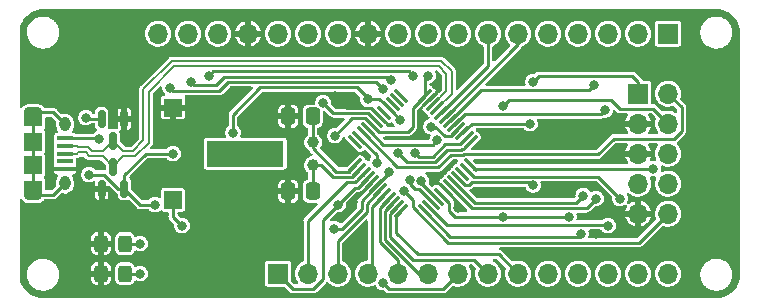
<source format=gtl>
G04 #@! TF.GenerationSoftware,KiCad,Pcbnew,(6.0.9)*
G04 #@! TF.CreationDate,2022-11-19T12:24:37+01:00*
G04 #@! TF.ProjectId,SAMD21 breakout,53414d44-3231-4206-9272-65616b6f7574,rev?*
G04 #@! TF.SameCoordinates,Original*
G04 #@! TF.FileFunction,Copper,L1,Top*
G04 #@! TF.FilePolarity,Positive*
%FSLAX46Y46*%
G04 Gerber Fmt 4.6, Leading zero omitted, Abs format (unit mm)*
G04 Created by KiCad (PCBNEW (6.0.9)) date 2022-11-19 12:24:37*
%MOMM*%
%LPD*%
G01*
G04 APERTURE LIST*
G04 Aperture macros list*
%AMRoundRect*
0 Rectangle with rounded corners*
0 $1 Rounding radius*
0 $2 $3 $4 $5 $6 $7 $8 $9 X,Y pos of 4 corners*
0 Add a 4 corners polygon primitive as box body*
4,1,4,$2,$3,$4,$5,$6,$7,$8,$9,$2,$3,0*
0 Add four circle primitives for the rounded corners*
1,1,$1+$1,$2,$3*
1,1,$1+$1,$4,$5*
1,1,$1+$1,$6,$7*
1,1,$1+$1,$8,$9*
0 Add four rect primitives between the rounded corners*
20,1,$1+$1,$2,$3,$4,$5,0*
20,1,$1+$1,$4,$5,$6,$7,0*
20,1,$1+$1,$6,$7,$8,$9,0*
20,1,$1+$1,$8,$9,$2,$3,0*%
G04 Aperture macros list end*
G04 #@! TA.AperFunction,SMDPad,CuDef*
%ADD10RoundRect,0.250000X-0.325000X-0.450000X0.325000X-0.450000X0.325000X0.450000X-0.325000X0.450000X0*%
G04 #@! TD*
G04 #@! TA.AperFunction,SMDPad,CuDef*
%ADD11RoundRect,0.150000X0.150000X-0.587500X0.150000X0.587500X-0.150000X0.587500X-0.150000X-0.587500X0*%
G04 #@! TD*
G04 #@! TA.AperFunction,ComponentPad*
%ADD12R,1.700000X1.700000*%
G04 #@! TD*
G04 #@! TA.AperFunction,ComponentPad*
%ADD13O,1.700000X1.700000*%
G04 #@! TD*
G04 #@! TA.AperFunction,SMDPad,CuDef*
%ADD14RoundRect,0.150000X-0.150000X0.587500X-0.150000X-0.587500X0.150000X-0.587500X0.150000X0.587500X0*%
G04 #@! TD*
G04 #@! TA.AperFunction,SMDPad,CuDef*
%ADD15RoundRect,0.250000X0.337500X0.475000X-0.337500X0.475000X-0.337500X-0.475000X0.337500X-0.475000X0*%
G04 #@! TD*
G04 #@! TA.AperFunction,ComponentPad*
%ADD16C,1.000000*%
G04 #@! TD*
G04 #@! TA.AperFunction,SMDPad,CuDef*
%ADD17R,6.500000X2.200000*%
G04 #@! TD*
G04 #@! TA.AperFunction,SMDPad,CuDef*
%ADD18R,1.500000X1.500000*%
G04 #@! TD*
G04 #@! TA.AperFunction,SMDPad,CuDef*
%ADD19RoundRect,0.075000X-0.415425X-0.521491X0.521491X0.415425X0.415425X0.521491X-0.521491X-0.415425X0*%
G04 #@! TD*
G04 #@! TA.AperFunction,SMDPad,CuDef*
%ADD20RoundRect,0.075000X0.415425X-0.521491X0.521491X-0.415425X-0.415425X0.521491X-0.521491X0.415425X0*%
G04 #@! TD*
G04 #@! TA.AperFunction,SMDPad,CuDef*
%ADD21R,1.350000X0.400000*%
G04 #@! TD*
G04 #@! TA.AperFunction,ComponentPad*
%ADD22O,1.550000X0.890000*%
G04 #@! TD*
G04 #@! TA.AperFunction,SMDPad,CuDef*
%ADD23R,1.550000X1.200000*%
G04 #@! TD*
G04 #@! TA.AperFunction,SMDPad,CuDef*
%ADD24R,1.550000X1.500000*%
G04 #@! TD*
G04 #@! TA.AperFunction,ComponentPad*
%ADD25O,0.950000X1.250000*%
G04 #@! TD*
G04 #@! TA.AperFunction,ViaPad*
%ADD26C,0.800000*%
G04 #@! TD*
G04 #@! TA.AperFunction,Conductor*
%ADD27C,0.250000*%
G04 #@! TD*
G04 #@! TA.AperFunction,Conductor*
%ADD28C,0.200000*%
G04 #@! TD*
G04 APERTURE END LIST*
D10*
X-14995000Y0D03*
X-12945000Y0D03*
D11*
X-14920000Y7190500D03*
X-13020000Y7190500D03*
X-13970000Y9065500D03*
D12*
X30480000Y15240000D03*
D13*
X33020000Y15240000D03*
X30480000Y12700000D03*
X33020000Y12700000D03*
X30480000Y10160000D03*
X33020000Y10160000D03*
X30480000Y7620000D03*
X33020000Y7620000D03*
X30480000Y5080000D03*
X33020000Y5080000D03*
D14*
X-13020000Y13129500D03*
X-14920000Y13129500D03*
X-13970000Y11254500D03*
D15*
X2942500Y6985000D03*
X867500Y6985000D03*
D16*
X2980000Y11110000D03*
X2980000Y9210000D03*
D17*
X-2770000Y10160000D03*
D18*
X-8890000Y14060000D03*
X-8890000Y6260000D03*
D19*
X6542124Y9161212D03*
X6895678Y8807658D03*
X7249231Y8454105D03*
X7602785Y8100551D03*
X7956338Y7746998D03*
X8309891Y7393445D03*
X8663445Y7039891D03*
X9016998Y6686338D03*
X9370551Y6332785D03*
X9724105Y5979231D03*
X10077658Y5625678D03*
X10431212Y5272124D03*
D20*
X12428788Y5272124D03*
X12782342Y5625678D03*
X13135895Y5979231D03*
X13489449Y6332785D03*
X13843002Y6686338D03*
X14196555Y7039891D03*
X14550109Y7393445D03*
X14903662Y7746998D03*
X15257215Y8100551D03*
X15610769Y8454105D03*
X15964322Y8807658D03*
X16317876Y9161212D03*
D19*
X16317876Y11158788D03*
X15964322Y11512342D03*
X15610769Y11865895D03*
X15257215Y12219449D03*
X14903662Y12573002D03*
X14550109Y12926555D03*
X14196555Y13280109D03*
X13843002Y13633662D03*
X13489449Y13987215D03*
X13135895Y14340769D03*
X12782342Y14694322D03*
X12428788Y15047876D03*
D20*
X10431212Y15047876D03*
X10077658Y14694322D03*
X9724105Y14340769D03*
X9370551Y13987215D03*
X9016998Y13633662D03*
X8663445Y13280109D03*
X8309891Y12926555D03*
X7956338Y12573002D03*
X7602785Y12219449D03*
X7249231Y11865895D03*
X6895678Y11512342D03*
X6542124Y11158788D03*
D15*
X2942500Y13335000D03*
X867500Y13335000D03*
D21*
X-18031800Y11460000D03*
X-18031800Y10810000D03*
X-18031800Y10160000D03*
X-18031800Y9510000D03*
X-18031800Y8860000D03*
D22*
X-20731800Y13660000D03*
D23*
X-20731800Y7260000D03*
D24*
X-20731800Y9160000D03*
D23*
X-20731800Y13060000D03*
D22*
X-20731800Y6660000D03*
D25*
X-18031800Y7660000D03*
X-18031800Y12660000D03*
D24*
X-20731800Y11160000D03*
D10*
X-14995000Y2540000D03*
X-12945000Y2540000D03*
D12*
X33020000Y20320000D03*
D13*
X30480000Y20320000D03*
X27940000Y20320000D03*
X25400000Y20320000D03*
X22860000Y20320000D03*
X20320000Y20320000D03*
X17780000Y20320000D03*
X15240000Y20320000D03*
X12700000Y20320000D03*
X10160000Y20320000D03*
X7620000Y20320000D03*
X5080000Y20320000D03*
X2540000Y20320000D03*
X0Y20320000D03*
X-2540000Y20320000D03*
X-5080000Y20320000D03*
X-7620000Y20320000D03*
X-10160000Y20320000D03*
D12*
X0Y0D03*
D13*
X2540000Y0D03*
X5080000Y0D03*
X7620000Y0D03*
X10160000Y0D03*
X12700000Y0D03*
X15240000Y0D03*
X17780000Y0D03*
X20320000Y0D03*
X22860000Y0D03*
X25400000Y0D03*
X27940000Y0D03*
X30480000Y0D03*
X33020000Y0D03*
D26*
X-16256000Y13208000D03*
X19050000Y4826000D03*
X-16002000Y8382000D03*
X-8890000Y10160000D03*
X12700000Y16764000D03*
X-10414000Y5842000D03*
X4826000Y11684000D03*
X24638000Y4826000D03*
X21590000Y16256000D03*
X15494000Y16510000D03*
X-1524000Y14224000D03*
X26543000Y18415000D03*
X-5080000Y6096000D03*
X4826000Y10414000D03*
X-13970000Y4572000D03*
X24255560Y6986439D03*
X24130000Y11684000D03*
X-9652000Y8382000D03*
X-9398000Y11430000D03*
X16510000Y18796000D03*
X-7703051Y1269174D03*
X-17018000Y15621000D03*
X-4318000Y14478000D03*
X-2540000Y3810000D03*
X6354299Y6091701D03*
X18978724Y6913806D03*
X-13081000Y15875000D03*
X32258000Y17780000D03*
X24130000Y17780000D03*
X13462000Y16002000D03*
X18288000Y11430000D03*
X15240000Y5588000D03*
X26924000Y3339500D03*
X21844000Y11176000D03*
X13290016Y7995784D03*
X1524000Y10160000D03*
X-16510000Y6350000D03*
X29718000Y18542000D03*
X21844000Y17780000D03*
X6350000Y-1270000D03*
X-3810000Y254000D03*
X16510000Y-1270000D03*
X4822838Y15056997D03*
X-2436471Y7327587D03*
X-5080000Y3810000D03*
X26162000Y11684000D03*
X-11867247Y1285377D03*
X9398000Y8636000D03*
X4766301Y3810000D03*
X3810000Y14478000D03*
X-8128000Y4064000D03*
X5080000Y5842000D03*
X10340989Y13025875D03*
X7616313Y14764444D03*
X-3810000Y11938000D03*
X10656017Y6965108D03*
X13466651Y11277134D03*
X19050000Y14224000D03*
X8890000Y-762000D03*
X8382000Y9398000D03*
X25654000Y3391502D03*
X27940000Y4064000D03*
X28956000Y6350000D03*
X31750000Y8890000D03*
X27686000Y13843000D03*
X26797000Y16002000D03*
X26924000Y6350000D03*
X25845930Y6604000D03*
X21590000Y7493000D03*
X12137214Y7867581D03*
X11138500Y7907286D03*
X21336000Y12700000D03*
X8870317Y15655937D03*
X-9144000Y15748000D03*
X10160002Y10197500D03*
X9531499Y16405500D03*
X-7366000Y16256000D03*
X11609002Y10197500D03*
X11430000Y16763999D03*
X12954000Y12446000D03*
X-5842000Y16764000D03*
X-15113000Y11430000D03*
X-11684000Y0D03*
X-11684000Y2540000D03*
D27*
X30009500Y16726500D02*
X30480000Y16256000D01*
X12428788Y15047876D02*
X12428788Y16492788D01*
X14515500Y6013840D02*
X14515500Y5287902D01*
X-14920000Y13129500D02*
X-16177500Y13129500D01*
X14977402Y4826000D02*
X19050000Y4826000D01*
X-14702249Y8382000D02*
X-13510749Y7190500D01*
X-16002000Y8382000D02*
X-14702249Y8382000D01*
X-13020000Y8316000D02*
X-13020000Y7190500D01*
X-16177500Y13129500D02*
X-16256000Y13208000D01*
X14515500Y5287902D02*
X14977402Y4826000D01*
X11430000Y12446000D02*
X11430000Y14049088D01*
X6282940Y13140940D02*
X4826000Y11684000D01*
X10989064Y12005064D02*
X11430000Y12446000D01*
X22060500Y16726500D02*
X30009500Y16726500D01*
X11430000Y14049088D02*
X12428788Y15047876D01*
X19050000Y4826000D02*
X24638000Y4826000D01*
X-11176000Y10160000D02*
X-13020000Y8316000D01*
X7956338Y12573002D02*
X7388400Y13140940D01*
X21590000Y16256000D02*
X22060500Y16726500D01*
X-8890000Y10160000D02*
X-11176000Y10160000D01*
X7388400Y13140940D02*
X6282940Y13140940D01*
X-11671500Y5842000D02*
X-10414000Y5842000D01*
X13843002Y6686338D02*
X14515500Y6013840D01*
X-13510749Y7190500D02*
X-13020000Y7190500D01*
X7956338Y12573002D02*
X8524276Y12005064D01*
X-13020000Y7190500D02*
X-11671500Y5842000D01*
X12428788Y16492788D02*
X12700000Y16764000D01*
X30480000Y16256000D02*
X30480000Y15240000D01*
X8524276Y12005064D02*
X10989064Y12005064D01*
X8663445Y13280109D02*
X7903612Y14039942D01*
X15240000Y5996446D02*
X15240000Y5588000D01*
X7956338Y7746998D02*
X6354299Y6144959D01*
X12782342Y14694322D02*
X13462000Y15373980D01*
X-8890000Y14060000D02*
X-4736000Y14060000D01*
X13462000Y15373980D02*
X13462000Y16002000D01*
X14196555Y7039891D02*
X15240000Y5996446D01*
X7903612Y14039942D02*
X5839893Y14039942D01*
X-4736000Y14060000D02*
X-4318000Y14478000D01*
X6354299Y6144959D02*
X6354299Y6091701D01*
X5839893Y14039942D02*
X4822838Y15056997D01*
X9398000Y8481554D02*
X9398000Y8636000D01*
X8309891Y7393445D02*
X9398000Y8481554D01*
X7078799Y6162353D02*
X7078799Y5428489D01*
X7078799Y5428489D02*
X5460310Y3810000D01*
X8309891Y7393445D02*
X7078799Y6162353D01*
X5460310Y3810000D02*
X4766301Y3810000D01*
X4697559Y13590441D02*
X3810000Y14478000D01*
X7646005Y13590441D02*
X4697559Y13590441D01*
X8309891Y12926555D02*
X7646005Y13590441D01*
X2942500Y13335000D02*
X2942500Y11147500D01*
X4953000Y8636000D02*
X6016912Y8636000D01*
X2980000Y11110000D02*
X2980000Y10609000D01*
X2980000Y10609000D02*
X4953000Y8636000D01*
X6016912Y8636000D02*
X6542124Y9161212D01*
X2942500Y11147500D02*
X2980000Y11110000D01*
X2942500Y6985000D02*
X2942500Y9172500D01*
X6895678Y8807658D02*
X6274519Y8186499D01*
X4640501Y8186499D02*
X3617000Y9210000D01*
X6274519Y8186499D02*
X4640501Y8186499D01*
X3617000Y9210000D02*
X2980000Y9210000D01*
X2942500Y9172500D02*
X2980000Y9210000D01*
D28*
X-8796800Y17555000D02*
X-10951000Y15400800D01*
X-10951000Y15400800D02*
X-10951000Y11082800D01*
X-13970000Y9065500D02*
X-14839499Y9934999D01*
X14253000Y16924800D02*
X13622800Y17555000D01*
X-16919299Y10260000D02*
X-17019299Y10160000D01*
X13171250Y14340769D02*
X14253000Y15422519D01*
X14253000Y15422519D02*
X14253000Y16924800D01*
X-13100501Y9934999D02*
X-13970000Y9065500D01*
X-10951000Y11082800D02*
X-12098801Y9934999D01*
X-12098801Y9934999D02*
X-13100501Y9934999D01*
X13135895Y14340769D02*
X13171250Y14340769D01*
X-17019299Y10160000D02*
X-18031800Y10160000D01*
X13622800Y17555000D02*
X-8796800Y17555000D01*
X-16293200Y10260000D02*
X-16919299Y10260000D01*
X-15968199Y9934999D02*
X-16293200Y10260000D01*
X-14839499Y9934999D02*
X-15968199Y9934999D01*
X-12285199Y10385001D02*
X-13100501Y10385001D01*
X14703000Y15236121D02*
X14703000Y17111200D01*
X13489449Y13987215D02*
X13489449Y14022570D01*
X-13100501Y10385001D02*
X-13970000Y11254500D01*
X-16106800Y10710000D02*
X-16919299Y10710000D01*
X-13970000Y11254500D02*
X-14839499Y10385001D01*
X13809200Y18005000D02*
X-8983200Y18005000D01*
X-14839499Y10385001D02*
X-15781801Y10385001D01*
X-15781801Y10385001D02*
X-16106800Y10710000D01*
X-17019299Y10810000D02*
X-18031800Y10810000D01*
X14703000Y17111200D02*
X13809200Y18005000D01*
X-8983200Y18005000D02*
X-11401000Y15587200D01*
X-11401000Y11269200D02*
X-12285199Y10385001D01*
X-11401000Y15587200D02*
X-11401000Y11269200D01*
X13489449Y14022570D02*
X14703000Y15236121D01*
X-16919299Y10710000D02*
X-17019299Y10810000D01*
D27*
X-8890000Y4826000D02*
X-8128000Y4064000D01*
X-8890000Y6260000D02*
X-8890000Y4826000D01*
X-20731800Y9160000D02*
X-20731800Y7260000D01*
X-19031800Y13660000D02*
X-18031800Y12660000D01*
X-20731800Y11160000D02*
X-20731800Y9160000D01*
X-20731800Y13660000D02*
X-20731800Y11160000D01*
X-19031800Y6660000D02*
X-18031800Y7660000D01*
X-20731800Y13660000D02*
X-19031800Y13660000D01*
X-20731800Y6660000D02*
X-19031800Y6660000D01*
X6524499Y7286499D02*
X6788733Y7286499D01*
X2989850Y-1270000D02*
X3810000Y-449850D01*
X1270000Y-1270000D02*
X2989850Y-1270000D01*
X3810000Y4572000D02*
X5080000Y5842000D01*
X5080000Y5842000D02*
X6524499Y7286499D01*
X6788733Y7286499D02*
X7602785Y8100551D01*
X3810000Y-449850D02*
X3810000Y4572000D01*
X0Y0D02*
X1270000Y-1270000D01*
X9370551Y13987215D02*
X10331891Y13025875D01*
X11430000Y5599160D02*
X11430000Y6191125D01*
X-3810000Y11938000D02*
X-3810000Y13462000D01*
X33020000Y5080000D02*
X30555000Y2615000D01*
X9370551Y13987215D02*
X8593322Y14764444D01*
X11430000Y6191125D02*
X10656017Y6965108D01*
X-3810000Y13462000D02*
X-1490503Y15781497D01*
X10331891Y13025875D02*
X10340989Y13025875D01*
X8593322Y14764444D02*
X7616313Y14764444D01*
X-1490503Y15781497D02*
X6681471Y15781497D01*
X30555000Y2615000D02*
X14414160Y2615000D01*
X7616313Y14846655D02*
X7616313Y14764444D01*
X6681471Y15781497D02*
X7616313Y14846655D01*
X14414160Y2615000D02*
X11430000Y5599160D01*
X14617402Y10045402D02*
X15699464Y10045402D01*
X15736765Y10082703D02*
X27095352Y10082703D01*
X34195000Y14065000D02*
X33020000Y15240000D01*
X33528000Y11430000D02*
X34195000Y12097000D01*
X13578998Y9006998D02*
X14617402Y10045402D01*
X10108128Y9006998D02*
X13578998Y9006998D01*
X28442649Y11430000D02*
X33528000Y11430000D01*
X34195000Y12097000D02*
X34195000Y14065000D01*
X7249231Y11865895D02*
X10108128Y9006998D01*
X15699464Y10045402D02*
X15736765Y10082703D01*
X27095352Y10082703D02*
X28442649Y11430000D01*
X31750000Y13970000D02*
X28940000Y13970000D01*
X7602785Y12219449D02*
X8900234Y10922000D01*
X28178000Y14732000D02*
X19558000Y14732000D01*
X8900234Y10922000D02*
X13111517Y10922000D01*
X13111517Y10922000D02*
X13466651Y11277134D01*
X33020000Y12700000D02*
X31750000Y13970000D01*
X19558000Y14732000D02*
X19050000Y14224000D01*
X28940000Y13970000D02*
X28178000Y14732000D01*
X5822211Y7736499D02*
X6531625Y7736499D01*
X2540000Y4454288D02*
X5822211Y7736499D01*
X2540000Y0D02*
X2540000Y4454288D01*
X6531625Y7736499D02*
X7249231Y8454105D01*
X5080000Y2794000D02*
X7528300Y5242300D01*
X7528300Y5904746D02*
X8663445Y7039891D01*
X5080000Y0D02*
X5080000Y2794000D01*
X7528300Y5242300D02*
X7528300Y5904746D01*
X7977801Y5647141D02*
X7977801Y357801D01*
X7977801Y357801D02*
X7620000Y0D01*
X9016998Y6686338D02*
X7977801Y5647141D01*
X9370551Y6332785D02*
X8610719Y5572953D01*
X8610719Y2692281D02*
X10160000Y1143000D01*
X10160000Y1143000D02*
X10160000Y0D01*
X8610719Y5572953D02*
X8610719Y2692281D01*
X10609501Y1329189D02*
X10609501Y1327809D01*
X9060220Y2878470D02*
X10609501Y1329189D01*
X10609501Y1327809D02*
X11937310Y0D01*
X9724105Y5979231D02*
X9060220Y5315346D01*
X9060220Y5315346D02*
X9060220Y2878470D01*
X11937310Y0D02*
X12700000Y0D01*
X8382000Y10026020D02*
X8382000Y9398000D01*
X6895678Y11512342D02*
X8382000Y10026020D01*
X15240000Y0D02*
X13970000Y-1270000D01*
X9398000Y-1270000D02*
X8890000Y-762000D01*
X13970000Y-1270000D02*
X9398000Y-1270000D01*
X14584411Y3116501D02*
X25378999Y3116501D01*
X25378999Y3116501D02*
X25654000Y3391502D01*
X12428788Y5272124D02*
X14584411Y3116501D01*
X14306520Y4101500D02*
X25339402Y4101500D01*
X12782342Y5625678D02*
X14306520Y4101500D01*
X25353902Y4116002D02*
X27887998Y4116002D01*
X25339402Y4101500D02*
X25353902Y4116002D01*
X27887998Y4116002D02*
X27940000Y4064000D01*
X27088500Y8217500D02*
X28956000Y6350000D01*
X16554480Y8217500D02*
X27088500Y8217500D01*
X15964322Y8807658D02*
X16554480Y8217500D01*
X16317876Y9161212D02*
X16589088Y8890000D01*
X16589088Y8890000D02*
X31750000Y8890000D01*
X27342500Y13499500D02*
X27686000Y13843000D01*
X15830160Y13499500D02*
X27342500Y13499500D01*
X14903662Y12573002D02*
X15830160Y13499500D01*
X14550109Y12926555D02*
X17155054Y15531500D01*
X26326500Y15531500D02*
X26797000Y16002000D01*
X17155054Y15531500D02*
X26326500Y15531500D01*
X14550109Y7393445D02*
X16393054Y5550500D01*
X16393054Y5550500D02*
X26124500Y5550500D01*
X26124500Y5550500D02*
X26924000Y6350000D01*
X25241931Y6000001D02*
X25845930Y6604000D01*
X14903662Y7746998D02*
X16650659Y6000001D01*
X16650659Y6000001D02*
X25241931Y6000001D01*
X21336000Y7747000D02*
X21590000Y7493000D01*
X15825152Y7532614D02*
X16191880Y7532614D01*
X16406266Y7747000D02*
X21336000Y7747000D01*
X16191880Y7532614D02*
X16406266Y7747000D01*
X15257215Y8100551D02*
X15825152Y7532614D01*
X20320000Y19403554D02*
X20320000Y20320000D01*
X14196555Y13280109D02*
X20320000Y19403554D01*
X13843002Y13633662D02*
X17780000Y17570660D01*
X17780000Y17570660D02*
X17780000Y20320000D01*
X13489449Y6332785D02*
X12137214Y7685020D01*
X12137214Y7685020D02*
X12137214Y7867581D01*
X11965626Y7149500D02*
X11637902Y7149500D01*
X11213500Y7573902D02*
X11213500Y7832286D01*
X11637902Y7149500D02*
X11213500Y7573902D01*
X11213500Y7832286D02*
X11138500Y7907286D01*
X13135895Y5979231D02*
X11965626Y7149500D01*
X9509721Y3064659D02*
X11399380Y1175000D01*
X10077658Y5625678D02*
X9509721Y5057741D01*
X9509721Y5057741D02*
X9509721Y3064659D01*
X16605000Y1175000D02*
X17780000Y0D01*
X11399380Y1175000D02*
X16605000Y1175000D01*
X10033000Y4873912D02*
X10033000Y3429000D01*
X18695499Y1624501D02*
X20320000Y0D01*
X11837499Y1624501D02*
X18695499Y1624501D01*
X10033000Y3429000D02*
X11837499Y1624501D01*
X10431212Y5272124D02*
X10033000Y4873912D01*
X15610769Y11865895D02*
X16444874Y12700000D01*
X16444874Y12700000D02*
X21336000Y12700000D01*
X13307011Y9456499D02*
X10901003Y9456499D01*
X-4953000Y15494000D02*
X-4216002Y16230998D01*
X16317876Y11158788D02*
X15691292Y10532204D01*
X10901003Y9456499D02*
X10160002Y10197500D01*
X15513275Y10494903D02*
X14345415Y10494903D01*
X15691292Y10532204D02*
X15550576Y10532204D01*
X14345415Y10494903D02*
X13307011Y9456499D01*
X15550576Y10532204D02*
X15513275Y10494903D01*
X-9144000Y15748000D02*
X-8890000Y15494000D01*
X8295256Y16230998D02*
X8870317Y15655937D01*
X-4216002Y16230998D02*
X8295256Y16230998D01*
X-8890000Y15494000D02*
X-4953000Y15494000D01*
X15964322Y11512342D02*
X15433685Y10981705D01*
X11900502Y9906000D02*
X11609002Y10197500D01*
X9256500Y16680499D02*
X9531499Y16405500D01*
X-4560424Y16680499D02*
X9256500Y16680499D01*
X15327086Y10944404D02*
X14159226Y10944404D01*
X14159226Y10944404D02*
X13120822Y9906000D01*
X15433685Y10981705D02*
X15364387Y10981705D01*
X-5238923Y16002000D02*
X-4560424Y16680499D01*
X15364387Y10981705D02*
X15327086Y10944404D01*
X-7112000Y16002000D02*
X-5238923Y16002000D01*
X-7366000Y16256000D02*
X-7112000Y16002000D01*
X13120822Y9906000D02*
X11900502Y9906000D01*
X11430000Y16763999D02*
X11063999Y17130000D01*
X13322383Y12446000D02*
X14116872Y11651511D01*
X12954000Y12446000D02*
X13322383Y12446000D01*
X-5476000Y17130000D02*
X-5842000Y16764000D01*
X14116872Y11651511D02*
X14689277Y11651511D01*
X11063999Y17130000D02*
X-5476000Y17130000D01*
X14689277Y11651511D02*
X15257215Y12219449D01*
X-18031800Y11460000D02*
X-15143000Y11460000D01*
X-15143000Y11460000D02*
X-15113000Y11430000D01*
X-12945000Y0D02*
X-11684000Y0D01*
X-12945000Y2540000D02*
X-11684000Y2540000D01*
G04 #@! TA.AperFunction,Conductor*
G36*
X37102303Y22403079D02*
G01*
X37115200Y22400514D01*
X37127372Y22402935D01*
X37139780Y22402935D01*
X37139780Y22402470D01*
X37150606Y22403179D01*
X37367423Y22388968D01*
X37383763Y22386817D01*
X37503669Y22362967D01*
X37623578Y22339115D01*
X37639492Y22334851D01*
X37755259Y22295554D01*
X37871023Y22256257D01*
X37886250Y22249950D01*
X38105542Y22141807D01*
X38119816Y22133566D01*
X38323118Y21997724D01*
X38336193Y21987691D01*
X38520030Y21826471D01*
X38531671Y21814830D01*
X38692887Y21630997D01*
X38692891Y21630993D01*
X38702924Y21617918D01*
X38838766Y21414616D01*
X38847007Y21400342D01*
X38955150Y21181050D01*
X38961457Y21165823D01*
X38974859Y21126342D01*
X39014530Y21009476D01*
X39040050Y20934295D01*
X39044315Y20918378D01*
X39053210Y20873663D01*
X39092017Y20678563D01*
X39094168Y20662223D01*
X39108379Y20445406D01*
X39107670Y20434580D01*
X39108135Y20434580D01*
X39108135Y20422172D01*
X39105714Y20410000D01*
X39108135Y20397830D01*
X39108279Y20397106D01*
X39110700Y20372524D01*
X39110700Y-52524D01*
X39108279Y-77103D01*
X39105714Y-90000D01*
X39108135Y-102172D01*
X39108135Y-114580D01*
X39107670Y-114580D01*
X39108379Y-125406D01*
X39094168Y-342223D01*
X39092017Y-358563D01*
X39074686Y-445693D01*
X39050610Y-566735D01*
X39044316Y-598375D01*
X39040051Y-614292D01*
X39012347Y-695906D01*
X38961457Y-845823D01*
X38955150Y-861050D01*
X38847007Y-1080342D01*
X38838766Y-1094616D01*
X38702924Y-1297918D01*
X38692891Y-1310993D01*
X38531671Y-1494830D01*
X38520030Y-1506471D01*
X38351440Y-1654320D01*
X38336193Y-1667691D01*
X38323118Y-1677724D01*
X38119816Y-1813566D01*
X38105542Y-1821807D01*
X37886250Y-1929950D01*
X37871023Y-1936257D01*
X37777299Y-1968072D01*
X37639492Y-2014851D01*
X37623578Y-2019115D01*
X37503669Y-2042966D01*
X37383763Y-2066817D01*
X37367423Y-2068968D01*
X37150606Y-2083179D01*
X37139780Y-2082470D01*
X37139780Y-2082935D01*
X37127372Y-2082935D01*
X37115200Y-2080514D01*
X37102303Y-2083079D01*
X37077724Y-2085500D01*
X-19847324Y-2085500D01*
X-19871903Y-2083079D01*
X-19884800Y-2080514D01*
X-19896972Y-2082935D01*
X-19909380Y-2082935D01*
X-19909380Y-2082470D01*
X-19920206Y-2083179D01*
X-20137023Y-2068968D01*
X-20153363Y-2066817D01*
X-20393173Y-2019116D01*
X-20409094Y-2014850D01*
X-20640626Y-1936255D01*
X-20655852Y-1929948D01*
X-20875142Y-1821806D01*
X-20889416Y-1813565D01*
X-21092713Y-1677726D01*
X-21105789Y-1667693D01*
X-21289622Y-1506476D01*
X-21301276Y-1494822D01*
X-21462493Y-1310989D01*
X-21472526Y-1297913D01*
X-21608365Y-1094616D01*
X-21616606Y-1080342D01*
X-21724748Y-861052D01*
X-21731055Y-845826D01*
X-21809650Y-614294D01*
X-21813916Y-598373D01*
X-21861617Y-358563D01*
X-21863768Y-342223D01*
X-21877979Y-125406D01*
X-21877270Y-114580D01*
X-21877735Y-114580D01*
X-21877735Y-102172D01*
X-21875314Y-90000D01*
X-21877879Y-77103D01*
X-21880300Y-52524D01*
X-21880300Y-25964D01*
X-21242688Y-25964D01*
X-21242488Y-31292D01*
X-21242488Y-31294D01*
X-21240336Y-88599D01*
X-21241095Y-88628D01*
X-21240766Y-90016D01*
X-21240460Y-89989D01*
X-21240426Y-90377D01*
X-21240335Y-91838D01*
X-21240277Y-92085D01*
X-21240152Y-93507D01*
X-21234064Y-255669D01*
X-21232969Y-260888D01*
X-21220172Y-321879D01*
X-21220939Y-322040D01*
X-21219959Y-324316D01*
X-21219863Y-325408D01*
X-21218439Y-330722D01*
X-21218336Y-331307D01*
X-21217165Y-336210D01*
X-21186861Y-480637D01*
X-21168448Y-527262D01*
X-21160825Y-546566D01*
X-21160076Y-548541D01*
X-21158703Y-553663D01*
X-21156378Y-558649D01*
X-21156377Y-558651D01*
X-21155853Y-559775D01*
X-21152866Y-566717D01*
X-21102428Y-694436D01*
X-21065527Y-755246D01*
X-21063989Y-758126D01*
X-21063910Y-758080D01*
X-21061161Y-762841D01*
X-21058835Y-767829D01*
X-21055678Y-772337D01*
X-21055676Y-772341D01*
X-21054126Y-774555D01*
X-21049619Y-781462D01*
X-20996574Y-868877D01*
X-20983179Y-890952D01*
X-20979684Y-894979D01*
X-20979683Y-894981D01*
X-20932807Y-949000D01*
X-20929245Y-953563D01*
X-20926453Y-956890D01*
X-20923295Y-961401D01*
X-20917009Y-967687D01*
X-20910939Y-974201D01*
X-20840875Y-1054942D01*
X-20832524Y-1064566D01*
X-20798877Y-1092155D01*
X-20768491Y-1117070D01*
X-20761226Y-1123652D01*
X-20760094Y-1124602D01*
X-20756201Y-1128495D01*
X-20751697Y-1131649D01*
X-20751692Y-1131653D01*
X-20748864Y-1133633D01*
X-20741246Y-1139410D01*
X-20658899Y-1206931D01*
X-20658893Y-1206935D01*
X-20654771Y-1210315D01*
X-20650132Y-1212955D01*
X-20650133Y-1212955D01*
X-20577445Y-1254331D01*
X-20567504Y-1260622D01*
X-20567140Y-1260877D01*
X-20567133Y-1260881D01*
X-20562629Y-1264035D01*
X-20557645Y-1266359D01*
X-20557640Y-1266362D01*
X-20554925Y-1267628D01*
X-20545848Y-1272318D01*
X-20507215Y-1294309D01*
X-20455002Y-1324030D01*
X-20365302Y-1356590D01*
X-20355047Y-1360833D01*
X-20353452Y-1361577D01*
X-20353450Y-1361578D01*
X-20348463Y-1363903D01*
X-20343147Y-1365327D01*
X-20343145Y-1365328D01*
X-20342081Y-1365613D01*
X-20341098Y-1365876D01*
X-20330719Y-1369143D01*
X-20238929Y-1402461D01*
X-20138357Y-1420648D01*
X-20128184Y-1422926D01*
X-20120208Y-1425063D01*
X-20113810Y-1425623D01*
X-20102388Y-1427152D01*
X-20012731Y-1443364D01*
X-20008592Y-1443559D01*
X-20008585Y-1443560D01*
X-19990130Y-1444430D01*
X-19990123Y-1444430D01*
X-19988642Y-1444500D01*
X-19827088Y-1444500D01*
X-19747356Y-1437735D01*
X-19661067Y-1430413D01*
X-19661063Y-1430412D01*
X-19655756Y-1429962D01*
X-19650601Y-1428624D01*
X-19650595Y-1428623D01*
X-19438432Y-1373556D01*
X-19438433Y-1373556D01*
X-19433261Y-1372214D01*
X-19279705Y-1303042D01*
X-19228538Y-1279993D01*
X-19228535Y-1279992D01*
X-19223677Y-1277803D01*
X-19032997Y-1149430D01*
X-19024583Y-1141404D01*
X-18939809Y-1060533D01*
X-18866672Y-990764D01*
X-18729458Y-806342D01*
X-18716020Y-779913D01*
X-18627698Y-606194D01*
X-18627698Y-606193D01*
X-18625280Y-601438D01*
X-18592010Y-494292D01*
X-15823999Y-494292D01*
X-15823630Y-501110D01*
X-15818159Y-551482D01*
X-15814530Y-566741D01*
X-15769778Y-686118D01*
X-15761246Y-701704D01*
X-15685428Y-802867D01*
X-15672867Y-815428D01*
X-15571704Y-891246D01*
X-15556118Y-899778D01*
X-15436735Y-944533D01*
X-15421490Y-948158D01*
X-15371108Y-953631D01*
X-15364294Y-954000D01*
X-15267115Y-954000D01*
X-15251876Y-949525D01*
X-15250671Y-948135D01*
X-15249000Y-940452D01*
X-15249000Y-935884D01*
X-14741000Y-935884D01*
X-14736525Y-951123D01*
X-14735135Y-952328D01*
X-14727452Y-953999D01*
X-14625708Y-953999D01*
X-14618890Y-953630D01*
X-14568518Y-948159D01*
X-14553259Y-944530D01*
X-14433882Y-899778D01*
X-14418296Y-891246D01*
X-14317133Y-815428D01*
X-14304572Y-802867D01*
X-14228754Y-701704D01*
X-14220222Y-686118D01*
X-14175467Y-566735D01*
X-14171842Y-551490D01*
X-14166369Y-501108D01*
X-14166187Y-497756D01*
X-13774500Y-497756D01*
X-13774131Y-501152D01*
X-13774131Y-501153D01*
X-13769197Y-546566D01*
X-13767798Y-559448D01*
X-13717071Y-694764D01*
X-13711691Y-701943D01*
X-13711689Y-701946D01*
X-13662312Y-767829D01*
X-13630404Y-810404D01*
X-13623224Y-815785D01*
X-13521946Y-891689D01*
X-13521943Y-891691D01*
X-13514764Y-897071D01*
X-13461677Y-916972D01*
X-13386843Y-945026D01*
X-13386841Y-945026D01*
X-13379448Y-947798D01*
X-13371598Y-948651D01*
X-13371597Y-948651D01*
X-13322368Y-953999D01*
X-13317756Y-954500D01*
X-12572244Y-954500D01*
X-12567632Y-953999D01*
X-12518403Y-948651D01*
X-12518402Y-948651D01*
X-12510552Y-947798D01*
X-12503159Y-945026D01*
X-12503157Y-945026D01*
X-12428323Y-916972D01*
X-12375236Y-897071D01*
X-12368057Y-891691D01*
X-12368054Y-891689D01*
X-12266776Y-815785D01*
X-12259596Y-810404D01*
X-12227688Y-767829D01*
X-12178311Y-701946D01*
X-12178309Y-701943D01*
X-12172929Y-694764D01*
X-12156657Y-651357D01*
X-12114018Y-594595D01*
X-12047457Y-569894D01*
X-11978555Y-584856D01*
X-11926707Y-613008D01*
X-11773478Y-653207D01*
X-11689523Y-654526D01*
X-11622681Y-655576D01*
X-11622678Y-655576D01*
X-11615084Y-655695D01*
X-11460668Y-620329D01*
X-11360388Y-569894D01*
X-11325928Y-552563D01*
X-11325925Y-552561D01*
X-11319145Y-549151D01*
X-11313374Y-544222D01*
X-11313371Y-544220D01*
X-11204464Y-451204D01*
X-11204464Y-451203D01*
X-11198686Y-446269D01*
X-11106245Y-317624D01*
X-11047158Y-170641D01*
X-11034527Y-81885D01*
X-11025419Y-17891D01*
X-11025419Y-17888D01*
X-11024838Y-13807D01*
X-11024693Y0D01*
X-11025564Y7202D01*
X-11041862Y141879D01*
X-11043724Y157267D01*
X-11099720Y305454D01*
X-11143908Y369748D01*
X-11185145Y429749D01*
X-11185146Y429751D01*
X-11189447Y436008D01*
X-11307725Y541389D01*
X-11315111Y545300D01*
X-11388579Y584199D01*
X-11447726Y615516D01*
X-11601367Y654108D01*
X-11608966Y654148D01*
X-11608967Y654148D01*
X-11674819Y654493D01*
X-11759779Y654938D01*
X-11767159Y653166D01*
X-11767161Y653166D01*
X-11906437Y619729D01*
X-11906440Y619728D01*
X-11913816Y617957D01*
X-11920558Y614477D01*
X-11920564Y614475D01*
X-11980798Y583386D01*
X-12050505Y569917D01*
X-12116428Y596273D01*
X-12156569Y651123D01*
X-12169779Y686361D01*
X-12172929Y694764D01*
X-12178309Y701943D01*
X-12178311Y701946D01*
X-12254215Y803224D01*
X-12259596Y810404D01*
X-12301354Y841700D01*
X-12368054Y891689D01*
X-12368057Y891691D01*
X-12375236Y897071D01*
X-12478771Y935884D01*
X-12503157Y945026D01*
X-12503159Y945026D01*
X-12510552Y947798D01*
X-12518402Y948651D01*
X-12518403Y948651D01*
X-12568847Y954131D01*
X-12568848Y954131D01*
X-12572244Y954500D01*
X-13317756Y954500D01*
X-13321152Y954131D01*
X-13321153Y954131D01*
X-13371597Y948651D01*
X-13371598Y948651D01*
X-13379448Y947798D01*
X-13386841Y945026D01*
X-13386843Y945026D01*
X-13411229Y935884D01*
X-13514764Y897071D01*
X-13521943Y891691D01*
X-13521946Y891689D01*
X-13588646Y841700D01*
X-13630404Y810404D01*
X-13635785Y803224D01*
X-13711689Y701946D01*
X-13711691Y701943D01*
X-13717071Y694764D01*
X-13750704Y605046D01*
X-13763873Y569917D01*
X-13767798Y559448D01*
X-13768651Y551598D01*
X-13768651Y551597D01*
X-13772688Y514436D01*
X-13774500Y497756D01*
X-13774500Y-497756D01*
X-14166187Y-497756D01*
X-14166000Y-494294D01*
X-14166000Y-272115D01*
X-14170475Y-256876D01*
X-14171865Y-255671D01*
X-14179548Y-254000D01*
X-14722885Y-254000D01*
X-14738124Y-258475D01*
X-14739329Y-259865D01*
X-14741000Y-267548D01*
X-14741000Y-935884D01*
X-15249000Y-935884D01*
X-15249000Y-272115D01*
X-15253475Y-256876D01*
X-15254865Y-255671D01*
X-15262548Y-254000D01*
X-15805884Y-254000D01*
X-15821123Y-258475D01*
X-15822328Y-259865D01*
X-15823999Y-267548D01*
X-15823999Y-494292D01*
X-18592010Y-494292D01*
X-18557115Y-381911D01*
X-18540817Y-258945D01*
X-18527612Y-159319D01*
X-18527612Y-159316D01*
X-18526912Y-154036D01*
X-18527801Y-130348D01*
X-18529264Y-91401D01*
X-18528505Y-91372D01*
X-18528834Y-89984D01*
X-18529140Y-90011D01*
X-18529174Y-89623D01*
X-18529265Y-88162D01*
X-18529323Y-87915D01*
X-18529448Y-86493D01*
X-18535536Y75669D01*
X-18549428Y141879D01*
X-18548661Y142040D01*
X-18549641Y144316D01*
X-18549737Y145408D01*
X-18551161Y150722D01*
X-18551264Y151307D01*
X-18552438Y156222D01*
X-18560914Y196622D01*
X-18576754Y272115D01*
X-15824000Y272115D01*
X-15819525Y256876D01*
X-15818135Y255671D01*
X-15810452Y254000D01*
X-15267115Y254000D01*
X-15251876Y258475D01*
X-15250671Y259865D01*
X-15249000Y267548D01*
X-15249000Y272115D01*
X-14741000Y272115D01*
X-14736525Y256876D01*
X-14735135Y255671D01*
X-14727452Y254000D01*
X-14184116Y254000D01*
X-14168877Y258475D01*
X-14167672Y259865D01*
X-14166001Y267548D01*
X-14166001Y494292D01*
X-14166370Y501110D01*
X-14171841Y551482D01*
X-14175470Y566741D01*
X-14220222Y686118D01*
X-14228754Y701704D01*
X-14304572Y802867D01*
X-14317133Y815428D01*
X-14418296Y891246D01*
X-14433882Y899778D01*
X-14553265Y944533D01*
X-14568510Y948158D01*
X-14618892Y953631D01*
X-14625706Y954000D01*
X-14722885Y954000D01*
X-14738124Y949525D01*
X-14739329Y948135D01*
X-14741000Y940452D01*
X-14741000Y272115D01*
X-15249000Y272115D01*
X-15249000Y935884D01*
X-15253475Y951123D01*
X-15254865Y952328D01*
X-15262548Y953999D01*
X-15364292Y953999D01*
X-15371110Y953630D01*
X-15421482Y948159D01*
X-15436741Y944530D01*
X-15556118Y899778D01*
X-15571704Y891246D01*
X-15672867Y815428D01*
X-15685428Y802867D01*
X-15761246Y701704D01*
X-15769778Y686118D01*
X-15814533Y566735D01*
X-15818158Y551490D01*
X-15823631Y501108D01*
X-15824000Y494294D01*
X-15824000Y272115D01*
X-18576754Y272115D01*
X-18582739Y300637D01*
X-18608775Y366566D01*
X-18609524Y368541D01*
X-18610897Y373663D01*
X-18613747Y379775D01*
X-18616734Y386717D01*
X-18667172Y514436D01*
X-18704073Y575246D01*
X-18705611Y578126D01*
X-18705690Y578080D01*
X-18708439Y582841D01*
X-18710765Y587829D01*
X-18713924Y592341D01*
X-18715474Y594555D01*
X-18719981Y601462D01*
X-18783653Y706391D01*
X-18783655Y706394D01*
X-18786421Y710952D01*
X-18802964Y730016D01*
X-18836793Y769000D01*
X-18840355Y773563D01*
X-18843147Y776890D01*
X-18846305Y781401D01*
X-18852591Y787687D01*
X-18858661Y794201D01*
X-18933576Y880533D01*
X-18933578Y880535D01*
X-18937076Y884566D01*
X-19001108Y937070D01*
X-19008374Y943652D01*
X-19009506Y944602D01*
X-19013399Y948495D01*
X-19017903Y951649D01*
X-19017908Y951653D01*
X-19020736Y953633D01*
X-19028354Y959410D01*
X-19110701Y1026931D01*
X-19110707Y1026935D01*
X-19114829Y1030315D01*
X-19192155Y1074331D01*
X-19202096Y1080622D01*
X-19202460Y1080877D01*
X-19202467Y1080881D01*
X-19206971Y1084035D01*
X-19211955Y1086359D01*
X-19211960Y1086362D01*
X-19214675Y1087628D01*
X-19223752Y1092318D01*
X-19281450Y1125161D01*
X-19314598Y1144030D01*
X-19404298Y1176590D01*
X-19414553Y1180833D01*
X-19416148Y1181577D01*
X-19416150Y1181578D01*
X-19421137Y1183903D01*
X-19426453Y1185327D01*
X-19426455Y1185328D01*
X-19427519Y1185613D01*
X-19428502Y1185876D01*
X-19438881Y1189143D01*
X-19530671Y1222461D01*
X-19631243Y1240648D01*
X-19641416Y1242926D01*
X-19649392Y1245063D01*
X-19655790Y1245623D01*
X-19667212Y1247152D01*
X-19756869Y1263364D01*
X-19761008Y1263559D01*
X-19761015Y1263560D01*
X-19779470Y1264430D01*
X-19779477Y1264430D01*
X-19780958Y1264500D01*
X-19942512Y1264500D01*
X-20022244Y1257735D01*
X-20108533Y1250413D01*
X-20108537Y1250412D01*
X-20113844Y1249962D01*
X-20118999Y1248624D01*
X-20119005Y1248623D01*
X-20275148Y1208096D01*
X-20336339Y1192214D01*
X-20443303Y1144030D01*
X-20541062Y1099993D01*
X-20541065Y1099992D01*
X-20545923Y1097803D01*
X-20736603Y969430D01*
X-20740460Y965751D01*
X-20740462Y965749D01*
X-20770525Y937070D01*
X-20902928Y810764D01*
X-20906111Y806487D01*
X-20906111Y806486D01*
X-20957370Y737591D01*
X-21040142Y626342D01*
X-21042558Y621591D01*
X-21042560Y621587D01*
X-21140170Y429601D01*
X-21144320Y421438D01*
X-21212485Y201911D01*
X-21213186Y196622D01*
X-21236162Y23270D01*
X-21242688Y-25964D01*
X-21880300Y-25964D01*
X-21880300Y2045708D01*
X-15823999Y2045708D01*
X-15823630Y2038890D01*
X-15818159Y1988518D01*
X-15814530Y1973259D01*
X-15769778Y1853882D01*
X-15761246Y1838296D01*
X-15685428Y1737133D01*
X-15672867Y1724572D01*
X-15571704Y1648754D01*
X-15556118Y1640222D01*
X-15436735Y1595467D01*
X-15421490Y1591842D01*
X-15371108Y1586369D01*
X-15364294Y1586000D01*
X-15267115Y1586000D01*
X-15251876Y1590475D01*
X-15250671Y1591865D01*
X-15249000Y1599548D01*
X-15249000Y1604116D01*
X-14741000Y1604116D01*
X-14736525Y1588877D01*
X-14735135Y1587672D01*
X-14727452Y1586001D01*
X-14625708Y1586001D01*
X-14618890Y1586370D01*
X-14568518Y1591841D01*
X-14553259Y1595470D01*
X-14433882Y1640222D01*
X-14418296Y1648754D01*
X-14317133Y1724572D01*
X-14304572Y1737133D01*
X-14228754Y1838296D01*
X-14220222Y1853882D01*
X-14175467Y1973265D01*
X-14171842Y1988510D01*
X-14166369Y2038892D01*
X-14166187Y2042244D01*
X-13774500Y2042244D01*
X-13767798Y1980552D01*
X-13765026Y1973159D01*
X-13765026Y1973157D01*
X-13760715Y1961657D01*
X-13717071Y1845236D01*
X-13711691Y1838057D01*
X-13711689Y1838054D01*
X-13645713Y1750023D01*
X-13630404Y1729596D01*
X-13623224Y1724215D01*
X-13521946Y1648311D01*
X-13521943Y1648309D01*
X-13514764Y1642929D01*
X-13425046Y1609296D01*
X-13386843Y1594974D01*
X-13386841Y1594974D01*
X-13379448Y1592202D01*
X-13371598Y1591349D01*
X-13371597Y1591349D01*
X-13322368Y1586001D01*
X-13317756Y1585500D01*
X-12572244Y1585500D01*
X-12567632Y1586001D01*
X-12518403Y1591349D01*
X-12518402Y1591349D01*
X-12510552Y1592202D01*
X-12503159Y1594974D01*
X-12503157Y1594974D01*
X-12464954Y1609296D01*
X-12375236Y1642929D01*
X-12368057Y1648309D01*
X-12368054Y1648311D01*
X-12266776Y1724215D01*
X-12259596Y1729596D01*
X-12244287Y1750023D01*
X-12178311Y1838054D01*
X-12178309Y1838057D01*
X-12172929Y1845236D01*
X-12156657Y1888643D01*
X-12114018Y1945405D01*
X-12047457Y1970106D01*
X-11978555Y1955144D01*
X-11926707Y1926992D01*
X-11773478Y1886793D01*
X-11689523Y1885474D01*
X-11622681Y1884424D01*
X-11622678Y1884424D01*
X-11615084Y1884305D01*
X-11460668Y1919671D01*
X-11377187Y1961657D01*
X-11325928Y1987437D01*
X-11325925Y1987439D01*
X-11319145Y1990849D01*
X-11313374Y1995778D01*
X-11313371Y1995780D01*
X-11204464Y2088796D01*
X-11204464Y2088797D01*
X-11198686Y2093731D01*
X-11106245Y2222376D01*
X-11047158Y2369359D01*
X-11024838Y2526193D01*
X-11024693Y2540000D01*
X-11043724Y2697267D01*
X-11099720Y2845454D01*
X-11180090Y2962394D01*
X-11185145Y2969749D01*
X-11185146Y2969751D01*
X-11189447Y2976008D01*
X-11307725Y3081389D01*
X-11315111Y3085300D01*
X-11361605Y3109917D01*
X-11447726Y3155516D01*
X-11601367Y3194108D01*
X-11608966Y3194148D01*
X-11608967Y3194148D01*
X-11674819Y3194493D01*
X-11759779Y3194938D01*
X-11767159Y3193166D01*
X-11767161Y3193166D01*
X-11906437Y3159729D01*
X-11906440Y3159728D01*
X-11913816Y3157957D01*
X-11920558Y3154477D01*
X-11920564Y3154475D01*
X-11980798Y3123386D01*
X-12050505Y3109917D01*
X-12116428Y3136273D01*
X-12156569Y3191123D01*
X-12169779Y3226361D01*
X-12172929Y3234764D01*
X-12178309Y3241943D01*
X-12178311Y3241946D01*
X-12254215Y3343224D01*
X-12259596Y3350404D01*
X-12340173Y3410793D01*
X-12368054Y3431689D01*
X-12368057Y3431691D01*
X-12375236Y3437071D01*
X-12501834Y3484530D01*
X-12503157Y3485026D01*
X-12503159Y3485026D01*
X-12510552Y3487798D01*
X-12518402Y3488651D01*
X-12518403Y3488651D01*
X-12568847Y3494131D01*
X-12568848Y3494131D01*
X-12572244Y3494500D01*
X-13317756Y3494500D01*
X-13321152Y3494131D01*
X-13321153Y3494131D01*
X-13371597Y3488651D01*
X-13371598Y3488651D01*
X-13379448Y3487798D01*
X-13386841Y3485026D01*
X-13386843Y3485026D01*
X-13388166Y3484530D01*
X-13514764Y3437071D01*
X-13521943Y3431691D01*
X-13521946Y3431689D01*
X-13549827Y3410793D01*
X-13630404Y3350404D01*
X-13635785Y3343224D01*
X-13711689Y3241946D01*
X-13711691Y3241943D01*
X-13717071Y3234764D01*
X-13742072Y3168072D01*
X-13763873Y3109917D01*
X-13767798Y3099448D01*
X-13768651Y3091598D01*
X-13768651Y3091597D01*
X-13769335Y3085300D01*
X-13774500Y3037756D01*
X-13774500Y2042244D01*
X-14166187Y2042244D01*
X-14166000Y2045706D01*
X-14166000Y2267885D01*
X-14170475Y2283124D01*
X-14171865Y2284329D01*
X-14179548Y2286000D01*
X-14722885Y2286000D01*
X-14738124Y2281525D01*
X-14739329Y2280135D01*
X-14741000Y2272452D01*
X-14741000Y1604116D01*
X-15249000Y1604116D01*
X-15249000Y2267885D01*
X-15253475Y2283124D01*
X-15254865Y2284329D01*
X-15262548Y2286000D01*
X-15805884Y2286000D01*
X-15821123Y2281525D01*
X-15822328Y2280135D01*
X-15823999Y2272452D01*
X-15823999Y2045708D01*
X-21880300Y2045708D01*
X-21880300Y2812115D01*
X-15824000Y2812115D01*
X-15819525Y2796876D01*
X-15818135Y2795671D01*
X-15810452Y2794000D01*
X-15267115Y2794000D01*
X-15251876Y2798475D01*
X-15250671Y2799865D01*
X-15249000Y2807548D01*
X-15249000Y2812115D01*
X-14741000Y2812115D01*
X-14736525Y2796876D01*
X-14735135Y2795671D01*
X-14727452Y2794000D01*
X-14184116Y2794000D01*
X-14168877Y2798475D01*
X-14167672Y2799865D01*
X-14166001Y2807548D01*
X-14166001Y3034292D01*
X-14166370Y3041110D01*
X-14171841Y3091482D01*
X-14175470Y3106741D01*
X-14220222Y3226118D01*
X-14228754Y3241704D01*
X-14304572Y3342867D01*
X-14317133Y3355428D01*
X-14418296Y3431246D01*
X-14433882Y3439778D01*
X-14553265Y3484533D01*
X-14568510Y3488158D01*
X-14618892Y3493631D01*
X-14625706Y3494000D01*
X-14722885Y3494000D01*
X-14738124Y3489525D01*
X-14739329Y3488135D01*
X-14741000Y3480452D01*
X-14741000Y2812115D01*
X-15249000Y2812115D01*
X-15249000Y3475884D01*
X-15253475Y3491123D01*
X-15254865Y3492328D01*
X-15262548Y3493999D01*
X-15364292Y3493999D01*
X-15371110Y3493630D01*
X-15421482Y3488159D01*
X-15436741Y3484530D01*
X-15556118Y3439778D01*
X-15571704Y3431246D01*
X-15672867Y3355428D01*
X-15685428Y3342867D01*
X-15761246Y3241704D01*
X-15769778Y3226118D01*
X-15814533Y3106735D01*
X-15818158Y3091490D01*
X-15823631Y3041108D01*
X-15824000Y3034294D01*
X-15824000Y2812115D01*
X-21880300Y2812115D01*
X-21880300Y6202824D01*
X-21860298Y6270945D01*
X-21806642Y6317438D01*
X-21736368Y6327542D01*
X-21671788Y6298048D01*
X-21650087Y6273645D01*
X-21648077Y6270688D01*
X-21644592Y6263935D01*
X-21639599Y6258211D01*
X-21639598Y6258210D01*
X-21608827Y6222937D01*
X-21533295Y6136352D01*
X-21527081Y6131985D01*
X-21400994Y6043369D01*
X-21400992Y6043368D01*
X-21394777Y6039000D01*
X-21317516Y6008877D01*
X-21244116Y5980259D01*
X-21244113Y5980258D01*
X-21237036Y5977499D01*
X-21229503Y5976507D01*
X-21229502Y5976507D01*
X-21111998Y5961038D01*
X-21107911Y5960500D01*
X-20359342Y5960500D01*
X-20233720Y5975702D01*
X-20128484Y6015467D01*
X-20082447Y6032863D01*
X-20075344Y6035547D01*
X-20035503Y6062929D01*
X-19942074Y6127141D01*
X-19942072Y6127142D01*
X-19935815Y6131443D01*
X-19929557Y6138466D01*
X-19840592Y6238319D01*
X-19780342Y6275875D01*
X-19746516Y6280500D01*
X-19085720Y6280500D01*
X-19061772Y6277951D01*
X-19060107Y6277872D01*
X-19049924Y6275680D01*
X-19039583Y6276904D01*
X-19030255Y6278008D01*
X-19016577Y6279627D01*
X-19010646Y6279977D01*
X-19010654Y6280072D01*
X-19005476Y6280500D01*
X-19000276Y6280500D01*
X-18995147Y6281354D01*
X-18995144Y6281354D01*
X-18981235Y6283669D01*
X-18975357Y6284506D01*
X-18934799Y6289306D01*
X-18934798Y6289306D01*
X-18924459Y6290530D01*
X-18916207Y6294493D01*
X-18907174Y6295996D01*
X-18898005Y6300943D01*
X-18898003Y6300944D01*
X-18862068Y6320334D01*
X-18856775Y6323031D01*
X-18817718Y6341785D01*
X-18817714Y6341788D01*
X-18810568Y6345219D01*
X-18806292Y6348814D01*
X-18804369Y6350737D01*
X-18802437Y6352509D01*
X-18802358Y6352552D01*
X-18802245Y6352428D01*
X-18801705Y6352904D01*
X-18795986Y6355990D01*
X-18759383Y6395587D01*
X-18755954Y6399152D01*
X-18578946Y6576160D01*
X-15473999Y6576160D01*
X-15473224Y6566313D01*
X-15460567Y6486393D01*
X-15454515Y6467767D01*
X-15405417Y6371407D01*
X-15393906Y6355564D01*
X-15317436Y6279094D01*
X-15301593Y6267583D01*
X-15205231Y6218484D01*
X-15189955Y6213521D01*
X-15178212Y6215038D01*
X-15174139Y6228552D01*
X-14666000Y6228552D01*
X-14662113Y6215316D01*
X-14649727Y6213625D01*
X-14634766Y6218486D01*
X-14538407Y6267583D01*
X-14522564Y6279094D01*
X-14446094Y6355564D01*
X-14434583Y6371407D01*
X-14385485Y6467768D01*
X-14379433Y6486392D01*
X-14366775Y6566315D01*
X-14366000Y6576158D01*
X-14366000Y6918385D01*
X-14370475Y6933624D01*
X-14371865Y6934829D01*
X-14379548Y6936500D01*
X-14647885Y6936500D01*
X-14663124Y6932025D01*
X-14664329Y6930635D01*
X-14666000Y6922952D01*
X-14666000Y6228552D01*
X-15174139Y6228552D01*
X-15174000Y6229012D01*
X-15174000Y6918385D01*
X-15178475Y6933624D01*
X-15179865Y6934829D01*
X-15187548Y6936500D01*
X-15455884Y6936500D01*
X-15471123Y6932025D01*
X-15472328Y6930635D01*
X-15473999Y6922952D01*
X-15473999Y6576160D01*
X-18578946Y6576160D01*
X-18373428Y6781678D01*
X-18311116Y6815704D01*
X-18247811Y6813173D01*
X-18161863Y6787142D01*
X-17992081Y6776609D01*
X-17984865Y6777849D01*
X-17984863Y6777849D01*
X-17831646Y6804177D01*
X-17824430Y6805417D01*
X-17667902Y6872020D01*
X-17662014Y6876353D01*
X-17662009Y6876356D01*
X-17536794Y6968504D01*
X-17536790Y6968508D01*
X-17530895Y6972846D01*
X-17420758Y7102486D01*
X-17374566Y7192948D01*
X-17346725Y7247470D01*
X-17346724Y7247472D01*
X-17343398Y7253986D01*
X-17341120Y7263293D01*
X-17318191Y7356999D01*
X-17302966Y7419219D01*
X-17302300Y7429954D01*
X-17302300Y7852595D01*
X-17314389Y7956283D01*
X-17316185Y7971692D01*
X-17316185Y7971693D01*
X-17317033Y7978964D01*
X-17328258Y8009890D01*
X-17372577Y8131985D01*
X-17375074Y8138864D01*
X-17385981Y8155501D01*
X-17412472Y8195905D01*
X-17423214Y8212290D01*
X-17443837Y8280224D01*
X-17424457Y8348524D01*
X-17371228Y8395505D01*
X-17330196Y8406767D01*
X-17325711Y8407209D01*
X-17269869Y8418315D01*
X-17247373Y8427633D01*
X-17183992Y8469983D01*
X-17166783Y8487192D01*
X-17124432Y8550575D01*
X-17115116Y8573066D01*
X-17104007Y8628915D01*
X-17102800Y8641170D01*
X-17102800Y8641885D01*
X-17107275Y8657124D01*
X-17108665Y8658329D01*
X-17116348Y8660000D01*
X-18942684Y8660000D01*
X-18957923Y8655525D01*
X-18959128Y8654135D01*
X-18960799Y8646452D01*
X-18960799Y8641172D01*
X-18959591Y8628912D01*
X-18948485Y8573069D01*
X-18939167Y8550573D01*
X-18896817Y8487192D01*
X-18879608Y8469983D01*
X-18816225Y8427632D01*
X-18793734Y8418316D01*
X-18731817Y8406000D01*
X-18732054Y8404810D01*
X-18672193Y8380634D01*
X-18631186Y8322677D01*
X-18628024Y8251751D01*
X-18643047Y8217619D01*
X-18642842Y8217514D01*
X-18674508Y8155500D01*
X-18716379Y8073500D01*
X-18720202Y8066014D01*
X-18721941Y8058909D01*
X-18721942Y8058905D01*
X-18735744Y8002500D01*
X-18760634Y7900781D01*
X-18760982Y7895179D01*
X-18760982Y7895176D01*
X-18761126Y7892843D01*
X-18761300Y7890046D01*
X-18761300Y7519384D01*
X-18781302Y7451263D01*
X-18798205Y7430289D01*
X-19152089Y7076405D01*
X-19214401Y7042379D01*
X-19241184Y7039500D01*
X-19576300Y7039500D01*
X-19644421Y7059502D01*
X-19690914Y7113158D01*
X-19702300Y7165500D01*
X-19702301Y7878877D01*
X-19702301Y7885066D01*
X-19709470Y7921110D01*
X-19714644Y7947126D01*
X-19714645Y7947128D01*
X-19717066Y7959301D01*
X-19725345Y7971692D01*
X-19766423Y8033168D01*
X-19773316Y8043484D01*
X-19780436Y8048241D01*
X-19813186Y8108217D01*
X-19808121Y8179032D01*
X-19780831Y8221494D01*
X-19773316Y8226516D01*
X-19717066Y8310699D01*
X-19702300Y8384933D01*
X-19702301Y9935066D01*
X-19710394Y9975758D01*
X-19714644Y9997126D01*
X-19714645Y9997128D01*
X-19717066Y10009301D01*
X-19770988Y10090000D01*
X-19792202Y10157750D01*
X-19770988Y10230000D01*
X-19717066Y10310699D01*
X-19702300Y10384933D01*
X-19702301Y11935066D01*
X-19709815Y11972846D01*
X-19714644Y11997126D01*
X-19714645Y11997128D01*
X-19717066Y12009301D01*
X-19726464Y12023367D01*
X-19766423Y12083168D01*
X-19773316Y12093484D01*
X-19780436Y12098241D01*
X-19813186Y12158217D01*
X-19808121Y12229032D01*
X-19780831Y12271494D01*
X-19773316Y12276516D01*
X-19729607Y12341930D01*
X-19723961Y12350380D01*
X-19717066Y12360699D01*
X-19702300Y12434933D01*
X-19702301Y13154501D01*
X-19682299Y13222621D01*
X-19628643Y13269114D01*
X-19576301Y13280500D01*
X-19241184Y13280500D01*
X-19173063Y13260498D01*
X-19152089Y13243595D01*
X-18798205Y12889711D01*
X-18764179Y12827399D01*
X-18761300Y12800616D01*
X-18761300Y12467405D01*
X-18752320Y12390378D01*
X-18747656Y12350380D01*
X-18746567Y12341036D01*
X-18744071Y12334159D01*
X-18744070Y12334156D01*
X-18704198Y12224311D01*
X-18688526Y12181136D01*
X-18640697Y12108185D01*
X-18620074Y12040250D01*
X-18639454Y11971949D01*
X-18692683Y11924969D01*
X-18730832Y11914499D01*
X-18731866Y11914499D01*
X-18760695Y11908765D01*
X-18793926Y11902156D01*
X-18793928Y11902155D01*
X-18806101Y11899734D01*
X-18816421Y11892839D01*
X-18816422Y11892838D01*
X-18851991Y11869071D01*
X-18890284Y11843484D01*
X-18946534Y11759301D01*
X-18961300Y11685067D01*
X-18961299Y11234934D01*
X-18959670Y11226746D01*
X-18946534Y11160699D01*
X-18950734Y11159864D01*
X-18945643Y11112676D01*
X-18946628Y11109320D01*
X-18946534Y11109301D01*
X-18961300Y11035067D01*
X-18961299Y10584934D01*
X-18950380Y10530037D01*
X-18946534Y10510699D01*
X-18950734Y10509864D01*
X-18945643Y10462676D01*
X-18946628Y10459320D01*
X-18946534Y10459301D01*
X-18961300Y10385067D01*
X-18961299Y9934934D01*
X-18948443Y9870298D01*
X-18946534Y9860699D01*
X-18950734Y9859864D01*
X-18945643Y9812676D01*
X-18946628Y9809320D01*
X-18946534Y9809301D01*
X-18961300Y9735067D01*
X-18961299Y9284934D01*
X-18948503Y9220601D01*
X-18946534Y9210699D01*
X-18950528Y9209905D01*
X-18945380Y9161941D01*
X-18946204Y9159134D01*
X-18946063Y9159106D01*
X-18959593Y9091085D01*
X-18960800Y9078830D01*
X-18960800Y9078115D01*
X-18956325Y9062876D01*
X-18954935Y9061671D01*
X-18947252Y9060000D01*
X-18766900Y9060000D01*
X-18742319Y9057579D01*
X-18731867Y9055500D01*
X-18031914Y9055500D01*
X-17331734Y9055501D01*
X-17321287Y9057579D01*
X-17296707Y9060000D01*
X-17120916Y9060000D01*
X-17105677Y9064475D01*
X-17104472Y9065865D01*
X-17102801Y9073548D01*
X-17102801Y9078828D01*
X-17104009Y9091088D01*
X-17117537Y9159106D01*
X-17113206Y9159967D01*
X-17118212Y9206772D01*
X-17117058Y9210698D01*
X-17117066Y9210699D01*
X-17108461Y9253957D01*
X-17102300Y9284933D01*
X-17102301Y9680620D01*
X-17082299Y9748740D01*
X-17028644Y9795233D01*
X-16989823Y9805370D01*
X-16989845Y9805500D01*
X-16988411Y9805739D01*
X-16988409Y9805740D01*
X-16984722Y9806353D01*
X-16984713Y9806354D01*
X-16972258Y9808427D01*
X-16966383Y9809264D01*
X-16929370Y9813645D01*
X-16919029Y9814869D01*
X-16911321Y9818570D01*
X-16902882Y9819975D01*
X-16860898Y9842629D01*
X-16855635Y9845310D01*
X-16825326Y9859864D01*
X-16812641Y9865955D01*
X-16808649Y9869311D01*
X-16806719Y9871241D01*
X-16805509Y9872351D01*
X-16801572Y9874286D01*
X-16799911Y9875358D01*
X-16799785Y9875163D01*
X-16741789Y9903660D01*
X-16720335Y9905500D01*
X-16492230Y9905500D01*
X-16424109Y9885498D01*
X-16403135Y9868596D01*
X-16255115Y9720577D01*
X-16242613Y9705097D01*
X-16239674Y9701867D01*
X-16234024Y9693117D01*
X-16209761Y9673990D01*
X-16205766Y9670440D01*
X-16205682Y9670539D01*
X-16201719Y9667181D01*
X-16198043Y9663505D01*
X-16193814Y9660482D01*
X-16193813Y9660482D01*
X-16183547Y9653145D01*
X-16178804Y9649584D01*
X-16149524Y9626502D01*
X-16149520Y9626500D01*
X-16141342Y9620053D01*
X-16133274Y9617220D01*
X-16126314Y9612246D01*
X-16116336Y9609262D01*
X-16080613Y9598579D01*
X-16074964Y9596743D01*
X-16029991Y9580949D01*
X-16024795Y9580499D01*
X-16022090Y9580499D01*
X-16019834Y9580402D01*
X-16019358Y9580259D01*
X-16019360Y9580213D01*
X-16019161Y9580200D01*
X-16013244Y9578431D01*
X-15963075Y9580402D01*
X-15958129Y9580499D01*
X-15038528Y9580499D01*
X-14970407Y9560497D01*
X-14949433Y9543594D01*
X-14561405Y9155566D01*
X-14527379Y9093254D01*
X-14524500Y9066471D01*
X-14524500Y8888545D01*
X-14544502Y8820424D01*
X-14598158Y8773931D01*
X-14654093Y8765400D01*
X-14654027Y8763713D01*
X-14707884Y8761597D01*
X-14712831Y8761500D01*
X-15402318Y8761500D01*
X-15470439Y8781502D01*
X-15496886Y8807140D01*
X-15498122Y8806051D01*
X-15503145Y8811749D01*
X-15507447Y8818008D01*
X-15625725Y8923389D01*
X-15633111Y8927300D01*
X-15759012Y8993961D01*
X-15759011Y8993961D01*
X-15765726Y8997516D01*
X-15919367Y9036108D01*
X-15926966Y9036148D01*
X-15926967Y9036148D01*
X-15992819Y9036493D01*
X-16077779Y9036938D01*
X-16085159Y9035166D01*
X-16085161Y9035166D01*
X-16224437Y9001729D01*
X-16224440Y9001728D01*
X-16231816Y8999957D01*
X-16372586Y8927300D01*
X-16491961Y8823162D01*
X-16583050Y8693556D01*
X-16607243Y8631504D01*
X-16634519Y8561544D01*
X-16640594Y8545963D01*
X-16641586Y8538430D01*
X-16641586Y8538429D01*
X-16659020Y8406000D01*
X-16661271Y8388904D01*
X-16656235Y8343294D01*
X-16645160Y8242981D01*
X-16643887Y8231447D01*
X-16641277Y8224316D01*
X-16641277Y8224314D01*
X-16595687Y8099734D01*
X-16589447Y8082681D01*
X-16585211Y8076378D01*
X-16585211Y8076377D01*
X-16505755Y7958135D01*
X-16501092Y7951195D01*
X-16495473Y7946082D01*
X-16495472Y7946081D01*
X-16389540Y7849691D01*
X-16383924Y7844581D01*
X-16244707Y7768992D01*
X-16091478Y7728793D01*
X-16007523Y7727474D01*
X-15940681Y7726424D01*
X-15940678Y7726424D01*
X-15933084Y7726305D01*
X-15778668Y7761671D01*
X-15728312Y7786997D01*
X-15656614Y7823057D01*
X-15586769Y7835795D01*
X-15521125Y7808751D01*
X-15480524Y7750510D01*
X-15474000Y7710492D01*
X-15474000Y7462615D01*
X-15469525Y7447376D01*
X-15468135Y7446171D01*
X-15460452Y7444500D01*
X-14366001Y7444500D01*
X-14366001Y7442203D01*
X-14320942Y7442203D01*
X-14267346Y7410402D01*
X-13817225Y6960281D01*
X-13802088Y6941539D01*
X-13800970Y6940310D01*
X-13795320Y6931560D01*
X-13787142Y6925113D01*
X-13768950Y6910772D01*
X-13764508Y6906824D01*
X-13764446Y6906897D01*
X-13760481Y6903537D01*
X-13756806Y6899862D01*
X-13752584Y6896845D01*
X-13752578Y6896840D01*
X-13741099Y6888638D01*
X-13736350Y6885072D01*
X-13696102Y6853344D01*
X-13687465Y6850311D01*
X-13680015Y6844987D01*
X-13664395Y6840316D01*
X-13604863Y6801633D01*
X-13575694Y6736905D01*
X-13574500Y6719599D01*
X-13574500Y6571166D01*
X-13559498Y6476445D01*
X-13501326Y6362277D01*
X-13410723Y6271674D01*
X-13296555Y6213502D01*
X-13201834Y6198500D01*
X-12838166Y6198500D01*
X-12743445Y6213502D01*
X-12716534Y6227214D01*
X-12646758Y6240318D01*
X-12580973Y6213618D01*
X-12570236Y6204042D01*
X-11977978Y5611784D01*
X-11962836Y5593036D01*
X-11961721Y5591811D01*
X-11956071Y5583060D01*
X-11947893Y5576613D01*
X-11947891Y5576611D01*
X-11929700Y5562271D01*
X-11925259Y5558325D01*
X-11925197Y5558398D01*
X-11921233Y5555039D01*
X-11917556Y5551362D01*
X-11901808Y5540108D01*
X-11897138Y5536602D01*
X-11856853Y5504844D01*
X-11848219Y5501812D01*
X-11840766Y5496486D01*
X-11791650Y5481797D01*
X-11786008Y5479964D01*
X-11759066Y5470503D01*
X-11737649Y5462982D01*
X-11732084Y5462500D01*
X-11729376Y5462500D01*
X-11726742Y5462386D01*
X-11726644Y5462357D01*
X-11726651Y5462193D01*
X-11725947Y5462149D01*
X-11719722Y5460287D01*
X-11665865Y5462403D01*
X-11660918Y5462500D01*
X-11013859Y5462500D01*
X-10945738Y5442498D01*
X-10918478Y5418831D01*
X-10917328Y5417499D01*
X-10913092Y5411195D01*
X-10907475Y5406084D01*
X-10820030Y5326516D01*
X-10795924Y5304581D01*
X-10656707Y5228992D01*
X-10503478Y5188793D01*
X-10419523Y5187474D01*
X-10352681Y5186424D01*
X-10352678Y5186424D01*
X-10345084Y5186305D01*
X-10190668Y5221671D01*
X-10114733Y5259862D01*
X-10055928Y5289437D01*
X-10055925Y5289439D01*
X-10049145Y5292849D01*
X-9995997Y5338242D01*
X-9931207Y5367273D01*
X-9861007Y5356668D01*
X-9828377Y5333839D01*
X-9823484Y5326516D01*
X-9739301Y5270266D01*
X-9665067Y5255500D01*
X-9395500Y5255500D01*
X-9327379Y5235498D01*
X-9280886Y5181842D01*
X-9269500Y5129500D01*
X-9269500Y4879920D01*
X-9272049Y4855972D01*
X-9272128Y4854307D01*
X-9274320Y4844124D01*
X-9271645Y4821525D01*
X-9270373Y4810777D01*
X-9270023Y4804846D01*
X-9269928Y4804854D01*
X-9269500Y4799676D01*
X-9269500Y4794476D01*
X-9268646Y4789347D01*
X-9268646Y4789344D01*
X-9266331Y4775435D01*
X-9265494Y4769557D01*
X-9262661Y4745624D01*
X-9259470Y4718659D01*
X-9255507Y4710407D01*
X-9254004Y4701374D01*
X-9249057Y4692205D01*
X-9249056Y4692203D01*
X-9229666Y4656268D01*
X-9226969Y4650975D01*
X-9208215Y4611918D01*
X-9208212Y4611914D01*
X-9204781Y4604768D01*
X-9201186Y4600492D01*
X-9199263Y4598569D01*
X-9197491Y4596637D01*
X-9197448Y4596558D01*
X-9197572Y4596445D01*
X-9197096Y4595905D01*
X-9194010Y4590186D01*
X-9186365Y4583119D01*
X-9154414Y4553584D01*
X-9150848Y4550154D01*
X-8817751Y4217057D01*
X-8783725Y4154745D01*
X-8781924Y4111518D01*
X-8787271Y4070904D01*
X-8781625Y4019768D01*
X-8776408Y3972515D01*
X-8769887Y3913447D01*
X-8715447Y3764681D01*
X-8711211Y3758378D01*
X-8711211Y3758377D01*
X-8696511Y3736502D01*
X-8627092Y3633195D01*
X-8621473Y3628082D01*
X-8621472Y3628081D01*
X-8526022Y3541229D01*
X-8509924Y3526581D01*
X-8370707Y3450992D01*
X-8217478Y3410793D01*
X-8133523Y3409474D01*
X-8066681Y3408424D01*
X-8066678Y3408424D01*
X-8059084Y3408305D01*
X-7904668Y3443671D01*
X-7816260Y3488135D01*
X-7769928Y3511437D01*
X-7769925Y3511439D01*
X-7763145Y3514849D01*
X-7757374Y3519778D01*
X-7757371Y3519780D01*
X-7648464Y3612796D01*
X-7648464Y3612797D01*
X-7642686Y3617731D01*
X-7550245Y3746376D01*
X-7491158Y3893359D01*
X-7475780Y4001416D01*
X-7469419Y4046109D01*
X-7469419Y4046112D01*
X-7468838Y4050193D01*
X-7468693Y4064000D01*
X-7470439Y4078433D01*
X-7479674Y4154745D01*
X-7487724Y4221267D01*
X-7543720Y4369454D01*
X-7596455Y4446184D01*
X-7629145Y4493749D01*
X-7629146Y4493751D01*
X-7633447Y4500008D01*
X-7751725Y4605389D01*
X-7759111Y4609300D01*
X-7885012Y4675961D01*
X-7885011Y4675961D01*
X-7891726Y4679516D01*
X-8045367Y4718108D01*
X-8052966Y4718148D01*
X-8052967Y4718148D01*
X-8113374Y4718464D01*
X-8194665Y4718890D01*
X-8262679Y4739248D01*
X-8283099Y4755793D01*
X-8473595Y4946289D01*
X-8507621Y5008601D01*
X-8510500Y5035384D01*
X-8510500Y5129501D01*
X-8490498Y5197622D01*
X-8436842Y5244115D01*
X-8384500Y5255501D01*
X-8114934Y5255501D01*
X-8079182Y5262612D01*
X-8052874Y5267844D01*
X-8052872Y5267845D01*
X-8040699Y5270266D01*
X-8030379Y5277161D01*
X-8030378Y5277162D01*
X-7966832Y5319623D01*
X-7956516Y5326516D01*
X-7900266Y5410699D01*
X-7885500Y5484933D01*
X-7885501Y6465708D01*
X26001Y6465708D01*
X26370Y6458890D01*
X31841Y6408518D01*
X35470Y6393259D01*
X80222Y6273882D01*
X88754Y6258296D01*
X164572Y6157133D01*
X177133Y6144572D01*
X278296Y6068754D01*
X293882Y6060222D01*
X413265Y6015467D01*
X428510Y6011842D01*
X478892Y6006369D01*
X485706Y6006000D01*
X595385Y6006000D01*
X610624Y6010475D01*
X611829Y6011865D01*
X613500Y6019548D01*
X613500Y6024116D01*
X1121500Y6024116D01*
X1125975Y6008877D01*
X1127365Y6007672D01*
X1135048Y6006001D01*
X1249292Y6006001D01*
X1256110Y6006370D01*
X1306482Y6011841D01*
X1321741Y6015470D01*
X1441118Y6060222D01*
X1456704Y6068754D01*
X1557867Y6144572D01*
X1570428Y6157133D01*
X1646246Y6258296D01*
X1654778Y6273882D01*
X1699533Y6393265D01*
X1703158Y6408510D01*
X1708631Y6458892D01*
X1709000Y6465706D01*
X1709000Y6712885D01*
X1704525Y6728124D01*
X1703135Y6729329D01*
X1695452Y6731000D01*
X1139615Y6731000D01*
X1124376Y6726525D01*
X1123171Y6725135D01*
X1121500Y6717452D01*
X1121500Y6024116D01*
X613500Y6024116D01*
X613500Y6712885D01*
X609025Y6728124D01*
X607635Y6729329D01*
X599952Y6731000D01*
X44116Y6731000D01*
X28877Y6726525D01*
X27672Y6725135D01*
X26001Y6717452D01*
X26001Y6465708D01*
X-7885501Y6465708D01*
X-7885501Y7035066D01*
X-7897122Y7093496D01*
X-7897844Y7097126D01*
X-7897845Y7097128D01*
X-7900266Y7109301D01*
X-7924379Y7145389D01*
X-7949623Y7183168D01*
X-7956516Y7193484D01*
X-8040699Y7249734D01*
X-8077806Y7257115D01*
X26000Y7257115D01*
X30475Y7241876D01*
X31865Y7240671D01*
X39548Y7239000D01*
X595385Y7239000D01*
X610624Y7243475D01*
X611829Y7244865D01*
X613500Y7252548D01*
X613500Y7257115D01*
X1121500Y7257115D01*
X1125975Y7241876D01*
X1127365Y7240671D01*
X1135048Y7239000D01*
X1690884Y7239000D01*
X1706123Y7243475D01*
X1707328Y7244865D01*
X1708999Y7252548D01*
X1708999Y7504292D01*
X1708630Y7511110D01*
X1703159Y7561482D01*
X1699530Y7576741D01*
X1654778Y7696118D01*
X1646246Y7711704D01*
X1570428Y7812867D01*
X1557867Y7825428D01*
X1456704Y7901246D01*
X1441118Y7909778D01*
X1321735Y7954533D01*
X1306490Y7958158D01*
X1256108Y7963631D01*
X1249294Y7964000D01*
X1139615Y7964000D01*
X1124376Y7959525D01*
X1123171Y7958135D01*
X1121500Y7950452D01*
X1121500Y7257115D01*
X613500Y7257115D01*
X613500Y7945884D01*
X609025Y7961123D01*
X607635Y7962328D01*
X599952Y7963999D01*
X485708Y7963999D01*
X478890Y7963630D01*
X428518Y7958159D01*
X413259Y7954530D01*
X293882Y7909778D01*
X278296Y7901246D01*
X177133Y7825428D01*
X164572Y7812867D01*
X88754Y7711704D01*
X80222Y7696118D01*
X35467Y7576735D01*
X31842Y7561490D01*
X26369Y7511108D01*
X26000Y7504294D01*
X26000Y7257115D01*
X-8077806Y7257115D01*
X-8114933Y7264500D01*
X-8889874Y7264500D01*
X-9665066Y7264499D01*
X-9696997Y7258148D01*
X-9727126Y7252156D01*
X-9727128Y7252155D01*
X-9739301Y7249734D01*
X-9749621Y7242839D01*
X-9749622Y7242838D01*
X-9787044Y7217833D01*
X-9823484Y7193484D01*
X-9879734Y7109301D01*
X-9894500Y7035067D01*
X-9894499Y6642908D01*
X-9894499Y6516840D01*
X-9914501Y6448719D01*
X-9968156Y6402226D01*
X-10038430Y6392122D01*
X-10079455Y6405484D01*
X-10177726Y6457516D01*
X-10331367Y6496108D01*
X-10338966Y6496148D01*
X-10338967Y6496148D01*
X-10404819Y6496493D01*
X-10489779Y6496938D01*
X-10497159Y6495166D01*
X-10497161Y6495166D01*
X-10636437Y6461729D01*
X-10636440Y6461728D01*
X-10643816Y6459957D01*
X-10784586Y6387300D01*
X-10903961Y6283162D01*
X-10908328Y6276949D01*
X-10908333Y6276943D01*
X-10909664Y6275049D01*
X-10910987Y6273995D01*
X-10913411Y6271303D01*
X-10913860Y6271707D01*
X-10965198Y6230817D01*
X-11012750Y6221500D01*
X-11462116Y6221500D01*
X-11530237Y6241502D01*
X-11551211Y6258405D01*
X-12428595Y7135789D01*
X-12462621Y7198101D01*
X-12465500Y7224884D01*
X-12465500Y7809834D01*
X-12480502Y7904555D01*
X-12538674Y8018723D01*
X-12570534Y8050583D01*
X-12604560Y8112895D01*
X-12599495Y8183710D01*
X-12570536Y8228770D01*
X-11055711Y9743595D01*
X-10993399Y9777621D01*
X-10966616Y9780500D01*
X-9489859Y9780500D01*
X-9421738Y9760498D01*
X-9394478Y9736831D01*
X-9393328Y9735499D01*
X-9389092Y9729195D01*
X-9366674Y9708796D01*
X-9291645Y9640526D01*
X-9271924Y9622581D01*
X-9132707Y9546992D01*
X-8979478Y9506793D01*
X-8895523Y9505474D01*
X-8828681Y9504424D01*
X-8828678Y9504424D01*
X-8821084Y9504305D01*
X-8666668Y9539671D01*
X-8591214Y9577620D01*
X-8531928Y9607437D01*
X-8531925Y9607439D01*
X-8525145Y9610849D01*
X-8519374Y9615778D01*
X-8519371Y9615780D01*
X-8410464Y9708796D01*
X-8410464Y9708797D01*
X-8404686Y9713731D01*
X-8312245Y9842376D01*
X-8253158Y9989359D01*
X-8239039Y10088570D01*
X-8231419Y10142109D01*
X-8231419Y10142112D01*
X-8230838Y10146193D01*
X-8230693Y10160000D01*
X-8249724Y10317267D01*
X-8305720Y10465454D01*
X-8346623Y10524969D01*
X-8391145Y10589749D01*
X-8391146Y10589751D01*
X-8395447Y10596008D01*
X-8513725Y10701389D01*
X-8521111Y10705300D01*
X-8623483Y10759503D01*
X-8653726Y10775516D01*
X-8807367Y10814108D01*
X-8814966Y10814148D01*
X-8814967Y10814148D01*
X-8880819Y10814493D01*
X-8965779Y10814938D01*
X-8973159Y10813166D01*
X-8973161Y10813166D01*
X-9112437Y10779729D01*
X-9112440Y10779728D01*
X-9119816Y10777957D01*
X-9260586Y10705300D01*
X-9379961Y10601162D01*
X-9384328Y10594949D01*
X-9384333Y10594943D01*
X-9385664Y10593049D01*
X-9386987Y10591995D01*
X-9389411Y10589303D01*
X-9389860Y10589707D01*
X-9441198Y10548817D01*
X-9488750Y10539500D01*
X-10688771Y10539500D01*
X-10756892Y10559502D01*
X-10803385Y10613158D01*
X-10813489Y10683432D01*
X-10783995Y10748012D01*
X-10777866Y10754595D01*
X-10736577Y10795884D01*
X-10721091Y10808392D01*
X-10717866Y10811326D01*
X-10709118Y10816975D01*
X-10689997Y10841230D01*
X-10686439Y10845233D01*
X-10686539Y10845318D01*
X-10683186Y10849275D01*
X-10679505Y10852956D01*
X-10669136Y10867465D01*
X-10665574Y10872209D01*
X-10642503Y10901475D01*
X-10642501Y10901479D01*
X-10636054Y10909657D01*
X-10633221Y10917725D01*
X-10628247Y10924685D01*
X-10614580Y10970386D01*
X-10612744Y10976035D01*
X-10599576Y11013531D01*
X-10596950Y11021008D01*
X-10596500Y11026204D01*
X-10596500Y11028909D01*
X-10596403Y11031165D01*
X-10596260Y11031641D01*
X-10596214Y11031639D01*
X-10596201Y11031838D01*
X-10594432Y11037755D01*
X-10596403Y11087924D01*
X-10596500Y11092870D01*
X-10596500Y13291172D01*
X-9893999Y13291172D01*
X-9892791Y13278912D01*
X-9881685Y13223069D01*
X-9872367Y13200573D01*
X-9830017Y13137192D01*
X-9812808Y13119983D01*
X-9749425Y13077632D01*
X-9726934Y13068316D01*
X-9671085Y13057207D01*
X-9658830Y13056000D01*
X-9162115Y13056000D01*
X-9146876Y13060475D01*
X-9145671Y13061865D01*
X-9144000Y13069548D01*
X-9144000Y13074116D01*
X-8636000Y13074116D01*
X-8631525Y13058877D01*
X-8630135Y13057672D01*
X-8622452Y13056001D01*
X-8121172Y13056001D01*
X-8108912Y13057209D01*
X-8053069Y13068315D01*
X-8030573Y13077633D01*
X-7967192Y13119983D01*
X-7949983Y13137192D01*
X-7907632Y13200575D01*
X-7898316Y13223066D01*
X-7887207Y13278915D01*
X-7886000Y13291170D01*
X-7886000Y13787885D01*
X-7890475Y13803124D01*
X-7891865Y13804329D01*
X-7899548Y13806000D01*
X-8617885Y13806000D01*
X-8633124Y13801525D01*
X-8634329Y13800135D01*
X-8636000Y13792452D01*
X-8636000Y13074116D01*
X-9144000Y13074116D01*
X-9144000Y13787885D01*
X-9148475Y13803124D01*
X-9149865Y13804329D01*
X-9157548Y13806000D01*
X-9875884Y13806000D01*
X-9891123Y13801525D01*
X-9892328Y13800135D01*
X-9893999Y13792452D01*
X-9893999Y13291172D01*
X-10596500Y13291172D01*
X-10596500Y15201771D01*
X-10576498Y15269892D01*
X-10559600Y15290861D01*
X-10017574Y15832887D01*
X-9955265Y15866910D01*
X-9884450Y15861846D01*
X-9827614Y15819299D01*
X-9803583Y15754870D01*
X-9803271Y15754904D01*
X-9802714Y15749860D01*
X-9802714Y15749857D01*
X-9787663Y15613535D01*
X-9785887Y15597447D01*
X-9783277Y15590316D01*
X-9783277Y15590314D01*
X-9739476Y15470622D01*
X-9731447Y15448681D01*
X-9727211Y15442378D01*
X-9727211Y15442377D01*
X-9675277Y15365092D01*
X-9643092Y15317195D01*
X-9637473Y15312082D01*
X-9637472Y15312081D01*
X-9603232Y15280925D01*
X-9566310Y15220285D01*
X-9568033Y15149309D01*
X-9607855Y15090533D01*
X-9665525Y15066559D01*
X-9665016Y15063999D01*
X-9726931Y15051685D01*
X-9749427Y15042367D01*
X-9812808Y15000017D01*
X-9830017Y14982808D01*
X-9872368Y14919425D01*
X-9881684Y14896934D01*
X-9892793Y14841085D01*
X-9894000Y14828830D01*
X-9894000Y14332115D01*
X-9889525Y14316876D01*
X-9888135Y14315671D01*
X-9880452Y14314000D01*
X-7904116Y14314000D01*
X-7888877Y14318475D01*
X-7887672Y14319865D01*
X-7886001Y14327548D01*
X-7886001Y14828828D01*
X-7887209Y14841088D01*
X-7898315Y14896931D01*
X-7912382Y14930892D01*
X-7911064Y14931438D01*
X-7928228Y14986247D01*
X-7909447Y15054714D01*
X-7856632Y15102159D01*
X-7802248Y15114500D01*
X-5006920Y15114500D01*
X-4982972Y15111951D01*
X-4981307Y15111872D01*
X-4971124Y15109680D01*
X-4960783Y15110904D01*
X-4955747Y15111500D01*
X-4937777Y15113627D01*
X-4931846Y15113977D01*
X-4931854Y15114072D01*
X-4926676Y15114500D01*
X-4921476Y15114500D01*
X-4916347Y15115354D01*
X-4916344Y15115354D01*
X-4902435Y15117669D01*
X-4896557Y15118506D01*
X-4855999Y15123306D01*
X-4855998Y15123306D01*
X-4845659Y15124530D01*
X-4837407Y15128493D01*
X-4828374Y15129996D01*
X-4819205Y15134943D01*
X-4819203Y15134944D01*
X-4783268Y15154334D01*
X-4777975Y15157031D01*
X-4738918Y15175785D01*
X-4738914Y15175788D01*
X-4731768Y15179219D01*
X-4727492Y15182814D01*
X-4725569Y15184737D01*
X-4723637Y15186509D01*
X-4723558Y15186552D01*
X-4723445Y15186428D01*
X-4722905Y15186904D01*
X-4717186Y15189990D01*
X-4680583Y15229587D01*
X-4677154Y15233152D01*
X-4095713Y15814593D01*
X-4033401Y15848619D01*
X-4006618Y15851498D01*
X-2261386Y15851498D01*
X-2193265Y15831496D01*
X-2146772Y15777840D01*
X-2136668Y15707566D01*
X-2166162Y15642986D01*
X-2172291Y15636403D01*
X-4040216Y13768478D01*
X-4058964Y13753336D01*
X-4060189Y13752221D01*
X-4068940Y13746571D01*
X-4075387Y13738393D01*
X-4075389Y13738391D01*
X-4089729Y13720200D01*
X-4093675Y13715759D01*
X-4093602Y13715697D01*
X-4096961Y13711733D01*
X-4100638Y13708056D01*
X-4111892Y13692308D01*
X-4115398Y13687638D01*
X-4147156Y13647353D01*
X-4150188Y13638719D01*
X-4155514Y13631266D01*
X-4168367Y13588287D01*
X-4170201Y13582156D01*
X-4172036Y13576508D01*
X-4186390Y13535633D01*
X-4189018Y13528149D01*
X-4189500Y13522584D01*
X-4189500Y13519876D01*
X-4189614Y13517242D01*
X-4189643Y13517144D01*
X-4189807Y13517151D01*
X-4189851Y13516447D01*
X-4191713Y13510222D01*
X-4190296Y13474159D01*
X-4189597Y13456365D01*
X-4189500Y13451418D01*
X-4189500Y12532813D01*
X-4209502Y12464692D01*
X-4232670Y12437865D01*
X-4299961Y12379162D01*
X-4391050Y12249556D01*
X-4406209Y12210674D01*
X-4433950Y12139522D01*
X-4448594Y12101963D01*
X-4449586Y12094430D01*
X-4449586Y12094429D01*
X-4468148Y11953432D01*
X-4469271Y11944904D01*
X-4461396Y11873577D01*
X-4453214Y11799470D01*
X-4451887Y11787447D01*
X-4449277Y11780316D01*
X-4449277Y11780314D01*
X-4413958Y11683800D01*
X-4409332Y11612954D01*
X-4443742Y11550854D01*
X-4506264Y11517215D01*
X-4532284Y11514499D01*
X-6045066Y11514499D01*
X-6080818Y11507388D01*
X-6107126Y11502156D01*
X-6107128Y11502155D01*
X-6119301Y11499734D01*
X-6129621Y11492839D01*
X-6129622Y11492838D01*
X-6188458Y11453524D01*
X-6203484Y11443484D01*
X-6259734Y11359301D01*
X-6274500Y11285067D01*
X-6274499Y9034934D01*
X-6259734Y8960699D01*
X-6252839Y8950380D01*
X-6252838Y8950378D01*
X-6234804Y8923389D01*
X-6203484Y8876516D01*
X-6119301Y8820266D01*
X-6045067Y8805500D01*
X-2770265Y8805500D01*
X505066Y8805501D01*
X540818Y8812612D01*
X567126Y8817844D01*
X567128Y8817845D01*
X579301Y8820266D01*
X589621Y8827161D01*
X589622Y8827162D01*
X653168Y8869623D01*
X663484Y8876516D01*
X719734Y8960699D01*
X734500Y9034933D01*
X734499Y11285066D01*
X723890Y11338405D01*
X722156Y11347126D01*
X722155Y11347128D01*
X719734Y11359301D01*
X702776Y11384681D01*
X670377Y11433168D01*
X663484Y11443484D01*
X579301Y11499734D01*
X505067Y11514500D01*
X400743Y11514500D01*
X-3088356Y11514499D01*
X-3156477Y11534501D01*
X-3202970Y11588157D01*
X-3213074Y11658431D01*
X-3205263Y11687496D01*
X-3204142Y11690283D01*
X-3190473Y11724286D01*
X-3175993Y11760306D01*
X-3175992Y11760308D01*
X-3173158Y11767359D01*
X-3152525Y11912339D01*
X-3151419Y11920109D01*
X-3151419Y11920112D01*
X-3150838Y11924193D01*
X-3150693Y11938000D01*
X-3151308Y11943087D01*
X-3158607Y12003398D01*
X-3169724Y12095267D01*
X-3225720Y12243454D01*
X-3246779Y12274095D01*
X-3311145Y12367749D01*
X-3311146Y12367751D01*
X-3315447Y12374008D01*
X-3388319Y12438935D01*
X-3425874Y12499184D01*
X-3430500Y12533011D01*
X-3430500Y12815708D01*
X26001Y12815708D01*
X26370Y12808890D01*
X31841Y12758518D01*
X35470Y12743259D01*
X80222Y12623882D01*
X88754Y12608296D01*
X164572Y12507133D01*
X177133Y12494572D01*
X278296Y12418754D01*
X293882Y12410222D01*
X413265Y12365467D01*
X428510Y12361842D01*
X478892Y12356369D01*
X485706Y12356000D01*
X595385Y12356000D01*
X610624Y12360475D01*
X611829Y12361865D01*
X613500Y12369548D01*
X613500Y12374116D01*
X1121500Y12374116D01*
X1125975Y12358877D01*
X1127365Y12357672D01*
X1135048Y12356001D01*
X1249292Y12356001D01*
X1256110Y12356370D01*
X1306482Y12361841D01*
X1321741Y12365470D01*
X1441118Y12410222D01*
X1456704Y12418754D01*
X1557867Y12494572D01*
X1570428Y12507133D01*
X1646246Y12608296D01*
X1654778Y12623882D01*
X1699533Y12743265D01*
X1703158Y12758510D01*
X1708631Y12808892D01*
X1709000Y12815706D01*
X1709000Y13062885D01*
X1704525Y13078124D01*
X1703135Y13079329D01*
X1695452Y13081000D01*
X1139615Y13081000D01*
X1124376Y13076525D01*
X1123171Y13075135D01*
X1121500Y13067452D01*
X1121500Y12374116D01*
X613500Y12374116D01*
X613500Y13062885D01*
X609025Y13078124D01*
X607635Y13079329D01*
X599952Y13081000D01*
X44116Y13081000D01*
X28877Y13076525D01*
X27672Y13075135D01*
X26001Y13067452D01*
X26001Y12815708D01*
X-3430500Y12815708D01*
X-3430500Y13252616D01*
X-3410498Y13320737D01*
X-3393595Y13341711D01*
X-3128191Y13607115D01*
X26000Y13607115D01*
X30475Y13591876D01*
X31865Y13590671D01*
X39548Y13589000D01*
X595385Y13589000D01*
X610624Y13593475D01*
X611829Y13594865D01*
X613500Y13602548D01*
X613500Y13607115D01*
X1121500Y13607115D01*
X1125975Y13591876D01*
X1127365Y13590671D01*
X1135048Y13589000D01*
X1690884Y13589000D01*
X1706123Y13593475D01*
X1707328Y13594865D01*
X1708999Y13602548D01*
X1708999Y13854292D01*
X1708630Y13861110D01*
X1703159Y13911482D01*
X1699530Y13926741D01*
X1654778Y14046118D01*
X1646246Y14061704D01*
X1570428Y14162867D01*
X1557867Y14175428D01*
X1456704Y14251246D01*
X1441118Y14259778D01*
X1321735Y14304533D01*
X1306490Y14308158D01*
X1256108Y14313631D01*
X1249294Y14314000D01*
X1139615Y14314000D01*
X1124376Y14309525D01*
X1123171Y14308135D01*
X1121500Y14300452D01*
X1121500Y13607115D01*
X613500Y13607115D01*
X613500Y14295884D01*
X609025Y14311123D01*
X607635Y14312328D01*
X599952Y14313999D01*
X485708Y14313999D01*
X478890Y14313630D01*
X428518Y14308159D01*
X413259Y14304530D01*
X293882Y14259778D01*
X278296Y14251246D01*
X177133Y14175428D01*
X164572Y14162867D01*
X88754Y14061704D01*
X80222Y14046118D01*
X35467Y13926735D01*
X31842Y13911490D01*
X26369Y13861108D01*
X26000Y13854294D01*
X26000Y13607115D01*
X-3128191Y13607115D01*
X-1370214Y15365092D01*
X-1307902Y15399118D01*
X-1281119Y15401997D01*
X6472087Y15401997D01*
X6540208Y15381995D01*
X6561182Y15365092D01*
X6936126Y14990148D01*
X6970152Y14927836D01*
X6971953Y14884609D01*
X6971097Y14878108D01*
X6958636Y14783454D01*
X6957042Y14771348D01*
X6960674Y14738450D01*
X6972159Y14634429D01*
X6974426Y14613891D01*
X6977036Y14606760D01*
X6977036Y14606758D01*
X7024391Y14477355D01*
X7028866Y14465125D01*
X7033102Y14458822D01*
X7033102Y14458821D01*
X7109446Y14345210D01*
X7117221Y14333639D01*
X7122840Y14328526D01*
X7122841Y14328525D01*
X7204383Y14254328D01*
X7234389Y14227025D01*
X7271876Y14206671D01*
X7322196Y14156589D01*
X7337452Y14087251D01*
X7312799Y14020672D01*
X7256065Y13977990D01*
X7211752Y13969941D01*
X4906943Y13969941D01*
X4838822Y13989943D01*
X4817848Y14006846D01*
X4500143Y14324551D01*
X4466117Y14386863D01*
X4464495Y14431399D01*
X4468581Y14460108D01*
X4468581Y14460114D01*
X4469162Y14464193D01*
X4469307Y14478000D01*
X4450276Y14635267D01*
X4394280Y14783454D01*
X4377827Y14807393D01*
X4308855Y14907749D01*
X4308854Y14907751D01*
X4304553Y14914008D01*
X4186275Y15019389D01*
X4178889Y15023300D01*
X4076496Y15077514D01*
X4046274Y15093516D01*
X3892633Y15132108D01*
X3885034Y15132148D01*
X3885033Y15132148D01*
X3819181Y15132493D01*
X3734221Y15132938D01*
X3726841Y15131166D01*
X3726839Y15131166D01*
X3587563Y15097729D01*
X3587560Y15097728D01*
X3580184Y15095957D01*
X3439414Y15023300D01*
X3320039Y14919162D01*
X3228950Y14789556D01*
X3216726Y14758203D01*
X3190616Y14691233D01*
X3171406Y14641963D01*
X3170414Y14634430D01*
X3170414Y14634429D01*
X3155920Y14524331D01*
X3150729Y14484904D01*
X3152909Y14465159D01*
X3154105Y14454328D01*
X3141699Y14384423D01*
X3093470Y14332323D01*
X3028866Y14314500D01*
X2557244Y14314500D01*
X2553848Y14314131D01*
X2553847Y14314131D01*
X2503403Y14308651D01*
X2503402Y14308651D01*
X2495552Y14307798D01*
X2488159Y14305026D01*
X2488157Y14305026D01*
X2475956Y14300452D01*
X2360236Y14257071D01*
X2353057Y14251691D01*
X2353054Y14251689D01*
X2295518Y14208568D01*
X2244596Y14170404D01*
X2239215Y14163224D01*
X2163311Y14061946D01*
X2163309Y14061943D01*
X2157929Y14054764D01*
X2133852Y13990537D01*
X2111394Y13930629D01*
X2107202Y13919448D01*
X2100500Y13857756D01*
X2100500Y12812244D01*
X2100869Y12808848D01*
X2100869Y12808847D01*
X2102594Y12792973D01*
X2107202Y12750552D01*
X2109974Y12743159D01*
X2109974Y12743157D01*
X2117429Y12723270D01*
X2157929Y12615236D01*
X2163309Y12608057D01*
X2163311Y12608054D01*
X2219553Y12533011D01*
X2244596Y12499596D01*
X2251776Y12494215D01*
X2353054Y12418311D01*
X2353057Y12418309D01*
X2360236Y12412929D01*
X2403277Y12396794D01*
X2481229Y12367571D01*
X2537994Y12324930D01*
X2562694Y12258368D01*
X2563000Y12249589D01*
X2563000Y11808194D01*
X2542998Y11740073D01*
X2515945Y11710408D01*
X2512544Y11708316D01*
X2448918Y11646008D01*
X2423675Y11621288D01*
X2391605Y11589883D01*
X2387794Y11583969D01*
X2387792Y11583967D01*
X2343023Y11514499D01*
X2299909Y11447600D01*
X2282624Y11400109D01*
X2244425Y11295160D01*
X2244424Y11295155D01*
X2242015Y11288537D01*
X2220800Y11120601D01*
X2237318Y10952138D01*
X2290748Y10791521D01*
X2294397Y10785496D01*
X2362488Y10673065D01*
X2378435Y10646733D01*
X2383326Y10641668D01*
X2383327Y10641667D01*
X2428448Y10594943D01*
X2496021Y10524969D01*
X2501913Y10521114D01*
X2501917Y10521110D01*
X2617288Y10445614D01*
X2656455Y10400915D01*
X2657484Y10401579D01*
X2661787Y10394916D01*
X2665219Y10387768D01*
X2668814Y10383492D01*
X2670737Y10381569D01*
X2672509Y10379637D01*
X2672552Y10379558D01*
X2672428Y10379445D01*
X2672904Y10378905D01*
X2675990Y10373186D01*
X2683635Y10366119D01*
X2715586Y10336584D01*
X2719152Y10333154D01*
X2887518Y10164788D01*
X2921544Y10102476D01*
X2916479Y10031661D01*
X2873932Y9974825D01*
X2825482Y9952633D01*
X2823957Y9952298D01*
X2816957Y9951562D01*
X2810292Y9949293D01*
X2663387Y9899283D01*
X2663384Y9899282D01*
X2656717Y9897012D01*
X2650719Y9893322D01*
X2650717Y9893321D01*
X2518543Y9812007D01*
X2518541Y9812005D01*
X2512544Y9808316D01*
X2451707Y9748740D01*
X2409298Y9707209D01*
X2391605Y9689883D01*
X2387794Y9683969D01*
X2387792Y9683967D01*
X2345863Y9618906D01*
X2299909Y9547600D01*
X2289281Y9518399D01*
X2244425Y9395160D01*
X2244424Y9395155D01*
X2242015Y9388537D01*
X2220800Y9220601D01*
X2237318Y9052138D01*
X2242852Y9035502D01*
X2280506Y8922311D01*
X2290748Y8891521D01*
X2294397Y8885496D01*
X2369784Y8761018D01*
X2378435Y8746733D01*
X2383326Y8741668D01*
X2383327Y8741667D01*
X2402487Y8721826D01*
X2496021Y8624969D01*
X2505997Y8618441D01*
X2552043Y8564402D01*
X2563000Y8513011D01*
X2563000Y8070411D01*
X2542998Y8002290D01*
X2489342Y7955797D01*
X2481229Y7952429D01*
X2431314Y7933716D01*
X2360236Y7907071D01*
X2353057Y7901691D01*
X2353054Y7901689D01*
X2277261Y7844885D01*
X2244596Y7820404D01*
X2233805Y7806005D01*
X2163311Y7711946D01*
X2163309Y7711943D01*
X2157929Y7704764D01*
X2107202Y7569448D01*
X2106349Y7561598D01*
X2106349Y7561597D01*
X2101763Y7519384D01*
X2100500Y7507756D01*
X2100500Y6462244D01*
X2100869Y6458848D01*
X2100869Y6458847D01*
X2106337Y6408518D01*
X2107202Y6400552D01*
X2109974Y6393159D01*
X2109974Y6393157D01*
X2120742Y6364433D01*
X2157929Y6265236D01*
X2163309Y6258057D01*
X2163311Y6258054D01*
X2219387Y6183232D01*
X2244596Y6149596D01*
X2251776Y6144215D01*
X2353054Y6068311D01*
X2353057Y6068309D01*
X2360236Y6062929D01*
X2434754Y6034994D01*
X2488157Y6014974D01*
X2488159Y6014974D01*
X2495552Y6012202D01*
X2503402Y6011349D01*
X2503403Y6011349D01*
X2552632Y6006001D01*
X2557244Y6005500D01*
X3250328Y6005500D01*
X3318449Y5985498D01*
X3364942Y5931842D01*
X3375046Y5861568D01*
X3345552Y5796988D01*
X3339423Y5790405D01*
X2309784Y4760766D01*
X2291036Y4745624D01*
X2289811Y4744509D01*
X2281060Y4738859D01*
X2274613Y4730681D01*
X2274611Y4730679D01*
X2260271Y4712488D01*
X2256325Y4708047D01*
X2256398Y4707985D01*
X2253039Y4704021D01*
X2249362Y4700344D01*
X2238108Y4684596D01*
X2234602Y4679926D01*
X2202844Y4639641D01*
X2199812Y4631007D01*
X2194486Y4623554D01*
X2180487Y4576743D01*
X2179799Y4574444D01*
X2177964Y4568796D01*
X2172622Y4553584D01*
X2160982Y4520437D01*
X2160500Y4514872D01*
X2160500Y4512164D01*
X2160386Y4509530D01*
X2160357Y4509432D01*
X2160193Y4509439D01*
X2160149Y4508735D01*
X2158287Y4502510D01*
X2159509Y4471417D01*
X2160403Y4448653D01*
X2160500Y4443706D01*
X2160500Y1125161D01*
X2140498Y1057040D01*
X2086842Y1010547D01*
X2078118Y1006951D01*
X2062463Y1001176D01*
X1888010Y897388D01*
X1883670Y893582D01*
X1883666Y893579D01*
X1749022Y775498D01*
X1735392Y763545D01*
X1609720Y604131D01*
X1607031Y599020D01*
X1607029Y599017D01*
X1562529Y514436D01*
X1515203Y424485D01*
X1455007Y230622D01*
X1431148Y29036D01*
X1444424Y-173522D01*
X1445845Y-179118D01*
X1445846Y-179123D01*
X1483111Y-325850D01*
X1494392Y-370269D01*
X1496807Y-375507D01*
X1496809Y-375512D01*
X1554710Y-501110D01*
X1579377Y-554616D01*
X1582710Y-559332D01*
X1676314Y-691780D01*
X1699295Y-758955D01*
X1682310Y-827890D01*
X1630753Y-876699D01*
X1573417Y-890500D01*
X1479384Y-890500D01*
X1411263Y-870498D01*
X1390289Y-853595D01*
X1141405Y-604711D01*
X1107379Y-542399D01*
X1104500Y-515616D01*
X1104499Y868877D01*
X1104499Y875066D01*
X1089734Y949301D01*
X1078370Y966309D01*
X1040377Y1023168D01*
X1033484Y1033484D01*
X949301Y1089734D01*
X875067Y1104500D01*
X142Y1104500D01*
X-875066Y1104499D01*
X-908732Y1097803D01*
X-937126Y1092156D01*
X-937128Y1092155D01*
X-949301Y1089734D01*
X-959621Y1082839D01*
X-959622Y1082838D01*
X-1008744Y1050015D01*
X-1033484Y1033484D01*
X-1089734Y949301D01*
X-1104500Y875067D01*
X-1104499Y-875066D01*
X-1089734Y-949301D01*
X-1082839Y-959621D01*
X-1082838Y-959622D01*
X-1042484Y-1020015D01*
X-1033484Y-1033484D01*
X-949301Y-1089734D01*
X-875067Y-1104500D01*
X-722146Y-1104500D01*
X515615Y-1104499D01*
X583736Y-1124501D01*
X604710Y-1141404D01*
X963522Y-1500216D01*
X978664Y-1518964D01*
X979779Y-1520189D01*
X985429Y-1528940D01*
X993607Y-1535387D01*
X993609Y-1535389D01*
X1011800Y-1549729D01*
X1016244Y-1553678D01*
X1016306Y-1553604D01*
X1020263Y-1556957D01*
X1023944Y-1560638D01*
X1039650Y-1571862D01*
X1044380Y-1575413D01*
X1084647Y-1607156D01*
X1093284Y-1610189D01*
X1100734Y-1615513D01*
X1110710Y-1618497D01*
X1110711Y-1618497D01*
X1126046Y-1623083D01*
X1149849Y-1630202D01*
X1155486Y-1632034D01*
X1196199Y-1646331D01*
X1203851Y-1649018D01*
X1209416Y-1649500D01*
X1212124Y-1649500D01*
X1214758Y-1649614D01*
X1214856Y-1649643D01*
X1214849Y-1649807D01*
X1215553Y-1649851D01*
X1221778Y-1651713D01*
X1275635Y-1649597D01*
X1280582Y-1649500D01*
X2935930Y-1649500D01*
X2959878Y-1652049D01*
X2961543Y-1652128D01*
X2971726Y-1654320D01*
X2982067Y-1653096D01*
X3005073Y-1650373D01*
X3011004Y-1650023D01*
X3010996Y-1649928D01*
X3016174Y-1649500D01*
X3021374Y-1649500D01*
X3026503Y-1648646D01*
X3026506Y-1648646D01*
X3040415Y-1646331D01*
X3046293Y-1645494D01*
X3086851Y-1640694D01*
X3086852Y-1640694D01*
X3097191Y-1639470D01*
X3105443Y-1635507D01*
X3114476Y-1634004D01*
X3123645Y-1629057D01*
X3123647Y-1629056D01*
X3159582Y-1609666D01*
X3164875Y-1606969D01*
X3203932Y-1588215D01*
X3203936Y-1588212D01*
X3211082Y-1584781D01*
X3215358Y-1581186D01*
X3217281Y-1579263D01*
X3219213Y-1577491D01*
X3219292Y-1577448D01*
X3219405Y-1577572D01*
X3219945Y-1577096D01*
X3225664Y-1574010D01*
X3243862Y-1554324D01*
X3262266Y-1534414D01*
X3265696Y-1530848D01*
X4040216Y-756328D01*
X4058964Y-741186D01*
X4060189Y-740071D01*
X4068940Y-734421D01*
X4074674Y-727147D01*
X4137916Y-696389D01*
X4208414Y-704785D01*
X4246791Y-730381D01*
X4381938Y-862035D01*
X4550720Y-974812D01*
X4556023Y-977090D01*
X4556026Y-977092D01*
X4675824Y-1028561D01*
X4737228Y-1054942D01*
X4810244Y-1071464D01*
X4929579Y-1098467D01*
X4929584Y-1098468D01*
X4935216Y-1099742D01*
X4940987Y-1099969D01*
X4940989Y-1099969D01*
X5000756Y-1102317D01*
X5138053Y-1107712D01*
X5245348Y-1092155D01*
X5333231Y-1079413D01*
X5333236Y-1079412D01*
X5338945Y-1078584D01*
X5344409Y-1076729D01*
X5344414Y-1076728D01*
X5525693Y-1015192D01*
X5525698Y-1015190D01*
X5531165Y-1013334D01*
X5564898Y-994443D01*
X5607840Y-970394D01*
X5708276Y-914147D01*
X5725021Y-900221D01*
X5859913Y-788031D01*
X5864345Y-784345D01*
X5930515Y-704785D01*
X5990453Y-632718D01*
X5990455Y-632715D01*
X5994147Y-628276D01*
X6065339Y-501153D01*
X6090510Y-456208D01*
X6090511Y-456206D01*
X6093334Y-451165D01*
X6095190Y-445698D01*
X6095192Y-445693D01*
X6156728Y-264414D01*
X6156729Y-264409D01*
X6158584Y-258945D01*
X6159412Y-253236D01*
X6159413Y-253231D01*
X6183025Y-90377D01*
X6187712Y-58053D01*
X6189232Y0D01*
X6176195Y141879D01*
X6171187Y196387D01*
X6171186Y196390D01*
X6170658Y202141D01*
X6169090Y207701D01*
X6117125Y391954D01*
X6117124Y391956D01*
X6115557Y397513D01*
X6106272Y416343D01*
X6028331Y574391D01*
X6025776Y579572D01*
X6022320Y584201D01*
X5965617Y660134D01*
X5904320Y742221D01*
X5755258Y880013D01*
X5750375Y883094D01*
X5750371Y883097D01*
X5588464Y985252D01*
X5583581Y988333D01*
X5538810Y1006195D01*
X5482951Y1050015D01*
X5459500Y1123225D01*
X5459500Y2584616D01*
X5479502Y2652737D01*
X5496405Y2673711D01*
X7383206Y4560512D01*
X7445518Y4594538D01*
X7516333Y4589473D01*
X7573169Y4546926D01*
X7597980Y4480406D01*
X7598301Y4471417D01*
X7598301Y1223234D01*
X7578299Y1155113D01*
X7524643Y1108620D01*
X7493643Y1099055D01*
X7332910Y1071436D01*
X7142463Y1001176D01*
X6968010Y897388D01*
X6963670Y893582D01*
X6963666Y893579D01*
X6829022Y775498D01*
X6815392Y763545D01*
X6689720Y604131D01*
X6687031Y599020D01*
X6687029Y599017D01*
X6642529Y514436D01*
X6595203Y424485D01*
X6535007Y230622D01*
X6511148Y29036D01*
X6524424Y-173522D01*
X6525845Y-179118D01*
X6525846Y-179123D01*
X6563111Y-325850D01*
X6574392Y-370269D01*
X6576807Y-375507D01*
X6576809Y-375512D01*
X6634710Y-501110D01*
X6659377Y-554616D01*
X6662710Y-559332D01*
X6763690Y-702216D01*
X6776533Y-720389D01*
X6921938Y-862035D01*
X7090720Y-974812D01*
X7096023Y-977090D01*
X7096026Y-977092D01*
X7215824Y-1028561D01*
X7277228Y-1054942D01*
X7350244Y-1071464D01*
X7469579Y-1098467D01*
X7469584Y-1098468D01*
X7475216Y-1099742D01*
X7480987Y-1099969D01*
X7480989Y-1099969D01*
X7540756Y-1102317D01*
X7678053Y-1107712D01*
X7785348Y-1092155D01*
X7873231Y-1079413D01*
X7873236Y-1079412D01*
X7878945Y-1078584D01*
X7884409Y-1076729D01*
X7884414Y-1076728D01*
X8065693Y-1015192D01*
X8065698Y-1015190D01*
X8071165Y-1013334D01*
X8119567Y-986228D01*
X8188774Y-970394D01*
X8255556Y-994491D01*
X8295678Y-1047835D01*
X8296495Y-1047419D01*
X8298869Y-1052079D01*
X8299458Y-1052862D01*
X8302553Y-1061319D01*
X8306789Y-1067622D01*
X8306789Y-1067623D01*
X8363764Y-1152410D01*
X8390908Y-1192805D01*
X8396527Y-1197918D01*
X8396528Y-1197919D01*
X8473138Y-1267628D01*
X8508076Y-1299419D01*
X8647293Y-1375008D01*
X8800522Y-1415207D01*
X8895006Y-1416691D01*
X8958771Y-1417693D01*
X9026569Y-1438762D01*
X9045887Y-1454582D01*
X9091524Y-1500219D01*
X9106661Y-1518961D01*
X9107779Y-1520190D01*
X9113429Y-1528940D01*
X9121607Y-1535387D01*
X9139799Y-1549728D01*
X9144241Y-1553676D01*
X9144303Y-1553603D01*
X9148268Y-1556963D01*
X9151943Y-1560638D01*
X9156165Y-1563655D01*
X9156171Y-1563660D01*
X9167650Y-1571862D01*
X9172391Y-1575421D01*
X9212647Y-1607156D01*
X9221284Y-1610189D01*
X9228734Y-1615513D01*
X9238710Y-1618497D01*
X9238711Y-1618497D01*
X9254046Y-1623083D01*
X9277849Y-1630202D01*
X9283486Y-1632034D01*
X9324199Y-1646331D01*
X9331851Y-1649018D01*
X9337416Y-1649500D01*
X9340124Y-1649500D01*
X9342758Y-1649614D01*
X9342856Y-1649643D01*
X9342849Y-1649807D01*
X9343553Y-1649851D01*
X9349778Y-1651713D01*
X9403635Y-1649597D01*
X9408582Y-1649500D01*
X13916080Y-1649500D01*
X13940028Y-1652049D01*
X13941693Y-1652128D01*
X13951876Y-1654320D01*
X13962217Y-1653096D01*
X13985223Y-1650373D01*
X13991154Y-1650023D01*
X13991146Y-1649928D01*
X13996324Y-1649500D01*
X14001524Y-1649500D01*
X14006653Y-1648646D01*
X14006656Y-1648646D01*
X14020565Y-1646331D01*
X14026443Y-1645494D01*
X14067001Y-1640694D01*
X14067002Y-1640694D01*
X14077341Y-1639470D01*
X14085593Y-1635507D01*
X14094626Y-1634004D01*
X14103795Y-1629057D01*
X14103797Y-1629056D01*
X14139732Y-1609666D01*
X14145025Y-1606969D01*
X14184082Y-1588215D01*
X14184086Y-1588212D01*
X14191232Y-1584781D01*
X14195508Y-1581186D01*
X14197431Y-1579263D01*
X14199363Y-1577491D01*
X14199442Y-1577448D01*
X14199555Y-1577572D01*
X14200095Y-1577096D01*
X14205814Y-1574010D01*
X14224012Y-1554324D01*
X14242416Y-1534414D01*
X14245846Y-1530848D01*
X14714107Y-1062587D01*
X14776419Y-1028561D01*
X14852941Y-1035915D01*
X14879718Y-1047419D01*
X14897228Y-1054942D01*
X14970244Y-1071464D01*
X15089579Y-1098467D01*
X15089584Y-1098468D01*
X15095216Y-1099742D01*
X15100987Y-1099969D01*
X15100989Y-1099969D01*
X15160756Y-1102317D01*
X15298053Y-1107712D01*
X15405348Y-1092155D01*
X15493231Y-1079413D01*
X15493236Y-1079412D01*
X15498945Y-1078584D01*
X15504409Y-1076729D01*
X15504414Y-1076728D01*
X15685693Y-1015192D01*
X15685698Y-1015190D01*
X15691165Y-1013334D01*
X15724898Y-994443D01*
X15767840Y-970394D01*
X15868276Y-914147D01*
X15885021Y-900221D01*
X16019913Y-788031D01*
X16024345Y-784345D01*
X16090515Y-704785D01*
X16150453Y-632718D01*
X16150455Y-632715D01*
X16154147Y-628276D01*
X16225339Y-501153D01*
X16250510Y-456208D01*
X16250511Y-456206D01*
X16253334Y-451165D01*
X16255190Y-445698D01*
X16255192Y-445693D01*
X16316728Y-264414D01*
X16316729Y-264409D01*
X16318584Y-258945D01*
X16319412Y-253236D01*
X16319413Y-253231D01*
X16343025Y-90377D01*
X16347712Y-58053D01*
X16349232Y0D01*
X16336195Y141879D01*
X16331187Y196387D01*
X16331186Y196390D01*
X16330658Y202141D01*
X16329090Y207701D01*
X16277125Y391954D01*
X16277124Y391956D01*
X16275557Y397513D01*
X16266272Y416343D01*
X16188331Y574391D01*
X16185776Y579572D01*
X16182321Y584199D01*
X16182320Y584201D01*
X16174920Y594110D01*
X16150188Y660660D01*
X16165361Y730016D01*
X16215622Y780159D01*
X16275877Y795500D01*
X16395616Y795500D01*
X16463737Y775498D01*
X16484711Y758595D01*
X16716477Y526829D01*
X16750503Y464517D01*
X16747715Y400370D01*
X16695007Y230622D01*
X16671148Y29036D01*
X16684424Y-173522D01*
X16685845Y-179118D01*
X16685846Y-179123D01*
X16723111Y-325850D01*
X16734392Y-370269D01*
X16736807Y-375507D01*
X16736809Y-375512D01*
X16794710Y-501110D01*
X16819377Y-554616D01*
X16822710Y-559332D01*
X16923690Y-702216D01*
X16936533Y-720389D01*
X17081938Y-862035D01*
X17250720Y-974812D01*
X17256023Y-977090D01*
X17256026Y-977092D01*
X17375824Y-1028561D01*
X17437228Y-1054942D01*
X17510244Y-1071464D01*
X17629579Y-1098467D01*
X17629584Y-1098468D01*
X17635216Y-1099742D01*
X17640987Y-1099969D01*
X17640989Y-1099969D01*
X17700756Y-1102317D01*
X17838053Y-1107712D01*
X17945348Y-1092155D01*
X18033231Y-1079413D01*
X18033236Y-1079412D01*
X18038945Y-1078584D01*
X18044409Y-1076729D01*
X18044414Y-1076728D01*
X18225693Y-1015192D01*
X18225698Y-1015190D01*
X18231165Y-1013334D01*
X18264898Y-994443D01*
X18307840Y-970394D01*
X18408276Y-914147D01*
X18425021Y-900221D01*
X18559913Y-788031D01*
X18564345Y-784345D01*
X18630515Y-704785D01*
X18690453Y-632718D01*
X18690455Y-632715D01*
X18694147Y-628276D01*
X18765339Y-501153D01*
X18790510Y-456208D01*
X18790511Y-456206D01*
X18793334Y-451165D01*
X18795190Y-445698D01*
X18795192Y-445693D01*
X18856728Y-264414D01*
X18856729Y-264409D01*
X18858584Y-258945D01*
X18859412Y-253236D01*
X18859413Y-253231D01*
X18883025Y-90377D01*
X18887712Y-58053D01*
X18889232Y0D01*
X18876195Y141879D01*
X18871187Y196387D01*
X18871186Y196390D01*
X18870658Y202141D01*
X18869090Y207701D01*
X18817125Y391954D01*
X18817124Y391956D01*
X18815557Y397513D01*
X18806272Y416343D01*
X18728331Y574391D01*
X18725776Y579572D01*
X18722320Y584201D01*
X18665617Y660134D01*
X18604320Y742221D01*
X18455258Y880013D01*
X18450375Y883094D01*
X18450371Y883097D01*
X18288464Y985252D01*
X18283581Y988333D01*
X18249397Y1001971D01*
X18193538Y1045792D01*
X18170237Y1112856D01*
X18186893Y1181871D01*
X18238217Y1230925D01*
X18296087Y1245001D01*
X18486115Y1245001D01*
X18554236Y1224999D01*
X18575210Y1208096D01*
X19256477Y526829D01*
X19290503Y464517D01*
X19287715Y400370D01*
X19235007Y230622D01*
X19211148Y29036D01*
X19224424Y-173522D01*
X19225845Y-179118D01*
X19225846Y-179123D01*
X19263111Y-325850D01*
X19274392Y-370269D01*
X19276807Y-375507D01*
X19276809Y-375512D01*
X19334710Y-501110D01*
X19359377Y-554616D01*
X19362710Y-559332D01*
X19463690Y-702216D01*
X19476533Y-720389D01*
X19621938Y-862035D01*
X19790720Y-974812D01*
X19796023Y-977090D01*
X19796026Y-977092D01*
X19915824Y-1028561D01*
X19977228Y-1054942D01*
X20050244Y-1071464D01*
X20169579Y-1098467D01*
X20169584Y-1098468D01*
X20175216Y-1099742D01*
X20180987Y-1099969D01*
X20180989Y-1099969D01*
X20240756Y-1102317D01*
X20378053Y-1107712D01*
X20485348Y-1092155D01*
X20573231Y-1079413D01*
X20573236Y-1079412D01*
X20578945Y-1078584D01*
X20584409Y-1076729D01*
X20584414Y-1076728D01*
X20765693Y-1015192D01*
X20765698Y-1015190D01*
X20771165Y-1013334D01*
X20804898Y-994443D01*
X20847840Y-970394D01*
X20948276Y-914147D01*
X20965021Y-900221D01*
X21099913Y-788031D01*
X21104345Y-784345D01*
X21170515Y-704785D01*
X21230453Y-632718D01*
X21230455Y-632715D01*
X21234147Y-628276D01*
X21305339Y-501153D01*
X21330510Y-456208D01*
X21330511Y-456206D01*
X21333334Y-451165D01*
X21335190Y-445698D01*
X21335192Y-445693D01*
X21396728Y-264414D01*
X21396729Y-264409D01*
X21398584Y-258945D01*
X21399412Y-253236D01*
X21399413Y-253231D01*
X21423025Y-90377D01*
X21427712Y-58053D01*
X21429232Y0D01*
X21426564Y29036D01*
X21751148Y29036D01*
X21764424Y-173522D01*
X21765845Y-179118D01*
X21765846Y-179123D01*
X21803111Y-325850D01*
X21814392Y-370269D01*
X21816807Y-375507D01*
X21816809Y-375512D01*
X21874710Y-501110D01*
X21899377Y-554616D01*
X21902710Y-559332D01*
X22003690Y-702216D01*
X22016533Y-720389D01*
X22161938Y-862035D01*
X22330720Y-974812D01*
X22336023Y-977090D01*
X22336026Y-977092D01*
X22455824Y-1028561D01*
X22517228Y-1054942D01*
X22590244Y-1071464D01*
X22709579Y-1098467D01*
X22709584Y-1098468D01*
X22715216Y-1099742D01*
X22720987Y-1099969D01*
X22720989Y-1099969D01*
X22780756Y-1102317D01*
X22918053Y-1107712D01*
X23025348Y-1092155D01*
X23113231Y-1079413D01*
X23113236Y-1079412D01*
X23118945Y-1078584D01*
X23124409Y-1076729D01*
X23124414Y-1076728D01*
X23305693Y-1015192D01*
X23305698Y-1015190D01*
X23311165Y-1013334D01*
X23344898Y-994443D01*
X23387840Y-970394D01*
X23488276Y-914147D01*
X23505021Y-900221D01*
X23639913Y-788031D01*
X23644345Y-784345D01*
X23710515Y-704785D01*
X23770453Y-632718D01*
X23770455Y-632715D01*
X23774147Y-628276D01*
X23845339Y-501153D01*
X23870510Y-456208D01*
X23870511Y-456206D01*
X23873334Y-451165D01*
X23875190Y-445698D01*
X23875192Y-445693D01*
X23936728Y-264414D01*
X23936729Y-264409D01*
X23938584Y-258945D01*
X23939412Y-253236D01*
X23939413Y-253231D01*
X23963025Y-90377D01*
X23967712Y-58053D01*
X23969232Y0D01*
X23966564Y29036D01*
X24291148Y29036D01*
X24304424Y-173522D01*
X24305845Y-179118D01*
X24305846Y-179123D01*
X24343111Y-325850D01*
X24354392Y-370269D01*
X24356807Y-375507D01*
X24356809Y-375512D01*
X24414710Y-501110D01*
X24439377Y-554616D01*
X24442710Y-559332D01*
X24543690Y-702216D01*
X24556533Y-720389D01*
X24701938Y-862035D01*
X24870720Y-974812D01*
X24876023Y-977090D01*
X24876026Y-977092D01*
X24995824Y-1028561D01*
X25057228Y-1054942D01*
X25130244Y-1071464D01*
X25249579Y-1098467D01*
X25249584Y-1098468D01*
X25255216Y-1099742D01*
X25260987Y-1099969D01*
X25260989Y-1099969D01*
X25320756Y-1102317D01*
X25458053Y-1107712D01*
X25565348Y-1092155D01*
X25653231Y-1079413D01*
X25653236Y-1079412D01*
X25658945Y-1078584D01*
X25664409Y-1076729D01*
X25664414Y-1076728D01*
X25845693Y-1015192D01*
X25845698Y-1015190D01*
X25851165Y-1013334D01*
X25884898Y-994443D01*
X25927840Y-970394D01*
X26028276Y-914147D01*
X26045021Y-900221D01*
X26179913Y-788031D01*
X26184345Y-784345D01*
X26250515Y-704785D01*
X26310453Y-632718D01*
X26310455Y-632715D01*
X26314147Y-628276D01*
X26385339Y-501153D01*
X26410510Y-456208D01*
X26410511Y-456206D01*
X26413334Y-451165D01*
X26415190Y-445698D01*
X26415192Y-445693D01*
X26476728Y-264414D01*
X26476729Y-264409D01*
X26478584Y-258945D01*
X26479412Y-253236D01*
X26479413Y-253231D01*
X26503025Y-90377D01*
X26507712Y-58053D01*
X26509232Y0D01*
X26506564Y29036D01*
X26831148Y29036D01*
X26844424Y-173522D01*
X26845845Y-179118D01*
X26845846Y-179123D01*
X26883111Y-325850D01*
X26894392Y-370269D01*
X26896807Y-375507D01*
X26896809Y-375512D01*
X26954710Y-501110D01*
X26979377Y-554616D01*
X26982710Y-559332D01*
X27083690Y-702216D01*
X27096533Y-720389D01*
X27241938Y-862035D01*
X27410720Y-974812D01*
X27416023Y-977090D01*
X27416026Y-977092D01*
X27535824Y-1028561D01*
X27597228Y-1054942D01*
X27670244Y-1071464D01*
X27789579Y-1098467D01*
X27789584Y-1098468D01*
X27795216Y-1099742D01*
X27800987Y-1099969D01*
X27800989Y-1099969D01*
X27860756Y-1102317D01*
X27998053Y-1107712D01*
X28105348Y-1092155D01*
X28193231Y-1079413D01*
X28193236Y-1079412D01*
X28198945Y-1078584D01*
X28204409Y-1076729D01*
X28204414Y-1076728D01*
X28385693Y-1015192D01*
X28385698Y-1015190D01*
X28391165Y-1013334D01*
X28424898Y-994443D01*
X28467840Y-970394D01*
X28568276Y-914147D01*
X28585021Y-900221D01*
X28719913Y-788031D01*
X28724345Y-784345D01*
X28790515Y-704785D01*
X28850453Y-632718D01*
X28850455Y-632715D01*
X28854147Y-628276D01*
X28925339Y-501153D01*
X28950510Y-456208D01*
X28950511Y-456206D01*
X28953334Y-451165D01*
X28955190Y-445698D01*
X28955192Y-445693D01*
X29016728Y-264414D01*
X29016729Y-264409D01*
X29018584Y-258945D01*
X29019412Y-253236D01*
X29019413Y-253231D01*
X29043025Y-90377D01*
X29047712Y-58053D01*
X29049232Y0D01*
X29046564Y29036D01*
X29371148Y29036D01*
X29384424Y-173522D01*
X29385845Y-179118D01*
X29385846Y-179123D01*
X29423111Y-325850D01*
X29434392Y-370269D01*
X29436807Y-375507D01*
X29436809Y-375512D01*
X29494710Y-501110D01*
X29519377Y-554616D01*
X29522710Y-559332D01*
X29623690Y-702216D01*
X29636533Y-720389D01*
X29781938Y-862035D01*
X29950720Y-974812D01*
X29956023Y-977090D01*
X29956026Y-977092D01*
X30075824Y-1028561D01*
X30137228Y-1054942D01*
X30210244Y-1071464D01*
X30329579Y-1098467D01*
X30329584Y-1098468D01*
X30335216Y-1099742D01*
X30340987Y-1099969D01*
X30340989Y-1099969D01*
X30400756Y-1102317D01*
X30538053Y-1107712D01*
X30645348Y-1092155D01*
X30733231Y-1079413D01*
X30733236Y-1079412D01*
X30738945Y-1078584D01*
X30744409Y-1076729D01*
X30744414Y-1076728D01*
X30925693Y-1015192D01*
X30925698Y-1015190D01*
X30931165Y-1013334D01*
X30964898Y-994443D01*
X31007840Y-970394D01*
X31108276Y-914147D01*
X31125021Y-900221D01*
X31259913Y-788031D01*
X31264345Y-784345D01*
X31330515Y-704785D01*
X31390453Y-632718D01*
X31390455Y-632715D01*
X31394147Y-628276D01*
X31465339Y-501153D01*
X31490510Y-456208D01*
X31490511Y-456206D01*
X31493334Y-451165D01*
X31495190Y-445698D01*
X31495192Y-445693D01*
X31556728Y-264414D01*
X31556729Y-264409D01*
X31558584Y-258945D01*
X31559412Y-253236D01*
X31559413Y-253231D01*
X31583025Y-90377D01*
X31587712Y-58053D01*
X31589232Y0D01*
X31586564Y29036D01*
X31911148Y29036D01*
X31924424Y-173522D01*
X31925845Y-179118D01*
X31925846Y-179123D01*
X31963111Y-325850D01*
X31974392Y-370269D01*
X31976807Y-375507D01*
X31976809Y-375512D01*
X32034710Y-501110D01*
X32059377Y-554616D01*
X32062710Y-559332D01*
X32163690Y-702216D01*
X32176533Y-720389D01*
X32321938Y-862035D01*
X32490720Y-974812D01*
X32496023Y-977090D01*
X32496026Y-977092D01*
X32615824Y-1028561D01*
X32677228Y-1054942D01*
X32750244Y-1071464D01*
X32869579Y-1098467D01*
X32869584Y-1098468D01*
X32875216Y-1099742D01*
X32880987Y-1099969D01*
X32880989Y-1099969D01*
X32940756Y-1102317D01*
X33078053Y-1107712D01*
X33185348Y-1092155D01*
X33273231Y-1079413D01*
X33273236Y-1079412D01*
X33278945Y-1078584D01*
X33284409Y-1076729D01*
X33284414Y-1076728D01*
X33465693Y-1015192D01*
X33465698Y-1015190D01*
X33471165Y-1013334D01*
X33504898Y-994443D01*
X33547840Y-970394D01*
X33648276Y-914147D01*
X33665021Y-900221D01*
X33799913Y-788031D01*
X33804345Y-784345D01*
X33870515Y-704785D01*
X33930453Y-632718D01*
X33930455Y-632715D01*
X33934147Y-628276D01*
X34005339Y-501153D01*
X34030510Y-456208D01*
X34030511Y-456206D01*
X34033334Y-451165D01*
X34035190Y-445698D01*
X34035192Y-445693D01*
X34096728Y-264414D01*
X34096729Y-264409D01*
X34098584Y-258945D01*
X34099412Y-253236D01*
X34099413Y-253231D01*
X34123025Y-90377D01*
X34127712Y-58053D01*
X34128552Y-25964D01*
X35757312Y-25964D01*
X35757512Y-31292D01*
X35757512Y-31294D01*
X35759664Y-88599D01*
X35758905Y-88628D01*
X35759234Y-90016D01*
X35759540Y-89989D01*
X35759574Y-90377D01*
X35759665Y-91838D01*
X35759723Y-92085D01*
X35759848Y-93507D01*
X35765936Y-255669D01*
X35767031Y-260888D01*
X35779828Y-321879D01*
X35779061Y-322040D01*
X35780041Y-324316D01*
X35780137Y-325408D01*
X35781561Y-330722D01*
X35781664Y-331307D01*
X35782835Y-336210D01*
X35813139Y-480637D01*
X35831552Y-527262D01*
X35839175Y-546566D01*
X35839924Y-548541D01*
X35841297Y-553663D01*
X35843622Y-558649D01*
X35843623Y-558651D01*
X35844147Y-559775D01*
X35847134Y-566717D01*
X35897572Y-694436D01*
X35934473Y-755246D01*
X35936011Y-758126D01*
X35936090Y-758080D01*
X35938839Y-762841D01*
X35941165Y-767829D01*
X35944322Y-772337D01*
X35944324Y-772341D01*
X35945874Y-774555D01*
X35950381Y-781462D01*
X36003426Y-868877D01*
X36016821Y-890952D01*
X36020316Y-894979D01*
X36020317Y-894981D01*
X36067193Y-949000D01*
X36070755Y-953563D01*
X36073547Y-956890D01*
X36076705Y-961401D01*
X36082991Y-967687D01*
X36089061Y-974201D01*
X36159125Y-1054942D01*
X36167476Y-1064566D01*
X36201123Y-1092155D01*
X36231509Y-1117070D01*
X36238774Y-1123652D01*
X36239906Y-1124602D01*
X36243799Y-1128495D01*
X36248303Y-1131649D01*
X36248308Y-1131653D01*
X36251136Y-1133633D01*
X36258754Y-1139410D01*
X36341101Y-1206931D01*
X36341107Y-1206935D01*
X36345229Y-1210315D01*
X36349868Y-1212955D01*
X36349867Y-1212955D01*
X36422555Y-1254331D01*
X36432496Y-1260622D01*
X36432860Y-1260877D01*
X36432867Y-1260881D01*
X36437371Y-1264035D01*
X36442355Y-1266359D01*
X36442360Y-1266362D01*
X36445075Y-1267628D01*
X36454152Y-1272318D01*
X36492785Y-1294309D01*
X36544998Y-1324030D01*
X36634698Y-1356590D01*
X36644953Y-1360833D01*
X36646548Y-1361577D01*
X36646550Y-1361578D01*
X36651537Y-1363903D01*
X36656853Y-1365327D01*
X36656855Y-1365328D01*
X36657919Y-1365613D01*
X36658902Y-1365876D01*
X36669281Y-1369143D01*
X36761071Y-1402461D01*
X36861643Y-1420648D01*
X36871816Y-1422926D01*
X36879792Y-1425063D01*
X36886190Y-1425623D01*
X36897612Y-1427152D01*
X36987269Y-1443364D01*
X36991408Y-1443559D01*
X36991415Y-1443560D01*
X37009870Y-1444430D01*
X37009877Y-1444430D01*
X37011358Y-1444500D01*
X37172912Y-1444500D01*
X37252644Y-1437735D01*
X37338933Y-1430413D01*
X37338937Y-1430412D01*
X37344244Y-1429962D01*
X37349399Y-1428624D01*
X37349405Y-1428623D01*
X37561568Y-1373556D01*
X37561567Y-1373556D01*
X37566739Y-1372214D01*
X37720295Y-1303042D01*
X37771462Y-1279993D01*
X37771465Y-1279992D01*
X37776323Y-1277803D01*
X37967003Y-1149430D01*
X37975417Y-1141404D01*
X38060191Y-1060533D01*
X38133328Y-990764D01*
X38270542Y-806342D01*
X38283980Y-779913D01*
X38372302Y-606194D01*
X38372302Y-606193D01*
X38374720Y-601438D01*
X38442885Y-381911D01*
X38459183Y-258945D01*
X38472388Y-159319D01*
X38472388Y-159316D01*
X38473088Y-154036D01*
X38472199Y-130348D01*
X38470736Y-91401D01*
X38471495Y-91372D01*
X38471166Y-89984D01*
X38470860Y-90011D01*
X38470826Y-89623D01*
X38470735Y-88162D01*
X38470677Y-87915D01*
X38470552Y-86493D01*
X38464464Y75669D01*
X38450572Y141879D01*
X38451339Y142040D01*
X38450359Y144316D01*
X38450263Y145408D01*
X38448839Y150722D01*
X38448736Y151307D01*
X38447562Y156222D01*
X38439086Y196622D01*
X38417261Y300637D01*
X38391225Y366566D01*
X38390476Y368541D01*
X38389103Y373663D01*
X38386253Y379775D01*
X38383266Y386717D01*
X38332828Y514436D01*
X38295927Y575246D01*
X38294389Y578126D01*
X38294310Y578080D01*
X38291561Y582841D01*
X38289235Y587829D01*
X38286076Y592341D01*
X38284526Y594555D01*
X38280019Y601462D01*
X38216347Y706391D01*
X38216345Y706394D01*
X38213579Y710952D01*
X38197036Y730016D01*
X38163207Y769000D01*
X38159645Y773563D01*
X38156853Y776890D01*
X38153695Y781401D01*
X38147409Y787687D01*
X38141339Y794201D01*
X38066424Y880533D01*
X38066422Y880535D01*
X38062924Y884566D01*
X37998892Y937070D01*
X37991626Y943652D01*
X37990494Y944602D01*
X37986601Y948495D01*
X37982097Y951649D01*
X37982092Y951653D01*
X37979264Y953633D01*
X37971646Y959410D01*
X37889299Y1026931D01*
X37889293Y1026935D01*
X37885171Y1030315D01*
X37807845Y1074331D01*
X37797904Y1080622D01*
X37797540Y1080877D01*
X37797533Y1080881D01*
X37793029Y1084035D01*
X37788045Y1086359D01*
X37788040Y1086362D01*
X37785325Y1087628D01*
X37776248Y1092318D01*
X37718550Y1125161D01*
X37685402Y1144030D01*
X37595702Y1176590D01*
X37585447Y1180833D01*
X37583852Y1181577D01*
X37583850Y1181578D01*
X37578863Y1183903D01*
X37573547Y1185327D01*
X37573545Y1185328D01*
X37572481Y1185613D01*
X37571498Y1185876D01*
X37561119Y1189143D01*
X37469329Y1222461D01*
X37368757Y1240648D01*
X37358584Y1242926D01*
X37350608Y1245063D01*
X37344210Y1245623D01*
X37332788Y1247152D01*
X37243131Y1263364D01*
X37238992Y1263559D01*
X37238985Y1263560D01*
X37220530Y1264430D01*
X37220523Y1264430D01*
X37219042Y1264500D01*
X37057488Y1264500D01*
X36977756Y1257735D01*
X36891467Y1250413D01*
X36891463Y1250412D01*
X36886156Y1249962D01*
X36881001Y1248624D01*
X36880995Y1248623D01*
X36724852Y1208096D01*
X36663661Y1192214D01*
X36556697Y1144030D01*
X36458938Y1099993D01*
X36458935Y1099992D01*
X36454077Y1097803D01*
X36263397Y969430D01*
X36259540Y965751D01*
X36259538Y965749D01*
X36229475Y937070D01*
X36097072Y810764D01*
X36093889Y806487D01*
X36093889Y806486D01*
X36042630Y737591D01*
X35959858Y626342D01*
X35957442Y621591D01*
X35957440Y621587D01*
X35859830Y429601D01*
X35855680Y421438D01*
X35787515Y201911D01*
X35786814Y196622D01*
X35763838Y23270D01*
X35757312Y-25964D01*
X34128552Y-25964D01*
X34129232Y0D01*
X34116195Y141879D01*
X34111187Y196387D01*
X34111186Y196390D01*
X34110658Y202141D01*
X34109090Y207701D01*
X34057125Y391954D01*
X34057124Y391956D01*
X34055557Y397513D01*
X34046272Y416343D01*
X33968331Y574391D01*
X33965776Y579572D01*
X33962320Y584201D01*
X33905617Y660134D01*
X33844320Y742221D01*
X33695258Y880013D01*
X33690375Y883094D01*
X33690371Y883097D01*
X33528464Y985252D01*
X33523581Y988333D01*
X33335039Y1063554D01*
X33329379Y1064680D01*
X33329375Y1064681D01*
X33141613Y1102029D01*
X33141610Y1102029D01*
X33135946Y1103156D01*
X33130171Y1103232D01*
X33130167Y1103232D01*
X33028793Y1104559D01*
X32932971Y1105813D01*
X32927274Y1104834D01*
X32927273Y1104834D01*
X32738607Y1072415D01*
X32732910Y1071436D01*
X32542463Y1001176D01*
X32368010Y897388D01*
X32363670Y893582D01*
X32363666Y893579D01*
X32229022Y775498D01*
X32215392Y763545D01*
X32089720Y604131D01*
X32087031Y599020D01*
X32087029Y599017D01*
X32042529Y514436D01*
X31995203Y424485D01*
X31935007Y230622D01*
X31911148Y29036D01*
X31586564Y29036D01*
X31576195Y141879D01*
X31571187Y196387D01*
X31571186Y196390D01*
X31570658Y202141D01*
X31569090Y207701D01*
X31517125Y391954D01*
X31517124Y391956D01*
X31515557Y397513D01*
X31506272Y416343D01*
X31428331Y574391D01*
X31425776Y579572D01*
X31422320Y584201D01*
X31365617Y660134D01*
X31304320Y742221D01*
X31155258Y880013D01*
X31150375Y883094D01*
X31150371Y883097D01*
X30988464Y985252D01*
X30983581Y988333D01*
X30795039Y1063554D01*
X30789379Y1064680D01*
X30789375Y1064681D01*
X30601613Y1102029D01*
X30601610Y1102029D01*
X30595946Y1103156D01*
X30590171Y1103232D01*
X30590167Y1103232D01*
X30488793Y1104559D01*
X30392971Y1105813D01*
X30387274Y1104834D01*
X30387273Y1104834D01*
X30198607Y1072415D01*
X30192910Y1071436D01*
X30002463Y1001176D01*
X29828010Y897388D01*
X29823670Y893582D01*
X29823666Y893579D01*
X29689022Y775498D01*
X29675392Y763545D01*
X29549720Y604131D01*
X29547031Y599020D01*
X29547029Y599017D01*
X29502529Y514436D01*
X29455203Y424485D01*
X29395007Y230622D01*
X29371148Y29036D01*
X29046564Y29036D01*
X29036195Y141879D01*
X29031187Y196387D01*
X29031186Y196390D01*
X29030658Y202141D01*
X29029090Y207701D01*
X28977125Y391954D01*
X28977124Y391956D01*
X28975557Y397513D01*
X28966272Y416343D01*
X28888331Y574391D01*
X28885776Y579572D01*
X28882320Y584201D01*
X28825617Y660134D01*
X28764320Y742221D01*
X28615258Y880013D01*
X28610375Y883094D01*
X28610371Y883097D01*
X28448464Y985252D01*
X28443581Y988333D01*
X28255039Y1063554D01*
X28249379Y1064680D01*
X28249375Y1064681D01*
X28061613Y1102029D01*
X28061610Y1102029D01*
X28055946Y1103156D01*
X28050171Y1103232D01*
X28050167Y1103232D01*
X27948793Y1104559D01*
X27852971Y1105813D01*
X27847274Y1104834D01*
X27847273Y1104834D01*
X27658607Y1072415D01*
X27652910Y1071436D01*
X27462463Y1001176D01*
X27288010Y897388D01*
X27283670Y893582D01*
X27283666Y893579D01*
X27149022Y775498D01*
X27135392Y763545D01*
X27009720Y604131D01*
X27007031Y599020D01*
X27007029Y599017D01*
X26962529Y514436D01*
X26915203Y424485D01*
X26855007Y230622D01*
X26831148Y29036D01*
X26506564Y29036D01*
X26496195Y141879D01*
X26491187Y196387D01*
X26491186Y196390D01*
X26490658Y202141D01*
X26489090Y207701D01*
X26437125Y391954D01*
X26437124Y391956D01*
X26435557Y397513D01*
X26426272Y416343D01*
X26348331Y574391D01*
X26345776Y579572D01*
X26342320Y584201D01*
X26285617Y660134D01*
X26224320Y742221D01*
X26075258Y880013D01*
X26070375Y883094D01*
X26070371Y883097D01*
X25908464Y985252D01*
X25903581Y988333D01*
X25715039Y1063554D01*
X25709379Y1064680D01*
X25709375Y1064681D01*
X25521613Y1102029D01*
X25521610Y1102029D01*
X25515946Y1103156D01*
X25510171Y1103232D01*
X25510167Y1103232D01*
X25408793Y1104559D01*
X25312971Y1105813D01*
X25307274Y1104834D01*
X25307273Y1104834D01*
X25118607Y1072415D01*
X25112910Y1071436D01*
X24922463Y1001176D01*
X24748010Y897388D01*
X24743670Y893582D01*
X24743666Y893579D01*
X24609022Y775498D01*
X24595392Y763545D01*
X24469720Y604131D01*
X24467031Y599020D01*
X24467029Y599017D01*
X24422529Y514436D01*
X24375203Y424485D01*
X24315007Y230622D01*
X24291148Y29036D01*
X23966564Y29036D01*
X23956195Y141879D01*
X23951187Y196387D01*
X23951186Y196390D01*
X23950658Y202141D01*
X23949090Y207701D01*
X23897125Y391954D01*
X23897124Y391956D01*
X23895557Y397513D01*
X23886272Y416343D01*
X23808331Y574391D01*
X23805776Y579572D01*
X23802320Y584201D01*
X23745617Y660134D01*
X23684320Y742221D01*
X23535258Y880013D01*
X23530375Y883094D01*
X23530371Y883097D01*
X23368464Y985252D01*
X23363581Y988333D01*
X23175039Y1063554D01*
X23169379Y1064680D01*
X23169375Y1064681D01*
X22981613Y1102029D01*
X22981610Y1102029D01*
X22975946Y1103156D01*
X22970171Y1103232D01*
X22970167Y1103232D01*
X22868793Y1104559D01*
X22772971Y1105813D01*
X22767274Y1104834D01*
X22767273Y1104834D01*
X22578607Y1072415D01*
X22572910Y1071436D01*
X22382463Y1001176D01*
X22208010Y897388D01*
X22203670Y893582D01*
X22203666Y893579D01*
X22069022Y775498D01*
X22055392Y763545D01*
X21929720Y604131D01*
X21927031Y599020D01*
X21927029Y599017D01*
X21882529Y514436D01*
X21835203Y424485D01*
X21775007Y230622D01*
X21751148Y29036D01*
X21426564Y29036D01*
X21416195Y141879D01*
X21411187Y196387D01*
X21411186Y196390D01*
X21410658Y202141D01*
X21409090Y207701D01*
X21357125Y391954D01*
X21357124Y391956D01*
X21355557Y397513D01*
X21346272Y416343D01*
X21268331Y574391D01*
X21265776Y579572D01*
X21262320Y584201D01*
X21205617Y660134D01*
X21144320Y742221D01*
X20995258Y880013D01*
X20990375Y883094D01*
X20990371Y883097D01*
X20828464Y985252D01*
X20823581Y988333D01*
X20635039Y1063554D01*
X20629379Y1064680D01*
X20629375Y1064681D01*
X20441613Y1102029D01*
X20441610Y1102029D01*
X20435946Y1103156D01*
X20430171Y1103232D01*
X20430167Y1103232D01*
X20328793Y1104559D01*
X20232971Y1105813D01*
X20227274Y1104834D01*
X20227273Y1104834D01*
X20038607Y1072415D01*
X20032910Y1071436D01*
X19927671Y1032611D01*
X19856839Y1027799D01*
X19794966Y1061728D01*
X19001977Y1854717D01*
X18986835Y1873465D01*
X18985720Y1874690D01*
X18980070Y1883441D01*
X18971892Y1889888D01*
X18971890Y1889890D01*
X18953699Y1904230D01*
X18949258Y1908176D01*
X18949196Y1908103D01*
X18945232Y1911462D01*
X18941555Y1915139D01*
X18925807Y1926393D01*
X18921137Y1929899D01*
X18880852Y1961657D01*
X18872218Y1964689D01*
X18864765Y1970015D01*
X18815649Y1984704D01*
X18810004Y1986538D01*
X18798384Y1990619D01*
X18740740Y2032063D01*
X18714653Y2098094D01*
X18728407Y2167745D01*
X18777633Y2218905D01*
X18840136Y2235500D01*
X30501080Y2235500D01*
X30525028Y2232951D01*
X30526693Y2232872D01*
X30536876Y2230680D01*
X30547217Y2231904D01*
X30570223Y2234627D01*
X30576154Y2234977D01*
X30576146Y2235072D01*
X30581324Y2235500D01*
X30586524Y2235500D01*
X30591653Y2236354D01*
X30591656Y2236354D01*
X30605565Y2238669D01*
X30611443Y2239506D01*
X30652001Y2244306D01*
X30652002Y2244306D01*
X30662341Y2245530D01*
X30670593Y2249493D01*
X30679626Y2250996D01*
X30688795Y2255943D01*
X30688797Y2255944D01*
X30724732Y2275334D01*
X30730025Y2278031D01*
X30769082Y2296785D01*
X30769086Y2296788D01*
X30776232Y2300219D01*
X30780508Y2303814D01*
X30782431Y2305737D01*
X30784363Y2307509D01*
X30784442Y2307552D01*
X30784555Y2307428D01*
X30785095Y2307904D01*
X30790814Y2310990D01*
X30809611Y2331324D01*
X30827416Y2350586D01*
X30830846Y2354152D01*
X32494107Y4017413D01*
X32556419Y4051439D01*
X32632941Y4044085D01*
X32670811Y4027815D01*
X32677228Y4025058D01*
X32742140Y4010370D01*
X32869579Y3981533D01*
X32869584Y3981532D01*
X32875216Y3980258D01*
X32880987Y3980031D01*
X32880989Y3980031D01*
X32940756Y3977683D01*
X33078053Y3972288D01*
X33178499Y3986852D01*
X33273231Y4000587D01*
X33273236Y4000588D01*
X33278945Y4001416D01*
X33284409Y4003271D01*
X33284414Y4003272D01*
X33465693Y4064808D01*
X33465698Y4064810D01*
X33471165Y4066666D01*
X33477019Y4069944D01*
X33628441Y4154745D01*
X33648276Y4165853D01*
X33676709Y4189500D01*
X33799913Y4291969D01*
X33804345Y4295655D01*
X33870928Y4375712D01*
X33930453Y4447282D01*
X33930455Y4447285D01*
X33934147Y4451724D01*
X34015195Y4596445D01*
X34030510Y4623792D01*
X34030511Y4623794D01*
X34033334Y4628835D01*
X34035190Y4634302D01*
X34035192Y4634307D01*
X34096728Y4815586D01*
X34096729Y4815591D01*
X34098584Y4821055D01*
X34099412Y4826764D01*
X34099413Y4826769D01*
X34121010Y4975727D01*
X34127712Y5021947D01*
X34129232Y5080000D01*
X34114593Y5239314D01*
X34111187Y5276387D01*
X34111186Y5276390D01*
X34110658Y5282141D01*
X34104329Y5304581D01*
X34057125Y5471954D01*
X34057124Y5471956D01*
X34055557Y5477513D01*
X34050300Y5488175D01*
X33968331Y5654391D01*
X33965776Y5659572D01*
X33844320Y5822221D01*
X33695258Y5960013D01*
X33690375Y5963094D01*
X33690371Y5963097D01*
X33532146Y6062929D01*
X33523581Y6068333D01*
X33335039Y6143554D01*
X33329379Y6144680D01*
X33329375Y6144681D01*
X33141613Y6182029D01*
X33141610Y6182029D01*
X33135946Y6183156D01*
X33130171Y6183232D01*
X33130167Y6183232D01*
X33028793Y6184559D01*
X32932971Y6185813D01*
X32927274Y6184834D01*
X32927273Y6184834D01*
X32744328Y6153398D01*
X32732910Y6151436D01*
X32542463Y6081176D01*
X32368010Y5977388D01*
X32363670Y5973582D01*
X32363666Y5973579D01*
X32268936Y5890502D01*
X32215392Y5843545D01*
X32089720Y5684131D01*
X32087031Y5679020D01*
X32087029Y5679017D01*
X32076752Y5659484D01*
X31995203Y5504485D01*
X31968607Y5418831D01*
X31939657Y5325596D01*
X31935007Y5310622D01*
X31911148Y5109036D01*
X31924424Y4906478D01*
X31925845Y4900882D01*
X31925846Y4900877D01*
X31966994Y4738859D01*
X31974392Y4709731D01*
X31981375Y4694583D01*
X31991730Y4624348D01*
X31962468Y4559662D01*
X31956044Y4552738D01*
X30434711Y3031405D01*
X30372399Y2997379D01*
X30345616Y2994500D01*
X26386297Y2994500D01*
X26318176Y3014502D01*
X26271683Y3068158D01*
X26261579Y3138432D01*
X26269389Y3167496D01*
X26279709Y3193166D01*
X26290842Y3220861D01*
X26301079Y3292790D01*
X26312581Y3373611D01*
X26312581Y3373614D01*
X26313162Y3377695D01*
X26313307Y3391502D01*
X26294276Y3548769D01*
X26287779Y3565963D01*
X26282409Y3636754D01*
X26316165Y3699212D01*
X26378330Y3733506D01*
X26405644Y3736502D01*
X27304352Y3736502D01*
X27372473Y3716500D01*
X27408934Y3680777D01*
X27440908Y3633195D01*
X27446527Y3628082D01*
X27446528Y3628081D01*
X27541978Y3541229D01*
X27558076Y3526581D01*
X27697293Y3450992D01*
X27850522Y3410793D01*
X27934477Y3409474D01*
X28001319Y3408424D01*
X28001322Y3408424D01*
X28008916Y3408305D01*
X28163332Y3443671D01*
X28251740Y3488135D01*
X28298072Y3511437D01*
X28298075Y3511439D01*
X28304855Y3514849D01*
X28310626Y3519778D01*
X28310629Y3519780D01*
X28419536Y3612796D01*
X28419536Y3612797D01*
X28425314Y3617731D01*
X28517755Y3746376D01*
X28576842Y3893359D01*
X28592220Y4001416D01*
X28598581Y4046109D01*
X28598581Y4046112D01*
X28599162Y4050193D01*
X28599307Y4064000D01*
X28597561Y4078433D01*
X28588326Y4154745D01*
X28580276Y4221267D01*
X28524280Y4369454D01*
X28471545Y4446184D01*
X28438855Y4493749D01*
X28438854Y4493751D01*
X28434553Y4500008D01*
X28316275Y4605389D01*
X28308889Y4609300D01*
X28182988Y4675961D01*
X28182989Y4675961D01*
X28176274Y4679516D01*
X28022633Y4718108D01*
X28015034Y4718148D01*
X28015033Y4718148D01*
X27949181Y4718493D01*
X27864221Y4718938D01*
X27856841Y4717166D01*
X27856839Y4717166D01*
X27717563Y4683729D01*
X27717560Y4683728D01*
X27710184Y4681957D01*
X27569414Y4609300D01*
X27563695Y4604311D01*
X27474560Y4526553D01*
X27410078Y4496845D01*
X27391730Y4495502D01*
X25407809Y4495502D01*
X25381297Y4498323D01*
X25372000Y4500324D01*
X25372728Y4503705D01*
X25322802Y4520957D01*
X25278888Y4576743D01*
X25272106Y4647415D01*
X25272716Y4650070D01*
X25274842Y4655359D01*
X25295911Y4803401D01*
X25296581Y4808109D01*
X25296581Y4808112D01*
X25297162Y4812193D01*
X25297171Y4813038D01*
X29408671Y4813038D01*
X29433443Y4715498D01*
X29437284Y4704652D01*
X29517394Y4530880D01*
X29523145Y4520919D01*
X29633579Y4364657D01*
X29641057Y4355902D01*
X29778114Y4222388D01*
X29787058Y4215145D01*
X29946156Y4108839D01*
X29956266Y4103349D01*
X30132077Y4027815D01*
X30143020Y4024260D01*
X30208332Y4009481D01*
X30222405Y4010370D01*
X30225828Y4019319D01*
X30734000Y4019319D01*
X30737966Y4005813D01*
X30746672Y4004567D01*
X30925497Y4065270D01*
X30935994Y4069944D01*
X31102958Y4163448D01*
X31112430Y4169958D01*
X31259553Y4292318D01*
X31267682Y4300447D01*
X31390042Y4447570D01*
X31396552Y4457042D01*
X31490056Y4624006D01*
X31494730Y4634503D01*
X31555443Y4813356D01*
X31554210Y4822007D01*
X31540642Y4826000D01*
X30752115Y4826000D01*
X30736876Y4821525D01*
X30735671Y4820135D01*
X30734000Y4812452D01*
X30734000Y4019319D01*
X30225828Y4019319D01*
X30226000Y4019768D01*
X30226000Y4807885D01*
X30221525Y4823124D01*
X30220135Y4824329D01*
X30212452Y4826000D01*
X29423494Y4826000D01*
X29409963Y4822027D01*
X29408671Y4813038D01*
X25297171Y4813038D01*
X25297231Y4818735D01*
X25297264Y4821866D01*
X25297264Y4821872D01*
X25297307Y4826000D01*
X25278276Y4983267D01*
X25271779Y5000461D01*
X25266409Y5071252D01*
X25300165Y5133710D01*
X25362330Y5168004D01*
X25389644Y5171000D01*
X26070580Y5171000D01*
X26094528Y5168451D01*
X26096193Y5168372D01*
X26106376Y5166180D01*
X26116717Y5167404D01*
X26121787Y5168004D01*
X26139723Y5170127D01*
X26145654Y5170477D01*
X26145646Y5170572D01*
X26150824Y5171000D01*
X26156024Y5171000D01*
X26161153Y5171854D01*
X26161156Y5171854D01*
X26175065Y5174169D01*
X26180943Y5175006D01*
X26221501Y5179806D01*
X26221502Y5179806D01*
X26231841Y5181030D01*
X26240093Y5184993D01*
X26249126Y5186496D01*
X26258295Y5191443D01*
X26258297Y5191444D01*
X26294232Y5210834D01*
X26299525Y5213531D01*
X26338582Y5232285D01*
X26338586Y5232288D01*
X26345732Y5235719D01*
X26350008Y5239314D01*
X26351931Y5241237D01*
X26353863Y5243009D01*
X26353942Y5243052D01*
X26354055Y5242928D01*
X26354595Y5243404D01*
X26360314Y5246490D01*
X26369759Y5256707D01*
X26396916Y5286086D01*
X26400346Y5289652D01*
X26770178Y5659484D01*
X26832490Y5693510D01*
X26861252Y5696373D01*
X26985318Y5694424D01*
X26985321Y5694424D01*
X26992916Y5694305D01*
X27147332Y5729671D01*
X27217742Y5765083D01*
X27282072Y5797437D01*
X27282075Y5797439D01*
X27288855Y5800849D01*
X27294626Y5805778D01*
X27294629Y5805780D01*
X27403536Y5898796D01*
X27403536Y5898797D01*
X27409314Y5903731D01*
X27501755Y6032376D01*
X27560842Y6179359D01*
X27573117Y6265609D01*
X27582581Y6332109D01*
X27582581Y6332112D01*
X27583162Y6336193D01*
X27583307Y6350000D01*
X27581675Y6363491D01*
X27575271Y6416406D01*
X27564276Y6507267D01*
X27508280Y6655454D01*
X27485890Y6688032D01*
X27422855Y6779749D01*
X27422854Y6779751D01*
X27418553Y6786008D01*
X27300275Y6891389D01*
X27292889Y6895300D01*
X27205558Y6941539D01*
X27160274Y6965516D01*
X27006633Y7004108D01*
X26999034Y7004148D01*
X26999033Y7004148D01*
X26933181Y7004493D01*
X26848221Y7004938D01*
X26840841Y7003166D01*
X26840839Y7003166D01*
X26701563Y6969729D01*
X26701560Y6969728D01*
X26694184Y6967957D01*
X26569114Y6903403D01*
X26568362Y6903015D01*
X26498655Y6889546D01*
X26432731Y6915901D01*
X26406734Y6943612D01*
X26340483Y7040008D01*
X26222205Y7145389D01*
X26214819Y7149300D01*
X26088918Y7215961D01*
X26088919Y7215961D01*
X26082204Y7219516D01*
X25928563Y7258108D01*
X25920964Y7258148D01*
X25920963Y7258148D01*
X25855111Y7258493D01*
X25770151Y7258938D01*
X25762771Y7257166D01*
X25762769Y7257166D01*
X25623493Y7223729D01*
X25623490Y7223728D01*
X25616114Y7221957D01*
X25475344Y7149300D01*
X25355969Y7045162D01*
X25264880Y6915556D01*
X25245236Y6865172D01*
X25214814Y6787142D01*
X25207336Y6767963D01*
X25206344Y6760430D01*
X25206344Y6760429D01*
X25191173Y6645188D01*
X25186659Y6610904D01*
X25187493Y6603353D01*
X25192893Y6554434D01*
X25180487Y6484530D01*
X25156749Y6451513D01*
X25121642Y6416406D01*
X25059330Y6382380D01*
X25032547Y6379501D01*
X16860043Y6379501D01*
X16791922Y6399503D01*
X16770948Y6416406D01*
X16235393Y6951961D01*
X16201367Y7014273D01*
X16206432Y7085088D01*
X16248979Y7141924D01*
X16289126Y7161949D01*
X16299221Y7163144D01*
X16307473Y7167107D01*
X16316506Y7168610D01*
X16325675Y7173557D01*
X16325677Y7173558D01*
X16361612Y7192948D01*
X16366905Y7195645D01*
X16405962Y7214399D01*
X16405966Y7214402D01*
X16413112Y7217833D01*
X16417388Y7221428D01*
X16419311Y7223351D01*
X16421243Y7225123D01*
X16421322Y7225166D01*
X16421435Y7225042D01*
X16421975Y7225518D01*
X16427694Y7228604D01*
X16439963Y7241876D01*
X16464296Y7268200D01*
X16467726Y7271766D01*
X16526555Y7330595D01*
X16588867Y7364621D01*
X16615650Y7367500D01*
X20850882Y7367500D01*
X20919003Y7347498D01*
X20965496Y7293842D01*
X20969208Y7284801D01*
X20999874Y7201003D01*
X21002553Y7193681D01*
X21006789Y7187378D01*
X21006789Y7187377D01*
X21085241Y7070629D01*
X21090908Y7062195D01*
X21096527Y7057082D01*
X21096528Y7057081D01*
X21198300Y6964476D01*
X21208076Y6955581D01*
X21347293Y6879992D01*
X21500522Y6839793D01*
X21584477Y6838474D01*
X21651319Y6837424D01*
X21651322Y6837424D01*
X21658916Y6837305D01*
X21813332Y6872671D01*
X21886468Y6909454D01*
X21948072Y6940437D01*
X21948075Y6940439D01*
X21954855Y6943849D01*
X21960626Y6948778D01*
X21960629Y6948780D01*
X22069536Y7041796D01*
X22069536Y7041797D01*
X22075314Y7046731D01*
X22167755Y7175376D01*
X22226842Y7322359D01*
X22241879Y7428015D01*
X22248581Y7475109D01*
X22248581Y7475112D01*
X22249162Y7479193D01*
X22249307Y7493000D01*
X22247201Y7510408D01*
X22243943Y7537329D01*
X22230276Y7650267D01*
X22223779Y7667461D01*
X22218409Y7738252D01*
X22252165Y7800710D01*
X22314330Y7835004D01*
X22341644Y7838000D01*
X26879116Y7838000D01*
X26947237Y7817998D01*
X26968211Y7801095D01*
X28266249Y6503057D01*
X28300275Y6440745D01*
X28302076Y6397518D01*
X28301366Y6392122D01*
X28298230Y6368302D01*
X28296729Y6356904D01*
X28304870Y6283162D01*
X28312548Y6213625D01*
X28314113Y6199447D01*
X28316723Y6192316D01*
X28316723Y6192314D01*
X28365224Y6059779D01*
X28368553Y6050681D01*
X28372789Y6044378D01*
X28372789Y6044377D01*
X28448410Y5931842D01*
X28456908Y5919195D01*
X28462527Y5914082D01*
X28462528Y5914081D01*
X28559169Y5826145D01*
X28574076Y5812581D01*
X28713293Y5736992D01*
X28866522Y5696793D01*
X28950477Y5695474D01*
X29017319Y5694424D01*
X29017322Y5694424D01*
X29024916Y5694305D01*
X29179332Y5729671D01*
X29249742Y5765083D01*
X29314072Y5797437D01*
X29314075Y5797439D01*
X29320855Y5800849D01*
X29350318Y5826013D01*
X29415108Y5855044D01*
X29485308Y5844439D01*
X29538630Y5797565D01*
X29558146Y5729303D01*
X29543657Y5671534D01*
X29458358Y5509408D01*
X29453953Y5498773D01*
X29408162Y5351302D01*
X29407943Y5337201D01*
X29414675Y5334000D01*
X30207885Y5334000D01*
X30223124Y5338475D01*
X30224329Y5339865D01*
X30226000Y5347548D01*
X30226000Y5352115D01*
X30734000Y5352115D01*
X30738475Y5336876D01*
X30739865Y5335671D01*
X30747548Y5334000D01*
X31537398Y5334000D01*
X31550929Y5337973D01*
X31552098Y5346108D01*
X31516658Y5471769D01*
X31512533Y5482516D01*
X31427903Y5654129D01*
X31421893Y5663937D01*
X31307400Y5817261D01*
X31299710Y5825801D01*
X31159192Y5955696D01*
X31150067Y5962697D01*
X30988236Y6064805D01*
X30977989Y6070026D01*
X30800260Y6140932D01*
X30789232Y6144199D01*
X30751769Y6151650D01*
X30738894Y6150498D01*
X30734000Y6135342D01*
X30734000Y5352115D01*
X30226000Y5352115D01*
X30226000Y6138500D01*
X30222194Y6151462D01*
X30207279Y6153398D01*
X30198732Y6151929D01*
X30187620Y6148952D01*
X30008095Y6082721D01*
X29997717Y6077771D01*
X29833273Y5979937D01*
X29823955Y5973167D01*
X29735853Y5895903D01*
X29671449Y5866025D01*
X29601116Y5875711D01*
X29547185Y5921883D01*
X29526777Y5989884D01*
X29535868Y6037630D01*
X29590006Y6172302D01*
X29590008Y6172309D01*
X29592842Y6179359D01*
X29605117Y6265609D01*
X29614581Y6332109D01*
X29614581Y6332112D01*
X29615162Y6336193D01*
X29615307Y6350000D01*
X29613675Y6363491D01*
X29607271Y6416406D01*
X29596276Y6507267D01*
X29540280Y6655454D01*
X29541859Y6656051D01*
X29529813Y6716672D01*
X29555819Y6782734D01*
X29613413Y6824249D01*
X29684308Y6828035D01*
X29743228Y6795674D01*
X29781938Y6757965D01*
X29950720Y6645188D01*
X29956023Y6642910D01*
X29956026Y6642908D01*
X30097336Y6582197D01*
X30137228Y6565058D01*
X30210244Y6548536D01*
X30329579Y6521533D01*
X30329584Y6521532D01*
X30335216Y6520258D01*
X30340987Y6520031D01*
X30340989Y6520031D01*
X30400756Y6517683D01*
X30538053Y6512288D01*
X30638499Y6526852D01*
X30733231Y6540587D01*
X30733236Y6540588D01*
X30738945Y6541416D01*
X30744409Y6543271D01*
X30744414Y6543272D01*
X30925693Y6604808D01*
X30925698Y6604810D01*
X30931165Y6606666D01*
X30938733Y6610904D01*
X31019348Y6656051D01*
X31108276Y6705853D01*
X31121285Y6716672D01*
X31259913Y6831969D01*
X31264345Y6835655D01*
X31321562Y6904450D01*
X31390453Y6987282D01*
X31390455Y6987285D01*
X31394147Y6991724D01*
X31480204Y7145389D01*
X31490510Y7163792D01*
X31490511Y7163794D01*
X31493334Y7168835D01*
X31495190Y7174302D01*
X31495192Y7174307D01*
X31556728Y7355586D01*
X31556729Y7355591D01*
X31558584Y7361055D01*
X31559412Y7366764D01*
X31559413Y7366769D01*
X31583217Y7530948D01*
X31587712Y7561947D01*
X31589232Y7620000D01*
X31573887Y7786997D01*
X31571187Y7816387D01*
X31571186Y7816390D01*
X31570658Y7822141D01*
X31565351Y7840958D01*
X31517125Y8011954D01*
X31517124Y8011956D01*
X31515557Y8017513D01*
X31491953Y8065378D01*
X31479763Y8135319D01*
X31507322Y8200748D01*
X31565880Y8240892D01*
X31636930Y8242981D01*
X31653165Y8238722D01*
X31653174Y8238721D01*
X31660522Y8236793D01*
X31744477Y8235474D01*
X31811319Y8234424D01*
X31811322Y8234424D01*
X31818916Y8234305D01*
X31826319Y8236000D01*
X31826324Y8236001D01*
X31865573Y8244990D01*
X31936439Y8240700D01*
X31993737Y8198778D01*
X32019274Y8132533D01*
X32005209Y8063503D01*
X31995203Y8044485D01*
X31962480Y7939099D01*
X31937267Y7857899D01*
X31935007Y7850622D01*
X31911148Y7649036D01*
X31924424Y7446478D01*
X31925845Y7440882D01*
X31925846Y7440877D01*
X31971815Y7259877D01*
X31974392Y7249731D01*
X31976809Y7244488D01*
X32017247Y7156771D01*
X32059377Y7065384D01*
X32062710Y7060668D01*
X32171929Y6906126D01*
X32176533Y6899611D01*
X32180675Y6895576D01*
X32217412Y6859789D01*
X32321938Y6757965D01*
X32490720Y6645188D01*
X32496023Y6642910D01*
X32496026Y6642908D01*
X32637336Y6582197D01*
X32677228Y6565058D01*
X32750244Y6548536D01*
X32869579Y6521533D01*
X32869584Y6521532D01*
X32875216Y6520258D01*
X32880987Y6520031D01*
X32880989Y6520031D01*
X32940756Y6517683D01*
X33078053Y6512288D01*
X33178499Y6526852D01*
X33273231Y6540587D01*
X33273236Y6540588D01*
X33278945Y6541416D01*
X33284409Y6543271D01*
X33284414Y6543272D01*
X33465693Y6604808D01*
X33465698Y6604810D01*
X33471165Y6606666D01*
X33478733Y6610904D01*
X33559348Y6656051D01*
X33648276Y6705853D01*
X33661285Y6716672D01*
X33799913Y6831969D01*
X33804345Y6835655D01*
X33861562Y6904450D01*
X33930453Y6987282D01*
X33930455Y6987285D01*
X33934147Y6991724D01*
X34020204Y7145389D01*
X34030510Y7163792D01*
X34030511Y7163794D01*
X34033334Y7168835D01*
X34035190Y7174302D01*
X34035192Y7174307D01*
X34096728Y7355586D01*
X34096729Y7355591D01*
X34098584Y7361055D01*
X34099412Y7366764D01*
X34099413Y7366769D01*
X34123217Y7530948D01*
X34127712Y7561947D01*
X34129232Y7620000D01*
X34113887Y7786997D01*
X34111187Y7816387D01*
X34111186Y7816390D01*
X34110658Y7822141D01*
X34105351Y7840958D01*
X34057125Y8011954D01*
X34057124Y8011956D01*
X34055557Y8017513D01*
X34044978Y8038967D01*
X33968331Y8194391D01*
X33965776Y8199572D01*
X33844320Y8362221D01*
X33695258Y8500013D01*
X33690375Y8503094D01*
X33690371Y8503097D01*
X33528464Y8605252D01*
X33523581Y8608333D01*
X33335039Y8683554D01*
X33329379Y8684680D01*
X33329375Y8684681D01*
X33141613Y8722029D01*
X33141610Y8722029D01*
X33135946Y8723156D01*
X33130171Y8723232D01*
X33130167Y8723232D01*
X33028793Y8724559D01*
X32932971Y8725813D01*
X32927274Y8724834D01*
X32927273Y8724834D01*
X32738607Y8692415D01*
X32732910Y8691436D01*
X32561575Y8628227D01*
X32490744Y8623415D01*
X32428553Y8657662D01*
X32394751Y8720095D01*
X32393223Y8764191D01*
X32408581Y8872106D01*
X32408582Y8872116D01*
X32409162Y8876193D01*
X32409307Y8890000D01*
X32393459Y9020961D01*
X32405133Y9090990D01*
X32452815Y9143592D01*
X32521366Y9162064D01*
X32568283Y9151864D01*
X32677228Y9105058D01*
X32738967Y9091088D01*
X32869579Y9061533D01*
X32869584Y9061532D01*
X32875216Y9060258D01*
X32880987Y9060031D01*
X32880989Y9060031D01*
X32940756Y9057683D01*
X33078053Y9052288D01*
X33178499Y9066852D01*
X33273231Y9080587D01*
X33273236Y9080588D01*
X33278945Y9081416D01*
X33284409Y9083271D01*
X33284414Y9083272D01*
X33465693Y9144808D01*
X33465698Y9144810D01*
X33471165Y9146666D01*
X33498441Y9161941D01*
X33585504Y9210699D01*
X33648276Y9245853D01*
X33675688Y9268651D01*
X33799913Y9371969D01*
X33804345Y9375655D01*
X33850699Y9431389D01*
X33930453Y9527282D01*
X33930455Y9527285D01*
X33934147Y9531724D01*
X34019407Y9683967D01*
X34030510Y9703792D01*
X34030511Y9703794D01*
X34033334Y9708835D01*
X34035190Y9714302D01*
X34035192Y9714307D01*
X34096728Y9895586D01*
X34096729Y9895591D01*
X34098584Y9901055D01*
X34099412Y9906764D01*
X34099413Y9906769D01*
X34127179Y10098273D01*
X34127712Y10101947D01*
X34129232Y10160000D01*
X34115862Y10305502D01*
X34111187Y10356387D01*
X34111186Y10356390D01*
X34110658Y10362141D01*
X34107543Y10373186D01*
X34057125Y10551954D01*
X34057124Y10551956D01*
X34055557Y10557513D01*
X34046168Y10576554D01*
X33968331Y10734391D01*
X33965776Y10739572D01*
X33948329Y10762937D01*
X33916642Y10805370D01*
X33844320Y10902221D01*
X33781892Y10959929D01*
X33745449Y11020855D01*
X33747730Y11091815D01*
X33774897Y11137978D01*
X33800402Y11165570D01*
X33803833Y11169139D01*
X34425222Y11790527D01*
X34443959Y11805659D01*
X34445191Y11806780D01*
X34453940Y11812429D01*
X34474729Y11838800D01*
X34478676Y11843241D01*
X34478603Y11843303D01*
X34481963Y11847268D01*
X34485638Y11850943D01*
X34488655Y11855165D01*
X34488660Y11855171D01*
X34496862Y11866650D01*
X34500428Y11871400D01*
X34500988Y11872110D01*
X34532156Y11911647D01*
X34535189Y11920284D01*
X34540513Y11927734D01*
X34544522Y11941137D01*
X34549793Y11958762D01*
X34555202Y11976849D01*
X34557034Y11982486D01*
X34571390Y12023367D01*
X34571390Y12023368D01*
X34574018Y12030851D01*
X34574500Y12036416D01*
X34574500Y12039124D01*
X34574614Y12041758D01*
X34574643Y12041856D01*
X34574807Y12041849D01*
X34574851Y12042553D01*
X34576713Y12048778D01*
X34574597Y12102635D01*
X34574500Y12107582D01*
X34574500Y14011080D01*
X34577049Y14035028D01*
X34577128Y14036693D01*
X34579320Y14046876D01*
X34575373Y14080223D01*
X34575023Y14086154D01*
X34574928Y14086146D01*
X34574500Y14091324D01*
X34574500Y14096524D01*
X34573142Y14104684D01*
X34571331Y14115565D01*
X34570494Y14121443D01*
X34565694Y14162001D01*
X34565694Y14162002D01*
X34564470Y14172341D01*
X34560507Y14180593D01*
X34559004Y14189626D01*
X34551645Y14203266D01*
X34534666Y14234732D01*
X34531969Y14240025D01*
X34513215Y14279082D01*
X34513212Y14279086D01*
X34509781Y14286232D01*
X34506186Y14290508D01*
X34504263Y14292431D01*
X34502491Y14294363D01*
X34502448Y14294442D01*
X34502572Y14294555D01*
X34502096Y14295095D01*
X34499010Y14300814D01*
X34489587Y14309525D01*
X34459414Y14337416D01*
X34455848Y14340846D01*
X34082281Y14714413D01*
X34048255Y14776725D01*
X34052063Y14844009D01*
X34060795Y14869731D01*
X34092189Y14962216D01*
X34096728Y14975587D01*
X34096728Y14975588D01*
X34098584Y14981055D01*
X34099412Y14986764D01*
X34099413Y14986769D01*
X34117933Y15114500D01*
X34127712Y15181947D01*
X34129232Y15240000D01*
X34112822Y15418592D01*
X34111187Y15436387D01*
X34111186Y15436390D01*
X34110658Y15442141D01*
X34106247Y15457780D01*
X34057125Y15631954D01*
X34057124Y15631956D01*
X34055557Y15637513D01*
X34052859Y15642986D01*
X33968331Y15814391D01*
X33965776Y15819572D01*
X33961960Y15824683D01*
X33910570Y15893502D01*
X33844320Y15982221D01*
X33732746Y16085359D01*
X33699503Y16116089D01*
X33695258Y16120013D01*
X33690375Y16123094D01*
X33690371Y16123097D01*
X33528464Y16225252D01*
X33523581Y16228333D01*
X33335039Y16303554D01*
X33329379Y16304680D01*
X33329375Y16304681D01*
X33141613Y16342029D01*
X33141610Y16342029D01*
X33135946Y16343156D01*
X33130171Y16343232D01*
X33130167Y16343232D01*
X33028793Y16344559D01*
X32932971Y16345813D01*
X32927274Y16344834D01*
X32927273Y16344834D01*
X32738607Y16312415D01*
X32732910Y16311436D01*
X32542463Y16241176D01*
X32368010Y16137388D01*
X32363670Y16133582D01*
X32363666Y16133579D01*
X32234787Y16020554D01*
X32215392Y16003545D01*
X32089720Y15844131D01*
X32087031Y15839020D01*
X32087029Y15839017D01*
X32042125Y15753668D01*
X31995203Y15664485D01*
X31935007Y15470622D01*
X31911148Y15269036D01*
X31924424Y15066478D01*
X31925845Y15060882D01*
X31925846Y15060877D01*
X31967483Y14896934D01*
X31974392Y14869731D01*
X31976809Y14864488D01*
X32013707Y14784449D01*
X32059377Y14685384D01*
X32176533Y14519611D01*
X32321938Y14377965D01*
X32326742Y14374755D01*
X32364539Y14349500D01*
X32490720Y14265188D01*
X32496023Y14262910D01*
X32496026Y14262908D01*
X32666596Y14189626D01*
X32677228Y14185058D01*
X32736196Y14171715D01*
X32869579Y14141533D01*
X32869584Y14141532D01*
X32875216Y14140258D01*
X32880987Y14140031D01*
X32880989Y14140031D01*
X32940756Y14137683D01*
X33078053Y14132288D01*
X33182830Y14147480D01*
X33273231Y14160587D01*
X33273236Y14160588D01*
X33278945Y14161416D01*
X33327008Y14177731D01*
X33410606Y14206109D01*
X33415991Y14207937D01*
X33486926Y14210893D01*
X33545587Y14177719D01*
X33778595Y13944711D01*
X33812621Y13882399D01*
X33815500Y13855616D01*
X33815500Y13732630D01*
X33795498Y13664509D01*
X33741842Y13618016D01*
X33671568Y13607912D01*
X33622265Y13626068D01*
X33613994Y13631287D01*
X33523581Y13688333D01*
X33335039Y13763554D01*
X33329379Y13764680D01*
X33329375Y13764681D01*
X33141613Y13802029D01*
X33141610Y13802029D01*
X33135946Y13803156D01*
X33130171Y13803232D01*
X33130167Y13803232D01*
X33028793Y13804559D01*
X32932971Y13805813D01*
X32927274Y13804834D01*
X32927273Y13804834D01*
X32738607Y13772415D01*
X32732910Y13771436D01*
X32627671Y13732611D01*
X32556839Y13727799D01*
X32494966Y13761728D01*
X32056478Y14200216D01*
X32041336Y14218964D01*
X32040221Y14220189D01*
X32034571Y14228940D01*
X32026393Y14235387D01*
X32026391Y14235389D01*
X32008200Y14249729D01*
X32003759Y14253675D01*
X32003697Y14253602D01*
X31999733Y14256961D01*
X31996056Y14260638D01*
X31980308Y14271892D01*
X31975638Y14275398D01*
X31935353Y14307156D01*
X31926719Y14310188D01*
X31919266Y14315514D01*
X31870150Y14330203D01*
X31864508Y14332036D01*
X31823633Y14346390D01*
X31823632Y14346390D01*
X31816149Y14349018D01*
X31810584Y14349500D01*
X31807876Y14349500D01*
X31805242Y14349614D01*
X31805144Y14349643D01*
X31805151Y14349807D01*
X31804447Y14349851D01*
X31798222Y14351713D01*
X31744365Y14349597D01*
X31739418Y14349500D01*
X31710500Y14349500D01*
X31642379Y14369502D01*
X31595886Y14423158D01*
X31584500Y14475500D01*
X31584499Y16108877D01*
X31584499Y16115066D01*
X31574376Y16165963D01*
X31572156Y16177126D01*
X31572155Y16177128D01*
X31569734Y16189301D01*
X31549369Y16219780D01*
X31520377Y16263168D01*
X31513484Y16273484D01*
X31429301Y16329734D01*
X31355067Y16344500D01*
X30938682Y16344500D01*
X30870561Y16364502D01*
X30827792Y16410672D01*
X30819650Y16425763D01*
X30816957Y16431049D01*
X30798212Y16470085D01*
X30794780Y16477232D01*
X30791186Y16481508D01*
X30789246Y16483448D01*
X30787493Y16485359D01*
X30787444Y16485449D01*
X30787567Y16485561D01*
X30787095Y16486096D01*
X30784010Y16491814D01*
X30744413Y16528417D01*
X30740848Y16531846D01*
X30315978Y16956716D01*
X30300836Y16975464D01*
X30299721Y16976689D01*
X30294071Y16985440D01*
X30285893Y16991887D01*
X30285891Y16991889D01*
X30267700Y17006229D01*
X30263259Y17010175D01*
X30263197Y17010102D01*
X30259233Y17013461D01*
X30255556Y17017138D01*
X30239808Y17028392D01*
X30235138Y17031898D01*
X30194853Y17063656D01*
X30186219Y17066688D01*
X30178766Y17072014D01*
X30166923Y17075556D01*
X30133485Y17085556D01*
X30129650Y17086703D01*
X30124008Y17088536D01*
X30083133Y17102890D01*
X30083132Y17102890D01*
X30075649Y17105518D01*
X30070084Y17106000D01*
X30067376Y17106000D01*
X30064742Y17106114D01*
X30064644Y17106143D01*
X30064651Y17106307D01*
X30063947Y17106351D01*
X30057722Y17108213D01*
X30003865Y17106097D01*
X29998918Y17106000D01*
X22114420Y17106000D01*
X22090473Y17108549D01*
X22088807Y17108628D01*
X22078624Y17110820D01*
X22068282Y17109596D01*
X22068279Y17109596D01*
X22045287Y17106874D01*
X22039346Y17106523D01*
X22039354Y17106428D01*
X22034174Y17106000D01*
X22028976Y17106000D01*
X22023854Y17105147D01*
X22023849Y17105147D01*
X22009927Y17102829D01*
X22004050Y17101992D01*
X21997549Y17101223D01*
X21963497Y17097193D01*
X21963495Y17097192D01*
X21953159Y17095969D01*
X21944910Y17092008D01*
X21935874Y17090504D01*
X21926705Y17085557D01*
X21926703Y17085556D01*
X21890740Y17066152D01*
X21885451Y17063457D01*
X21872436Y17057207D01*
X21839268Y17041280D01*
X21834992Y17037686D01*
X21833052Y17035746D01*
X21831141Y17033993D01*
X21831051Y17033944D01*
X21830939Y17034067D01*
X21830404Y17033595D01*
X21824686Y17030510D01*
X21817619Y17022865D01*
X21788084Y16990914D01*
X21784654Y16987348D01*
X21744411Y16947105D01*
X21682099Y16913079D01*
X21654658Y16910202D01*
X21514221Y16910938D01*
X21506841Y16909166D01*
X21506839Y16909166D01*
X21367563Y16875729D01*
X21367560Y16875728D01*
X21360184Y16873957D01*
X21219414Y16801300D01*
X21100039Y16697162D01*
X21008950Y16567556D01*
X20993690Y16528416D01*
X20961704Y16446375D01*
X20951406Y16419963D01*
X20950414Y16412430D01*
X20950414Y16412429D01*
X20932122Y16273484D01*
X20930729Y16262904D01*
X20935490Y16219780D01*
X20947051Y16115067D01*
X20948113Y16105447D01*
X20950723Y16098316D01*
X20950723Y16098314D01*
X20957315Y16080301D01*
X20961941Y16009455D01*
X20927531Y15947355D01*
X20865009Y15913716D01*
X20838989Y15911000D01*
X17668330Y15911000D01*
X17600209Y15931002D01*
X17553716Y15984658D01*
X17543612Y16054932D01*
X17573106Y16119512D01*
X17579235Y16126095D01*
X20550216Y19097076D01*
X20568964Y19112218D01*
X20570189Y19113333D01*
X20578940Y19118983D01*
X20585387Y19127161D01*
X20585389Y19127163D01*
X20599729Y19145354D01*
X20603675Y19149795D01*
X20603602Y19149857D01*
X20606961Y19153821D01*
X20610638Y19157498D01*
X20621892Y19173246D01*
X20625398Y19177916D01*
X20657156Y19218201D01*
X20660188Y19226835D01*
X20665514Y19234288D01*
X20666405Y19237268D01*
X20715168Y19285748D01*
X20734730Y19294298D01*
X20771165Y19306666D01*
X20777019Y19309944D01*
X20856134Y19354251D01*
X20948276Y19405853D01*
X20987969Y19438865D01*
X21075696Y19511828D01*
X21104345Y19535655D01*
X21234147Y19691724D01*
X21333334Y19868835D01*
X21335190Y19874302D01*
X21335192Y19874307D01*
X21396728Y20055586D01*
X21396729Y20055591D01*
X21398584Y20061055D01*
X21399412Y20066764D01*
X21399413Y20066769D01*
X21425158Y20244331D01*
X21427712Y20261947D01*
X21429232Y20320000D01*
X21426564Y20349036D01*
X21751148Y20349036D01*
X21764424Y20146478D01*
X21765845Y20140882D01*
X21765846Y20140877D01*
X21812927Y19955498D01*
X21814392Y19949731D01*
X21816809Y19944488D01*
X21853912Y19864006D01*
X21899377Y19765384D01*
X21902710Y19760668D01*
X22009864Y19609048D01*
X22016533Y19599611D01*
X22020675Y19595576D01*
X22083165Y19534702D01*
X22161938Y19457965D01*
X22330720Y19345188D01*
X22336023Y19342910D01*
X22336026Y19342908D01*
X22510811Y19267815D01*
X22517228Y19265058D01*
X22582140Y19250370D01*
X22709579Y19221533D01*
X22709584Y19221532D01*
X22715216Y19220258D01*
X22720987Y19220031D01*
X22720989Y19220031D01*
X22780756Y19217683D01*
X22918053Y19212288D01*
X23018499Y19226852D01*
X23113231Y19240587D01*
X23113236Y19240588D01*
X23118945Y19241416D01*
X23124409Y19243271D01*
X23124414Y19243272D01*
X23305693Y19304808D01*
X23305698Y19304810D01*
X23311165Y19306666D01*
X23317019Y19309944D01*
X23396134Y19354251D01*
X23488276Y19405853D01*
X23527969Y19438865D01*
X23615696Y19511828D01*
X23644345Y19535655D01*
X23774147Y19691724D01*
X23873334Y19868835D01*
X23875190Y19874302D01*
X23875192Y19874307D01*
X23936728Y20055586D01*
X23936729Y20055591D01*
X23938584Y20061055D01*
X23939412Y20066764D01*
X23939413Y20066769D01*
X23965158Y20244331D01*
X23967712Y20261947D01*
X23969232Y20320000D01*
X23966564Y20349036D01*
X24291148Y20349036D01*
X24304424Y20146478D01*
X24305845Y20140882D01*
X24305846Y20140877D01*
X24352927Y19955498D01*
X24354392Y19949731D01*
X24356809Y19944488D01*
X24393912Y19864006D01*
X24439377Y19765384D01*
X24442710Y19760668D01*
X24549864Y19609048D01*
X24556533Y19599611D01*
X24560675Y19595576D01*
X24623165Y19534702D01*
X24701938Y19457965D01*
X24870720Y19345188D01*
X24876023Y19342910D01*
X24876026Y19342908D01*
X25050811Y19267815D01*
X25057228Y19265058D01*
X25122140Y19250370D01*
X25249579Y19221533D01*
X25249584Y19221532D01*
X25255216Y19220258D01*
X25260987Y19220031D01*
X25260989Y19220031D01*
X25320756Y19217683D01*
X25458053Y19212288D01*
X25558499Y19226852D01*
X25653231Y19240587D01*
X25653236Y19240588D01*
X25658945Y19241416D01*
X25664409Y19243271D01*
X25664414Y19243272D01*
X25845693Y19304808D01*
X25845698Y19304810D01*
X25851165Y19306666D01*
X25857019Y19309944D01*
X25936134Y19354251D01*
X26028276Y19405853D01*
X26067969Y19438865D01*
X26155696Y19511828D01*
X26184345Y19535655D01*
X26314147Y19691724D01*
X26413334Y19868835D01*
X26415190Y19874302D01*
X26415192Y19874307D01*
X26476728Y20055586D01*
X26476729Y20055591D01*
X26478584Y20061055D01*
X26479412Y20066764D01*
X26479413Y20066769D01*
X26505158Y20244331D01*
X26507712Y20261947D01*
X26509232Y20320000D01*
X26506564Y20349036D01*
X26831148Y20349036D01*
X26844424Y20146478D01*
X26845845Y20140882D01*
X26845846Y20140877D01*
X26892927Y19955498D01*
X26894392Y19949731D01*
X26896809Y19944488D01*
X26933912Y19864006D01*
X26979377Y19765384D01*
X26982710Y19760668D01*
X27089864Y19609048D01*
X27096533Y19599611D01*
X27100675Y19595576D01*
X27163165Y19534702D01*
X27241938Y19457965D01*
X27410720Y19345188D01*
X27416023Y19342910D01*
X27416026Y19342908D01*
X27590811Y19267815D01*
X27597228Y19265058D01*
X27662140Y19250370D01*
X27789579Y19221533D01*
X27789584Y19221532D01*
X27795216Y19220258D01*
X27800987Y19220031D01*
X27800989Y19220031D01*
X27860756Y19217683D01*
X27998053Y19212288D01*
X28098499Y19226852D01*
X28193231Y19240587D01*
X28193236Y19240588D01*
X28198945Y19241416D01*
X28204409Y19243271D01*
X28204414Y19243272D01*
X28385693Y19304808D01*
X28385698Y19304810D01*
X28391165Y19306666D01*
X28397019Y19309944D01*
X28476134Y19354251D01*
X28568276Y19405853D01*
X28607969Y19438865D01*
X28695696Y19511828D01*
X28724345Y19535655D01*
X28854147Y19691724D01*
X28953334Y19868835D01*
X28955190Y19874302D01*
X28955192Y19874307D01*
X29016728Y20055586D01*
X29016729Y20055591D01*
X29018584Y20061055D01*
X29019412Y20066764D01*
X29019413Y20066769D01*
X29045158Y20244331D01*
X29047712Y20261947D01*
X29049232Y20320000D01*
X29046564Y20349036D01*
X29371148Y20349036D01*
X29384424Y20146478D01*
X29385845Y20140882D01*
X29385846Y20140877D01*
X29432927Y19955498D01*
X29434392Y19949731D01*
X29436809Y19944488D01*
X29473912Y19864006D01*
X29519377Y19765384D01*
X29522710Y19760668D01*
X29629864Y19609048D01*
X29636533Y19599611D01*
X29640675Y19595576D01*
X29703165Y19534702D01*
X29781938Y19457965D01*
X29950720Y19345188D01*
X29956023Y19342910D01*
X29956026Y19342908D01*
X30130811Y19267815D01*
X30137228Y19265058D01*
X30202140Y19250370D01*
X30329579Y19221533D01*
X30329584Y19221532D01*
X30335216Y19220258D01*
X30340987Y19220031D01*
X30340989Y19220031D01*
X30400756Y19217683D01*
X30538053Y19212288D01*
X30638499Y19226852D01*
X30733231Y19240587D01*
X30733236Y19240588D01*
X30738945Y19241416D01*
X30744409Y19243271D01*
X30744414Y19243272D01*
X30925693Y19304808D01*
X30925698Y19304810D01*
X30931165Y19306666D01*
X30937019Y19309944D01*
X31016134Y19354251D01*
X31108276Y19405853D01*
X31147969Y19438865D01*
X31235696Y19511828D01*
X31264345Y19535655D01*
X31394147Y19691724D01*
X31493334Y19868835D01*
X31495190Y19874302D01*
X31495192Y19874307D01*
X31556728Y20055586D01*
X31556729Y20055591D01*
X31558584Y20061055D01*
X31559412Y20066764D01*
X31559413Y20066769D01*
X31585158Y20244331D01*
X31587712Y20261947D01*
X31589232Y20320000D01*
X31570658Y20522141D01*
X31569090Y20527701D01*
X31517125Y20711954D01*
X31517124Y20711956D01*
X31515557Y20717513D01*
X31504978Y20738967D01*
X31428331Y20894391D01*
X31425776Y20899572D01*
X31413253Y20916343D01*
X31390389Y20946961D01*
X31304320Y21062221D01*
X31160609Y21195067D01*
X31915500Y21195067D01*
X31915501Y19444934D01*
X31922458Y19409958D01*
X31923971Y19402351D01*
X31930266Y19370699D01*
X31937161Y19360380D01*
X31937162Y19360378D01*
X31977516Y19299985D01*
X31986516Y19286516D01*
X32070699Y19230266D01*
X32144933Y19215500D01*
X33019858Y19215500D01*
X33895066Y19215501D01*
X33930818Y19222612D01*
X33957126Y19227844D01*
X33957128Y19227845D01*
X33969301Y19230266D01*
X33979621Y19237161D01*
X33979622Y19237162D01*
X34043168Y19279623D01*
X34053484Y19286516D01*
X34109734Y19370699D01*
X34124500Y19444933D01*
X34124499Y20474036D01*
X35757312Y20474036D01*
X35757512Y20468708D01*
X35757512Y20468706D01*
X35759664Y20411401D01*
X35758905Y20411372D01*
X35759234Y20409984D01*
X35759540Y20410011D01*
X35759574Y20409623D01*
X35759665Y20408162D01*
X35759723Y20407915D01*
X35759848Y20406493D01*
X35765936Y20244331D01*
X35767031Y20239112D01*
X35779828Y20178121D01*
X35779061Y20177960D01*
X35780041Y20175684D01*
X35780137Y20174592D01*
X35781561Y20169278D01*
X35781664Y20168693D01*
X35782835Y20163790D01*
X35813139Y20019363D01*
X35838360Y19955498D01*
X35839175Y19953434D01*
X35839924Y19951459D01*
X35841297Y19946337D01*
X35843622Y19941351D01*
X35843623Y19941349D01*
X35844147Y19940225D01*
X35847134Y19933283D01*
X35897572Y19805564D01*
X35934473Y19744754D01*
X35936011Y19741874D01*
X35936090Y19741920D01*
X35938839Y19737159D01*
X35941165Y19732171D01*
X35944322Y19727663D01*
X35944324Y19727659D01*
X35945874Y19725445D01*
X35950381Y19718538D01*
X35969348Y19687282D01*
X36016821Y19609048D01*
X36020316Y19605021D01*
X36020317Y19605019D01*
X36067193Y19551000D01*
X36070755Y19546437D01*
X36073547Y19543110D01*
X36076705Y19538599D01*
X36082991Y19532313D01*
X36089061Y19525799D01*
X36153862Y19451123D01*
X36167476Y19435434D01*
X36171607Y19432047D01*
X36231509Y19382930D01*
X36238774Y19376348D01*
X36239906Y19375398D01*
X36243799Y19371505D01*
X36248303Y19368351D01*
X36248308Y19368347D01*
X36251136Y19366367D01*
X36258754Y19360590D01*
X36341101Y19293069D01*
X36341107Y19293065D01*
X36345229Y19289685D01*
X36358134Y19282339D01*
X36422555Y19245669D01*
X36432496Y19239378D01*
X36432860Y19239123D01*
X36432867Y19239119D01*
X36437371Y19235965D01*
X36442355Y19233641D01*
X36442360Y19233638D01*
X36445075Y19232372D01*
X36454152Y19227682D01*
X36475553Y19215500D01*
X36544998Y19175970D01*
X36634698Y19143410D01*
X36644953Y19139167D01*
X36646548Y19138423D01*
X36646550Y19138422D01*
X36651537Y19136097D01*
X36656853Y19134673D01*
X36656855Y19134672D01*
X36657919Y19134387D01*
X36658902Y19134124D01*
X36669281Y19130857D01*
X36761071Y19097539D01*
X36861643Y19079352D01*
X36871816Y19077074D01*
X36879792Y19074937D01*
X36886190Y19074377D01*
X36897612Y19072848D01*
X36987269Y19056636D01*
X36991408Y19056441D01*
X36991415Y19056440D01*
X37009870Y19055570D01*
X37009877Y19055570D01*
X37011358Y19055500D01*
X37172912Y19055500D01*
X37252644Y19062265D01*
X37338933Y19069587D01*
X37338937Y19069588D01*
X37344244Y19070038D01*
X37349399Y19071376D01*
X37349405Y19071377D01*
X37561568Y19126444D01*
X37561567Y19126444D01*
X37566739Y19127786D01*
X37754830Y19212515D01*
X37771462Y19220007D01*
X37771465Y19220008D01*
X37776323Y19222197D01*
X37794283Y19234288D01*
X37839987Y19265058D01*
X37967003Y19350570D01*
X37977285Y19360378D01*
X38070607Y19449403D01*
X38133328Y19509236D01*
X38270542Y19693658D01*
X38286704Y19725445D01*
X38372302Y19893806D01*
X38372302Y19893807D01*
X38374720Y19898562D01*
X38442885Y20118089D01*
X38469647Y20320000D01*
X38472388Y20340681D01*
X38472388Y20340684D01*
X38473088Y20345964D01*
X38470736Y20408599D01*
X38471495Y20408628D01*
X38471166Y20410016D01*
X38470860Y20409989D01*
X38470826Y20410377D01*
X38470735Y20411838D01*
X38470677Y20412085D01*
X38470552Y20413507D01*
X38464464Y20575669D01*
X38450572Y20641879D01*
X38451339Y20642040D01*
X38450359Y20644316D01*
X38450263Y20645408D01*
X38448839Y20650722D01*
X38448736Y20651307D01*
X38447562Y20656222D01*
X38442875Y20678563D01*
X38417261Y20800637D01*
X38391225Y20866566D01*
X38390476Y20868541D01*
X38389103Y20873663D01*
X38386253Y20879775D01*
X38383266Y20886717D01*
X38332828Y21014436D01*
X38295927Y21075246D01*
X38294389Y21078126D01*
X38294310Y21078080D01*
X38291561Y21082841D01*
X38289235Y21087829D01*
X38286076Y21092341D01*
X38284526Y21094555D01*
X38280019Y21101462D01*
X38216347Y21206391D01*
X38216345Y21206394D01*
X38213579Y21210952D01*
X38163207Y21269000D01*
X38159645Y21273563D01*
X38156853Y21276890D01*
X38153695Y21281401D01*
X38147409Y21287687D01*
X38141339Y21294201D01*
X38066424Y21380533D01*
X38066422Y21380535D01*
X38062924Y21384566D01*
X37998892Y21437070D01*
X37991626Y21443652D01*
X37990494Y21444602D01*
X37986601Y21448495D01*
X37982097Y21451649D01*
X37982092Y21451653D01*
X37979264Y21453633D01*
X37971646Y21459410D01*
X37889299Y21526931D01*
X37889293Y21526935D01*
X37885171Y21530315D01*
X37807845Y21574331D01*
X37797904Y21580622D01*
X37797540Y21580877D01*
X37797533Y21580881D01*
X37793029Y21584035D01*
X37788045Y21586359D01*
X37788040Y21586362D01*
X37785325Y21587628D01*
X37776248Y21592318D01*
X37708305Y21630993D01*
X37685402Y21644030D01*
X37595702Y21676590D01*
X37585447Y21680833D01*
X37583852Y21681577D01*
X37583850Y21681578D01*
X37578863Y21683903D01*
X37573547Y21685327D01*
X37573545Y21685328D01*
X37572481Y21685613D01*
X37571498Y21685876D01*
X37561119Y21689143D01*
X37469329Y21722461D01*
X37368757Y21740648D01*
X37358584Y21742926D01*
X37350608Y21745063D01*
X37344210Y21745623D01*
X37332788Y21747152D01*
X37243131Y21763364D01*
X37238992Y21763559D01*
X37238985Y21763560D01*
X37220530Y21764430D01*
X37220523Y21764430D01*
X37219042Y21764500D01*
X37057488Y21764500D01*
X36977756Y21757735D01*
X36891467Y21750413D01*
X36891463Y21750412D01*
X36886156Y21749962D01*
X36881001Y21748624D01*
X36880995Y21748623D01*
X36708258Y21703789D01*
X36663661Y21692214D01*
X36556697Y21644030D01*
X36458938Y21599993D01*
X36458935Y21599992D01*
X36454077Y21597803D01*
X36263397Y21469430D01*
X36259540Y21465751D01*
X36259538Y21465749D01*
X36217595Y21425737D01*
X36097072Y21310764D01*
X35959858Y21126342D01*
X35957442Y21121591D01*
X35957440Y21121587D01*
X35862217Y20934295D01*
X35855680Y20921438D01*
X35787515Y20701911D01*
X35786814Y20696622D01*
X35771155Y20578475D01*
X35757312Y20474036D01*
X34124499Y20474036D01*
X34124499Y21195066D01*
X34109734Y21269301D01*
X34095340Y21290844D01*
X34060377Y21343168D01*
X34053484Y21353484D01*
X33969301Y21409734D01*
X33895067Y21424500D01*
X33020142Y21424500D01*
X32144934Y21424499D01*
X32109182Y21417388D01*
X32082874Y21412156D01*
X32082872Y21412155D01*
X32070699Y21409734D01*
X32060379Y21402839D01*
X32060378Y21402838D01*
X32019228Y21375342D01*
X31986516Y21353484D01*
X31930266Y21269301D01*
X31915500Y21195067D01*
X31160609Y21195067D01*
X31155258Y21200013D01*
X31150375Y21203094D01*
X31150371Y21203097D01*
X30997214Y21299731D01*
X30983581Y21308333D01*
X30795039Y21383554D01*
X30789379Y21384680D01*
X30789375Y21384681D01*
X30601613Y21422029D01*
X30601610Y21422029D01*
X30595946Y21423156D01*
X30590171Y21423232D01*
X30590167Y21423232D01*
X30488793Y21424559D01*
X30392971Y21425813D01*
X30387274Y21424834D01*
X30387273Y21424834D01*
X30204328Y21393398D01*
X30192910Y21391436D01*
X30002463Y21321176D01*
X29828010Y21217388D01*
X29823670Y21213582D01*
X29823666Y21213579D01*
X29729075Y21130624D01*
X29675392Y21083545D01*
X29549720Y20924131D01*
X29547031Y20919020D01*
X29547029Y20919017D01*
X29519433Y20866566D01*
X29455203Y20744485D01*
X29395007Y20550622D01*
X29371148Y20349036D01*
X29046564Y20349036D01*
X29030658Y20522141D01*
X29029090Y20527701D01*
X28977125Y20711954D01*
X28977124Y20711956D01*
X28975557Y20717513D01*
X28964978Y20738967D01*
X28888331Y20894391D01*
X28885776Y20899572D01*
X28873253Y20916343D01*
X28850389Y20946961D01*
X28764320Y21062221D01*
X28615258Y21200013D01*
X28610375Y21203094D01*
X28610371Y21203097D01*
X28457214Y21299731D01*
X28443581Y21308333D01*
X28255039Y21383554D01*
X28249379Y21384680D01*
X28249375Y21384681D01*
X28061613Y21422029D01*
X28061610Y21422029D01*
X28055946Y21423156D01*
X28050171Y21423232D01*
X28050167Y21423232D01*
X27948793Y21424559D01*
X27852971Y21425813D01*
X27847274Y21424834D01*
X27847273Y21424834D01*
X27664328Y21393398D01*
X27652910Y21391436D01*
X27462463Y21321176D01*
X27288010Y21217388D01*
X27283670Y21213582D01*
X27283666Y21213579D01*
X27189075Y21130624D01*
X27135392Y21083545D01*
X27009720Y20924131D01*
X27007031Y20919020D01*
X27007029Y20919017D01*
X26979433Y20866566D01*
X26915203Y20744485D01*
X26855007Y20550622D01*
X26831148Y20349036D01*
X26506564Y20349036D01*
X26490658Y20522141D01*
X26489090Y20527701D01*
X26437125Y20711954D01*
X26437124Y20711956D01*
X26435557Y20717513D01*
X26424978Y20738967D01*
X26348331Y20894391D01*
X26345776Y20899572D01*
X26333253Y20916343D01*
X26310389Y20946961D01*
X26224320Y21062221D01*
X26075258Y21200013D01*
X26070375Y21203094D01*
X26070371Y21203097D01*
X25917214Y21299731D01*
X25903581Y21308333D01*
X25715039Y21383554D01*
X25709379Y21384680D01*
X25709375Y21384681D01*
X25521613Y21422029D01*
X25521610Y21422029D01*
X25515946Y21423156D01*
X25510171Y21423232D01*
X25510167Y21423232D01*
X25408793Y21424559D01*
X25312971Y21425813D01*
X25307274Y21424834D01*
X25307273Y21424834D01*
X25124328Y21393398D01*
X25112910Y21391436D01*
X24922463Y21321176D01*
X24748010Y21217388D01*
X24743670Y21213582D01*
X24743666Y21213579D01*
X24649075Y21130624D01*
X24595392Y21083545D01*
X24469720Y20924131D01*
X24467031Y20919020D01*
X24467029Y20919017D01*
X24439433Y20866566D01*
X24375203Y20744485D01*
X24315007Y20550622D01*
X24291148Y20349036D01*
X23966564Y20349036D01*
X23950658Y20522141D01*
X23949090Y20527701D01*
X23897125Y20711954D01*
X23897124Y20711956D01*
X23895557Y20717513D01*
X23884978Y20738967D01*
X23808331Y20894391D01*
X23805776Y20899572D01*
X23793253Y20916343D01*
X23770389Y20946961D01*
X23684320Y21062221D01*
X23535258Y21200013D01*
X23530375Y21203094D01*
X23530371Y21203097D01*
X23377214Y21299731D01*
X23363581Y21308333D01*
X23175039Y21383554D01*
X23169379Y21384680D01*
X23169375Y21384681D01*
X22981613Y21422029D01*
X22981610Y21422029D01*
X22975946Y21423156D01*
X22970171Y21423232D01*
X22970167Y21423232D01*
X22868793Y21424559D01*
X22772971Y21425813D01*
X22767274Y21424834D01*
X22767273Y21424834D01*
X22584328Y21393398D01*
X22572910Y21391436D01*
X22382463Y21321176D01*
X22208010Y21217388D01*
X22203670Y21213582D01*
X22203666Y21213579D01*
X22109075Y21130624D01*
X22055392Y21083545D01*
X21929720Y20924131D01*
X21927031Y20919020D01*
X21927029Y20919017D01*
X21899433Y20866566D01*
X21835203Y20744485D01*
X21775007Y20550622D01*
X21751148Y20349036D01*
X21426564Y20349036D01*
X21410658Y20522141D01*
X21409090Y20527701D01*
X21357125Y20711954D01*
X21357124Y20711956D01*
X21355557Y20717513D01*
X21344978Y20738967D01*
X21268331Y20894391D01*
X21265776Y20899572D01*
X21253253Y20916343D01*
X21230389Y20946961D01*
X21144320Y21062221D01*
X20995258Y21200013D01*
X20990375Y21203094D01*
X20990371Y21203097D01*
X20837214Y21299731D01*
X20823581Y21308333D01*
X20635039Y21383554D01*
X20629379Y21384680D01*
X20629375Y21384681D01*
X20441613Y21422029D01*
X20441610Y21422029D01*
X20435946Y21423156D01*
X20430171Y21423232D01*
X20430167Y21423232D01*
X20328793Y21424559D01*
X20232971Y21425813D01*
X20227274Y21424834D01*
X20227273Y21424834D01*
X20044328Y21393398D01*
X20032910Y21391436D01*
X19842463Y21321176D01*
X19668010Y21217388D01*
X19663670Y21213582D01*
X19663666Y21213579D01*
X19569075Y21130624D01*
X19515392Y21083545D01*
X19389720Y20924131D01*
X19387031Y20919020D01*
X19387029Y20919017D01*
X19359433Y20866566D01*
X19295203Y20744485D01*
X19235007Y20550622D01*
X19211148Y20349036D01*
X19224424Y20146478D01*
X19225845Y20140882D01*
X19225846Y20140877D01*
X19272927Y19955498D01*
X19274392Y19949731D01*
X19276809Y19944488D01*
X19313912Y19864006D01*
X19359377Y19765384D01*
X19362710Y19760668D01*
X19469864Y19609048D01*
X19476533Y19599611D01*
X19480675Y19595576D01*
X19543165Y19534702D01*
X19621938Y19457965D01*
X19626742Y19454755D01*
X19631232Y19451119D01*
X19629842Y19449403D01*
X19669162Y19402351D01*
X19678007Y19331908D01*
X19642725Y19262973D01*
X18374595Y17994843D01*
X18312283Y17960817D01*
X18241468Y17965882D01*
X18184632Y18008429D01*
X18159821Y18074949D01*
X18159500Y18083938D01*
X18159500Y19193512D01*
X18179502Y19261633D01*
X18231427Y19306198D01*
X18231165Y19306666D01*
X18233491Y19307968D01*
X18233493Y19307970D01*
X18408276Y19405853D01*
X18447969Y19438865D01*
X18535696Y19511828D01*
X18564345Y19535655D01*
X18694147Y19691724D01*
X18793334Y19868835D01*
X18795190Y19874302D01*
X18795192Y19874307D01*
X18856728Y20055586D01*
X18856729Y20055591D01*
X18858584Y20061055D01*
X18859412Y20066764D01*
X18859413Y20066769D01*
X18885158Y20244331D01*
X18887712Y20261947D01*
X18889232Y20320000D01*
X18870658Y20522141D01*
X18869090Y20527701D01*
X18817125Y20711954D01*
X18817124Y20711956D01*
X18815557Y20717513D01*
X18804978Y20738967D01*
X18728331Y20894391D01*
X18725776Y20899572D01*
X18713253Y20916343D01*
X18690389Y20946961D01*
X18604320Y21062221D01*
X18455258Y21200013D01*
X18450375Y21203094D01*
X18450371Y21203097D01*
X18297214Y21299731D01*
X18283581Y21308333D01*
X18095039Y21383554D01*
X18089379Y21384680D01*
X18089375Y21384681D01*
X17901613Y21422029D01*
X17901610Y21422029D01*
X17895946Y21423156D01*
X17890171Y21423232D01*
X17890167Y21423232D01*
X17788793Y21424559D01*
X17692971Y21425813D01*
X17687274Y21424834D01*
X17687273Y21424834D01*
X17504328Y21393398D01*
X17492910Y21391436D01*
X17302463Y21321176D01*
X17128010Y21217388D01*
X17123670Y21213582D01*
X17123666Y21213579D01*
X17029075Y21130624D01*
X16975392Y21083545D01*
X16849720Y20924131D01*
X16847031Y20919020D01*
X16847029Y20919017D01*
X16819433Y20866566D01*
X16755203Y20744485D01*
X16695007Y20550622D01*
X16671148Y20349036D01*
X16684424Y20146478D01*
X16685845Y20140882D01*
X16685846Y20140877D01*
X16732927Y19955498D01*
X16734392Y19949731D01*
X16736809Y19944488D01*
X16773912Y19864006D01*
X16819377Y19765384D01*
X16822710Y19760668D01*
X16929864Y19609048D01*
X16936533Y19599611D01*
X16940675Y19595576D01*
X17003165Y19534702D01*
X17081938Y19457965D01*
X17250720Y19345188D01*
X17256023Y19342910D01*
X17256028Y19342907D01*
X17324237Y19313603D01*
X17378930Y19268335D01*
X17400500Y19197835D01*
X17400500Y17780044D01*
X17380498Y17711923D01*
X17363595Y17690949D01*
X15272595Y15599949D01*
X15210283Y15565923D01*
X15139468Y15570988D01*
X15082632Y15613535D01*
X15057821Y15680055D01*
X15057500Y15689044D01*
X15057500Y17059943D01*
X15059606Y17079737D01*
X15059811Y17084090D01*
X15062003Y17094270D01*
X15058373Y17124940D01*
X15058058Y17130283D01*
X15057928Y17130272D01*
X15057500Y17135452D01*
X15057500Y17140651D01*
X15056647Y17145775D01*
X15056646Y17145788D01*
X15054573Y17158241D01*
X15053736Y17164116D01*
X15049355Y17201129D01*
X15048131Y17211470D01*
X15044430Y17219178D01*
X15043025Y17227617D01*
X15020371Y17269601D01*
X15017690Y17274864D01*
X15000475Y17310714D01*
X14997045Y17317858D01*
X14993689Y17321850D01*
X14991742Y17323797D01*
X14990252Y17325422D01*
X14990019Y17325854D01*
X14990055Y17325887D01*
X14989916Y17326045D01*
X14986983Y17331480D01*
X14950132Y17365545D01*
X14946566Y17368973D01*
X14096116Y18219422D01*
X14083614Y18234902D01*
X14080675Y18238132D01*
X14075025Y18246882D01*
X14050762Y18266009D01*
X14046767Y18269559D01*
X14046683Y18269460D01*
X14042720Y18272818D01*
X14039044Y18276494D01*
X14032269Y18281336D01*
X14024548Y18286854D01*
X14019805Y18290415D01*
X13990525Y18313497D01*
X13990521Y18313499D01*
X13982343Y18319946D01*
X13974275Y18322779D01*
X13967315Y18327753D01*
X13921614Y18341420D01*
X13915965Y18343256D01*
X13880428Y18355736D01*
X13870992Y18359050D01*
X13865796Y18359500D01*
X13863091Y18359500D01*
X13860835Y18359597D01*
X13860359Y18359740D01*
X13860361Y18359786D01*
X13860162Y18359799D01*
X13854245Y18361568D01*
X13804611Y18359618D01*
X13804076Y18359597D01*
X13799130Y18359500D01*
X-8931942Y18359500D01*
X-8951736Y18361606D01*
X-8956089Y18361811D01*
X-8966269Y18364003D01*
X-8990297Y18361159D01*
X-8996938Y18360373D01*
X-9002283Y18360058D01*
X-9002272Y18359928D01*
X-9007450Y18359500D01*
X-9012651Y18359500D01*
X-9030236Y18356573D01*
X-9036113Y18355736D01*
X-9083470Y18350131D01*
X-9091178Y18346430D01*
X-9099617Y18345025D01*
X-9138685Y18323945D01*
X-9141585Y18322380D01*
X-9146876Y18319684D01*
X-9182717Y18302474D01*
X-9182720Y18302472D01*
X-9189857Y18299045D01*
X-9193850Y18295689D01*
X-9195776Y18293763D01*
X-9197426Y18292250D01*
X-9197862Y18292014D01*
X-9197894Y18292049D01*
X-9198045Y18291916D01*
X-9203480Y18288983D01*
X-9210549Y18281336D01*
X-9237557Y18252119D01*
X-9240986Y18248553D01*
X-10429595Y17059943D01*
X-11615420Y15874118D01*
X-11630902Y15861613D01*
X-11634129Y15858677D01*
X-11642882Y15853025D01*
X-11662009Y15828762D01*
X-11665559Y15824767D01*
X-11665460Y15824683D01*
X-11668818Y15820720D01*
X-11672494Y15817044D01*
X-11675517Y15812815D01*
X-11675517Y15812814D01*
X-11682854Y15802548D01*
X-11686415Y15797805D01*
X-11709497Y15768525D01*
X-11709499Y15768521D01*
X-11715946Y15760343D01*
X-11718779Y15752275D01*
X-11723753Y15745315D01*
X-11726737Y15735337D01*
X-11737420Y15699614D01*
X-11739256Y15693965D01*
X-11744141Y15680055D01*
X-11755050Y15648992D01*
X-11755500Y15643796D01*
X-11755500Y15641091D01*
X-11755597Y15638835D01*
X-11755740Y15638359D01*
X-11755786Y15638361D01*
X-11755799Y15638162D01*
X-11757568Y15632245D01*
X-11756299Y15599949D01*
X-11755597Y15582076D01*
X-11755500Y15577130D01*
X-11755500Y11468230D01*
X-11775502Y11400109D01*
X-11792404Y11379135D01*
X-12395132Y10776406D01*
X-12457445Y10742381D01*
X-12484228Y10739501D01*
X-12901471Y10739501D01*
X-12969592Y10759503D01*
X-12990566Y10776405D01*
X-13378595Y11164433D01*
X-13412620Y11226746D01*
X-13415500Y11253529D01*
X-13415500Y11873834D01*
X-13430502Y11968555D01*
X-13435003Y11977389D01*
X-13438068Y11986822D01*
X-13435429Y11987679D01*
X-13445725Y12042478D01*
X-13419030Y12108265D01*
X-13361006Y12149176D01*
X-13296564Y12151943D01*
X-13296399Y12152984D01*
X-13291894Y12152270D01*
X-13278212Y12154038D01*
X-13274139Y12167552D01*
X-12766000Y12167552D01*
X-12762113Y12154316D01*
X-12749727Y12152625D01*
X-12734766Y12157486D01*
X-12638407Y12206583D01*
X-12622564Y12218094D01*
X-12546094Y12294564D01*
X-12534583Y12310407D01*
X-12485485Y12406768D01*
X-12479433Y12425392D01*
X-12466775Y12505315D01*
X-12466000Y12515158D01*
X-12466000Y12857385D01*
X-12470475Y12872624D01*
X-12471865Y12873829D01*
X-12479548Y12875500D01*
X-12747885Y12875500D01*
X-12763124Y12871025D01*
X-12764329Y12869635D01*
X-12766000Y12861952D01*
X-12766000Y12167552D01*
X-13274139Y12167552D01*
X-13274000Y12168012D01*
X-13274000Y12857385D01*
X-13278475Y12872624D01*
X-13279865Y12873829D01*
X-13287548Y12875500D01*
X-13555884Y12875500D01*
X-13571123Y12871025D01*
X-13572328Y12869635D01*
X-13573999Y12861952D01*
X-13573999Y12515160D01*
X-13573224Y12505313D01*
X-13560567Y12425393D01*
X-13551450Y12397334D01*
X-13554167Y12396451D01*
X-13543929Y12341930D01*
X-13570630Y12276146D01*
X-13628658Y12235240D01*
X-13693291Y12232471D01*
X-13693445Y12231498D01*
X-13698247Y12232259D01*
X-13698249Y12232259D01*
X-13701708Y12232807D01*
X-13701709Y12232807D01*
X-13735246Y12238118D01*
X-13788166Y12246500D01*
X-14151834Y12246500D01*
X-14246555Y12231498D01*
X-14247020Y12234435D01*
X-14302069Y12232867D01*
X-14362864Y12269535D01*
X-14394183Y12333250D01*
X-14386887Y12396794D01*
X-14388068Y12397178D01*
X-14386173Y12403012D01*
X-14386084Y12403783D01*
X-14385547Y12404937D01*
X-14385003Y12406612D01*
X-14380502Y12415445D01*
X-14365500Y12510166D01*
X-14365500Y13401615D01*
X-13574000Y13401615D01*
X-13569525Y13386376D01*
X-13568135Y13385171D01*
X-13560452Y13383500D01*
X-13292115Y13383500D01*
X-13276876Y13387975D01*
X-13275671Y13389365D01*
X-13274000Y13397048D01*
X-13274000Y13401615D01*
X-12766000Y13401615D01*
X-12761525Y13386376D01*
X-12760135Y13385171D01*
X-12752452Y13383500D01*
X-12484116Y13383500D01*
X-12468877Y13387975D01*
X-12467672Y13389365D01*
X-12466001Y13397048D01*
X-12466001Y13743840D01*
X-12466776Y13753687D01*
X-12479433Y13833607D01*
X-12485485Y13852233D01*
X-12534583Y13948593D01*
X-12546094Y13964436D01*
X-12622564Y14040906D01*
X-12638407Y14052417D01*
X-12734769Y14101516D01*
X-12750045Y14106479D01*
X-12761788Y14104962D01*
X-12766000Y14090988D01*
X-12766000Y13401615D01*
X-13274000Y13401615D01*
X-13274000Y14091448D01*
X-13277887Y14104684D01*
X-13290273Y14106375D01*
X-13305234Y14101514D01*
X-13401593Y14052417D01*
X-13417436Y14040906D01*
X-13493906Y13964436D01*
X-13505417Y13948593D01*
X-13554515Y13852232D01*
X-13560567Y13833608D01*
X-13573225Y13753685D01*
X-13574000Y13743842D01*
X-13574000Y13401615D01*
X-14365500Y13401615D01*
X-14365500Y13748834D01*
X-14380502Y13843555D01*
X-14438674Y13957723D01*
X-14529277Y14048326D01*
X-14643445Y14106498D01*
X-14738166Y14121500D01*
X-15101834Y14121500D01*
X-15196555Y14106498D01*
X-15310723Y14048326D01*
X-15401326Y13957723D01*
X-15459498Y13843555D01*
X-15474500Y13748834D01*
X-15474500Y13635000D01*
X-15494502Y13566879D01*
X-15548158Y13520386D01*
X-15600500Y13509000D01*
X-15602367Y13509000D01*
X-15670488Y13529002D01*
X-15706207Y13563633D01*
X-15757145Y13637749D01*
X-15757146Y13637751D01*
X-15761447Y13644008D01*
X-15879725Y13749389D01*
X-15887111Y13753300D01*
X-15975567Y13800135D01*
X-16019726Y13823516D01*
X-16173367Y13862108D01*
X-16180966Y13862148D01*
X-16180967Y13862148D01*
X-16246819Y13862493D01*
X-16331779Y13862938D01*
X-16339159Y13861166D01*
X-16339161Y13861166D01*
X-16478437Y13827729D01*
X-16478440Y13827728D01*
X-16485816Y13825957D01*
X-16626586Y13753300D01*
X-16745961Y13649162D01*
X-16837050Y13519556D01*
X-16862650Y13453896D01*
X-16889444Y13385171D01*
X-16894594Y13371963D01*
X-16895586Y13364430D01*
X-16895586Y13364429D01*
X-16914255Y13222621D01*
X-16915271Y13214904D01*
X-16907289Y13142605D01*
X-16898912Y13066732D01*
X-16897887Y13057447D01*
X-16895277Y13050316D01*
X-16895277Y13050314D01*
X-16851476Y12930622D01*
X-16843447Y12908681D01*
X-16839211Y12902378D01*
X-16839211Y12902377D01*
X-16765694Y12792973D01*
X-16755092Y12777195D01*
X-16749473Y12772082D01*
X-16749472Y12772081D01*
X-16650593Y12682109D01*
X-16637924Y12670581D01*
X-16498707Y12594992D01*
X-16345478Y12554793D01*
X-16261523Y12553474D01*
X-16194681Y12552424D01*
X-16194678Y12552424D01*
X-16187084Y12552305D01*
X-16032668Y12587671D01*
X-15960435Y12624000D01*
X-15897928Y12655437D01*
X-15897925Y12655439D01*
X-15891145Y12658849D01*
X-15885373Y12663778D01*
X-15885371Y12663780D01*
X-15819768Y12719811D01*
X-15754978Y12748842D01*
X-15737937Y12750000D01*
X-15600500Y12750000D01*
X-15532379Y12729998D01*
X-15485886Y12676342D01*
X-15474500Y12624000D01*
X-15474500Y12510166D01*
X-15459498Y12415445D01*
X-15401326Y12301277D01*
X-15336282Y12236233D01*
X-15302256Y12173921D01*
X-15307321Y12103106D01*
X-15349868Y12046270D01*
X-15367587Y12035172D01*
X-15397714Y12019622D01*
X-15483586Y11975300D01*
X-15602961Y11871162D01*
X-15605067Y11873577D01*
X-15653135Y11843954D01*
X-15686341Y11839500D01*
X-17129132Y11839500D01*
X-17199132Y11860734D01*
X-17257499Y11899734D01*
X-17331733Y11914500D01*
X-17331481Y11915769D01*
X-17391078Y11939829D01*
X-17432092Y11997780D01*
X-17435265Y12068706D01*
X-17420465Y12102337D01*
X-17420758Y12102486D01*
X-17418164Y12107566D01*
X-17397805Y12147437D01*
X-17346725Y12247470D01*
X-17346724Y12247472D01*
X-17343398Y12253986D01*
X-17341600Y12261331D01*
X-17318558Y12355500D01*
X-17302966Y12419219D01*
X-17302618Y12424824D01*
X-17302420Y12428015D01*
X-17302420Y12428025D01*
X-17302300Y12429954D01*
X-17302300Y12852595D01*
X-17313593Y12949462D01*
X-17316185Y12971692D01*
X-17316185Y12971693D01*
X-17317033Y12978964D01*
X-17321510Y12991300D01*
X-17372577Y13131985D01*
X-17375074Y13138864D01*
X-17468343Y13281123D01*
X-17591838Y13398110D01*
X-17598165Y13401785D01*
X-17598169Y13401788D01*
X-17710331Y13466936D01*
X-17738932Y13483549D01*
X-17745936Y13485670D01*
X-17745940Y13485672D01*
X-17875845Y13525016D01*
X-17901737Y13532858D01*
X-18071519Y13543391D01*
X-18078735Y13542151D01*
X-18078737Y13542151D01*
X-18231960Y13515822D01*
X-18239170Y13514583D01*
X-18245899Y13511720D01*
X-18252110Y13509892D01*
X-18323107Y13509848D01*
X-18376777Y13541671D01*
X-18725322Y13890216D01*
X-18740464Y13908964D01*
X-18741579Y13910189D01*
X-18747229Y13918940D01*
X-18755407Y13925387D01*
X-18755409Y13925389D01*
X-18773600Y13939729D01*
X-18778041Y13943675D01*
X-18778103Y13943602D01*
X-18782067Y13946961D01*
X-18785744Y13950638D01*
X-18801492Y13961892D01*
X-18806162Y13965398D01*
X-18846447Y13997156D01*
X-18855081Y14000188D01*
X-18862534Y14005514D01*
X-18911650Y14020203D01*
X-18917292Y14022036D01*
X-18958167Y14036390D01*
X-18958168Y14036390D01*
X-18965651Y14039018D01*
X-18971216Y14039500D01*
X-18973924Y14039500D01*
X-18976558Y14039614D01*
X-18976656Y14039643D01*
X-18976649Y14039807D01*
X-18977353Y14039851D01*
X-18983578Y14041713D01*
X-19037435Y14039597D01*
X-19042382Y14039500D01*
X-19747269Y14039500D01*
X-19815390Y14059502D01*
X-19842218Y14082671D01*
X-19849874Y14091448D01*
X-19930305Y14183648D01*
X-20068823Y14281000D01*
X-20152517Y14313631D01*
X-20219484Y14339741D01*
X-20219487Y14339742D01*
X-20226564Y14342501D01*
X-20234097Y14343493D01*
X-20234098Y14343493D01*
X-20351602Y14358962D01*
X-20351603Y14358962D01*
X-20355689Y14359500D01*
X-21104258Y14359500D01*
X-21229880Y14344298D01*
X-21236983Y14341614D01*
X-21335123Y14304530D01*
X-21388256Y14284453D01*
X-21394514Y14280152D01*
X-21510821Y14200216D01*
X-21527785Y14188557D01*
X-21532836Y14182887D01*
X-21532838Y14182886D01*
X-21635360Y14067818D01*
X-21635362Y14067815D01*
X-21640413Y14062146D01*
X-21643967Y14055433D01*
X-21648302Y14049196D01*
X-21649854Y14050274D01*
X-21692498Y14006519D01*
X-21761673Y13990537D01*
X-21828506Y14014491D01*
X-21871780Y14070775D01*
X-21880300Y14116321D01*
X-21880300Y20372524D01*
X-21877879Y20397106D01*
X-21877735Y20397830D01*
X-21875314Y20410000D01*
X-21877735Y20422172D01*
X-21877735Y20434580D01*
X-21877270Y20434580D01*
X-21877979Y20445406D01*
X-21876102Y20474036D01*
X-21242688Y20474036D01*
X-21242488Y20468708D01*
X-21242488Y20468706D01*
X-21240336Y20411401D01*
X-21241095Y20411372D01*
X-21240766Y20409984D01*
X-21240460Y20410011D01*
X-21240426Y20409623D01*
X-21240335Y20408162D01*
X-21240277Y20407915D01*
X-21240152Y20406493D01*
X-21234064Y20244331D01*
X-21232969Y20239112D01*
X-21220172Y20178121D01*
X-21220939Y20177960D01*
X-21219959Y20175684D01*
X-21219863Y20174592D01*
X-21218439Y20169278D01*
X-21218336Y20168693D01*
X-21217165Y20163790D01*
X-21186861Y20019363D01*
X-21161640Y19955498D01*
X-21160825Y19953434D01*
X-21160076Y19951459D01*
X-21158703Y19946337D01*
X-21156378Y19941351D01*
X-21156377Y19941349D01*
X-21155853Y19940225D01*
X-21152866Y19933283D01*
X-21102428Y19805564D01*
X-21065527Y19744754D01*
X-21063989Y19741874D01*
X-21063910Y19741920D01*
X-21061161Y19737159D01*
X-21058835Y19732171D01*
X-21055678Y19727663D01*
X-21055676Y19727659D01*
X-21054126Y19725445D01*
X-21049619Y19718538D01*
X-21030652Y19687282D01*
X-20983179Y19609048D01*
X-20979684Y19605021D01*
X-20979683Y19605019D01*
X-20932807Y19551000D01*
X-20929245Y19546437D01*
X-20926453Y19543110D01*
X-20923295Y19538599D01*
X-20917009Y19532313D01*
X-20910939Y19525799D01*
X-20846138Y19451123D01*
X-20832524Y19435434D01*
X-20828393Y19432047D01*
X-20768491Y19382930D01*
X-20761226Y19376348D01*
X-20760094Y19375398D01*
X-20756201Y19371505D01*
X-20751697Y19368351D01*
X-20751692Y19368347D01*
X-20748864Y19366367D01*
X-20741246Y19360590D01*
X-20658899Y19293069D01*
X-20658893Y19293065D01*
X-20654771Y19289685D01*
X-20641866Y19282339D01*
X-20577445Y19245669D01*
X-20567504Y19239378D01*
X-20567140Y19239123D01*
X-20567133Y19239119D01*
X-20562629Y19235965D01*
X-20557645Y19233641D01*
X-20557640Y19233638D01*
X-20554925Y19232372D01*
X-20545848Y19227682D01*
X-20524447Y19215500D01*
X-20455002Y19175970D01*
X-20365302Y19143410D01*
X-20355047Y19139167D01*
X-20353452Y19138423D01*
X-20353450Y19138422D01*
X-20348463Y19136097D01*
X-20343147Y19134673D01*
X-20343145Y19134672D01*
X-20342081Y19134387D01*
X-20341098Y19134124D01*
X-20330719Y19130857D01*
X-20238929Y19097539D01*
X-20138357Y19079352D01*
X-20128184Y19077074D01*
X-20120208Y19074937D01*
X-20113810Y19074377D01*
X-20102388Y19072848D01*
X-20012731Y19056636D01*
X-20008592Y19056441D01*
X-20008585Y19056440D01*
X-19990130Y19055570D01*
X-19990123Y19055570D01*
X-19988642Y19055500D01*
X-19827088Y19055500D01*
X-19747356Y19062265D01*
X-19661067Y19069587D01*
X-19661063Y19069588D01*
X-19655756Y19070038D01*
X-19650601Y19071376D01*
X-19650595Y19071377D01*
X-19438432Y19126444D01*
X-19438433Y19126444D01*
X-19433261Y19127786D01*
X-19245170Y19212515D01*
X-19228538Y19220007D01*
X-19228535Y19220008D01*
X-19223677Y19222197D01*
X-19205717Y19234288D01*
X-19160013Y19265058D01*
X-19032997Y19350570D01*
X-19022715Y19360378D01*
X-18929393Y19449403D01*
X-18866672Y19509236D01*
X-18729458Y19693658D01*
X-18713296Y19725445D01*
X-18627698Y19893806D01*
X-18627698Y19893807D01*
X-18625280Y19898562D01*
X-18557115Y20118089D01*
X-18530353Y20320000D01*
X-18527612Y20340681D01*
X-18527612Y20340684D01*
X-18526912Y20345964D01*
X-18527027Y20349036D01*
X-11268852Y20349036D01*
X-11255576Y20146478D01*
X-11254155Y20140882D01*
X-11254154Y20140877D01*
X-11207073Y19955498D01*
X-11205608Y19949731D01*
X-11203191Y19944488D01*
X-11166088Y19864006D01*
X-11120623Y19765384D01*
X-11117290Y19760668D01*
X-11010136Y19609048D01*
X-11003467Y19599611D01*
X-10999325Y19595576D01*
X-10936835Y19534702D01*
X-10858062Y19457965D01*
X-10689280Y19345188D01*
X-10683977Y19342910D01*
X-10683974Y19342908D01*
X-10509189Y19267815D01*
X-10502772Y19265058D01*
X-10437860Y19250370D01*
X-10310421Y19221533D01*
X-10310416Y19221532D01*
X-10304784Y19220258D01*
X-10299013Y19220031D01*
X-10299011Y19220031D01*
X-10239244Y19217683D01*
X-10101947Y19212288D01*
X-10001501Y19226852D01*
X-9906769Y19240587D01*
X-9906764Y19240588D01*
X-9901055Y19241416D01*
X-9895591Y19243271D01*
X-9895586Y19243272D01*
X-9714307Y19304808D01*
X-9714302Y19304810D01*
X-9708835Y19306666D01*
X-9702981Y19309944D01*
X-9623866Y19354251D01*
X-9531724Y19405853D01*
X-9492031Y19438865D01*
X-9404304Y19511828D01*
X-9375655Y19535655D01*
X-9245853Y19691724D01*
X-9146666Y19868835D01*
X-9144810Y19874302D01*
X-9144808Y19874307D01*
X-9083272Y20055586D01*
X-9083271Y20055591D01*
X-9081416Y20061055D01*
X-9080588Y20066764D01*
X-9080587Y20066769D01*
X-9054842Y20244331D01*
X-9052288Y20261947D01*
X-9050768Y20320000D01*
X-9053436Y20349036D01*
X-8728852Y20349036D01*
X-8715576Y20146478D01*
X-8714155Y20140882D01*
X-8714154Y20140877D01*
X-8667073Y19955498D01*
X-8665608Y19949731D01*
X-8663191Y19944488D01*
X-8626088Y19864006D01*
X-8580623Y19765384D01*
X-8577290Y19760668D01*
X-8470136Y19609048D01*
X-8463467Y19599611D01*
X-8459325Y19595576D01*
X-8396835Y19534702D01*
X-8318062Y19457965D01*
X-8149280Y19345188D01*
X-8143977Y19342910D01*
X-8143974Y19342908D01*
X-7969189Y19267815D01*
X-7962772Y19265058D01*
X-7897860Y19250370D01*
X-7770421Y19221533D01*
X-7770416Y19221532D01*
X-7764784Y19220258D01*
X-7759013Y19220031D01*
X-7759011Y19220031D01*
X-7699244Y19217683D01*
X-7561947Y19212288D01*
X-7461501Y19226852D01*
X-7366769Y19240587D01*
X-7366764Y19240588D01*
X-7361055Y19241416D01*
X-7355591Y19243271D01*
X-7355586Y19243272D01*
X-7174307Y19304808D01*
X-7174302Y19304810D01*
X-7168835Y19306666D01*
X-7162981Y19309944D01*
X-7083866Y19354251D01*
X-6991724Y19405853D01*
X-6952031Y19438865D01*
X-6864304Y19511828D01*
X-6835655Y19535655D01*
X-6705853Y19691724D01*
X-6606666Y19868835D01*
X-6604810Y19874302D01*
X-6604808Y19874307D01*
X-6543272Y20055586D01*
X-6543271Y20055591D01*
X-6541416Y20061055D01*
X-6540588Y20066764D01*
X-6540587Y20066769D01*
X-6514842Y20244331D01*
X-6512288Y20261947D01*
X-6510768Y20320000D01*
X-6513436Y20349036D01*
X-6188852Y20349036D01*
X-6175576Y20146478D01*
X-6174155Y20140882D01*
X-6174154Y20140877D01*
X-6127073Y19955498D01*
X-6125608Y19949731D01*
X-6123191Y19944488D01*
X-6086088Y19864006D01*
X-6040623Y19765384D01*
X-6037290Y19760668D01*
X-5930136Y19609048D01*
X-5923467Y19599611D01*
X-5919325Y19595576D01*
X-5856835Y19534702D01*
X-5778062Y19457965D01*
X-5609280Y19345188D01*
X-5603977Y19342910D01*
X-5603974Y19342908D01*
X-5429189Y19267815D01*
X-5422772Y19265058D01*
X-5357860Y19250370D01*
X-5230421Y19221533D01*
X-5230416Y19221532D01*
X-5224784Y19220258D01*
X-5219013Y19220031D01*
X-5219011Y19220031D01*
X-5159244Y19217683D01*
X-5021947Y19212288D01*
X-4921501Y19226852D01*
X-4826769Y19240587D01*
X-4826764Y19240588D01*
X-4821055Y19241416D01*
X-4815591Y19243271D01*
X-4815586Y19243272D01*
X-4634307Y19304808D01*
X-4634302Y19304810D01*
X-4628835Y19306666D01*
X-4622981Y19309944D01*
X-4543866Y19354251D01*
X-4451724Y19405853D01*
X-4412031Y19438865D01*
X-4324304Y19511828D01*
X-4295655Y19535655D01*
X-4165853Y19691724D01*
X-4066666Y19868835D01*
X-4064810Y19874302D01*
X-4064808Y19874307D01*
X-4004137Y20053038D01*
X-3611329Y20053038D01*
X-3586557Y19955498D01*
X-3582716Y19944652D01*
X-3502606Y19770880D01*
X-3496855Y19760919D01*
X-3386421Y19604657D01*
X-3378943Y19595902D01*
X-3241886Y19462388D01*
X-3232942Y19455145D01*
X-3073844Y19348839D01*
X-3063734Y19343349D01*
X-2887923Y19267815D01*
X-2876980Y19264260D01*
X-2811668Y19249481D01*
X-2797595Y19250370D01*
X-2794172Y19259319D01*
X-2286000Y19259319D01*
X-2282034Y19245813D01*
X-2273328Y19244567D01*
X-2094503Y19305270D01*
X-2084006Y19309944D01*
X-1917042Y19403448D01*
X-1907570Y19409958D01*
X-1760447Y19532318D01*
X-1752318Y19540447D01*
X-1629958Y19687570D01*
X-1623448Y19697042D01*
X-1529944Y19864006D01*
X-1525270Y19874503D01*
X-1464557Y20053356D01*
X-1465790Y20062007D01*
X-1479358Y20066000D01*
X-2267885Y20066000D01*
X-2283124Y20061525D01*
X-2284329Y20060135D01*
X-2286000Y20052452D01*
X-2286000Y19259319D01*
X-2794172Y19259319D01*
X-2794000Y19259768D01*
X-2794000Y20047885D01*
X-2798475Y20063124D01*
X-2799865Y20064329D01*
X-2807548Y20066000D01*
X-3596506Y20066000D01*
X-3610037Y20062027D01*
X-3611329Y20053038D01*
X-4004137Y20053038D01*
X-4003272Y20055586D01*
X-4003271Y20055591D01*
X-4001416Y20061055D01*
X-4000588Y20066764D01*
X-4000587Y20066769D01*
X-3974842Y20244331D01*
X-3972288Y20261947D01*
X-3970768Y20320000D01*
X-3973436Y20349036D01*
X-1108852Y20349036D01*
X-1095576Y20146478D01*
X-1094155Y20140882D01*
X-1094154Y20140877D01*
X-1047073Y19955498D01*
X-1045608Y19949731D01*
X-1043191Y19944488D01*
X-1006088Y19864006D01*
X-960623Y19765384D01*
X-957290Y19760668D01*
X-850136Y19609048D01*
X-843467Y19599611D01*
X-839325Y19595576D01*
X-776835Y19534702D01*
X-698062Y19457965D01*
X-529280Y19345188D01*
X-523977Y19342910D01*
X-523974Y19342908D01*
X-349189Y19267815D01*
X-342772Y19265058D01*
X-277860Y19250370D01*
X-150421Y19221533D01*
X-150416Y19221532D01*
X-144784Y19220258D01*
X-139013Y19220031D01*
X-139011Y19220031D01*
X-79244Y19217683D01*
X58053Y19212288D01*
X158499Y19226852D01*
X253231Y19240587D01*
X253236Y19240588D01*
X258945Y19241416D01*
X264409Y19243271D01*
X264414Y19243272D01*
X445693Y19304808D01*
X445698Y19304810D01*
X451165Y19306666D01*
X457019Y19309944D01*
X536134Y19354251D01*
X628276Y19405853D01*
X667969Y19438865D01*
X755696Y19511828D01*
X784345Y19535655D01*
X914147Y19691724D01*
X1013334Y19868835D01*
X1015190Y19874302D01*
X1015192Y19874307D01*
X1076728Y20055586D01*
X1076729Y20055591D01*
X1078584Y20061055D01*
X1079412Y20066764D01*
X1079413Y20066769D01*
X1105158Y20244331D01*
X1107712Y20261947D01*
X1109232Y20320000D01*
X1106564Y20349036D01*
X1431148Y20349036D01*
X1444424Y20146478D01*
X1445845Y20140882D01*
X1445846Y20140877D01*
X1492927Y19955498D01*
X1494392Y19949731D01*
X1496809Y19944488D01*
X1533912Y19864006D01*
X1579377Y19765384D01*
X1582710Y19760668D01*
X1689864Y19609048D01*
X1696533Y19599611D01*
X1700675Y19595576D01*
X1763165Y19534702D01*
X1841938Y19457965D01*
X2010720Y19345188D01*
X2016023Y19342910D01*
X2016026Y19342908D01*
X2190811Y19267815D01*
X2197228Y19265058D01*
X2262140Y19250370D01*
X2389579Y19221533D01*
X2389584Y19221532D01*
X2395216Y19220258D01*
X2400987Y19220031D01*
X2400989Y19220031D01*
X2460756Y19217683D01*
X2598053Y19212288D01*
X2698499Y19226852D01*
X2793231Y19240587D01*
X2793236Y19240588D01*
X2798945Y19241416D01*
X2804409Y19243271D01*
X2804414Y19243272D01*
X2985693Y19304808D01*
X2985698Y19304810D01*
X2991165Y19306666D01*
X2997019Y19309944D01*
X3076134Y19354251D01*
X3168276Y19405853D01*
X3207969Y19438865D01*
X3295696Y19511828D01*
X3324345Y19535655D01*
X3454147Y19691724D01*
X3553334Y19868835D01*
X3555190Y19874302D01*
X3555192Y19874307D01*
X3616728Y20055586D01*
X3616729Y20055591D01*
X3618584Y20061055D01*
X3619412Y20066764D01*
X3619413Y20066769D01*
X3645158Y20244331D01*
X3647712Y20261947D01*
X3649232Y20320000D01*
X3646564Y20349036D01*
X3971148Y20349036D01*
X3984424Y20146478D01*
X3985845Y20140882D01*
X3985846Y20140877D01*
X4032927Y19955498D01*
X4034392Y19949731D01*
X4036809Y19944488D01*
X4073912Y19864006D01*
X4119377Y19765384D01*
X4122710Y19760668D01*
X4229864Y19609048D01*
X4236533Y19599611D01*
X4240675Y19595576D01*
X4303165Y19534702D01*
X4381938Y19457965D01*
X4550720Y19345188D01*
X4556023Y19342910D01*
X4556026Y19342908D01*
X4730811Y19267815D01*
X4737228Y19265058D01*
X4802140Y19250370D01*
X4929579Y19221533D01*
X4929584Y19221532D01*
X4935216Y19220258D01*
X4940987Y19220031D01*
X4940989Y19220031D01*
X5000756Y19217683D01*
X5138053Y19212288D01*
X5238499Y19226852D01*
X5333231Y19240587D01*
X5333236Y19240588D01*
X5338945Y19241416D01*
X5344409Y19243271D01*
X5344414Y19243272D01*
X5525693Y19304808D01*
X5525698Y19304810D01*
X5531165Y19306666D01*
X5537019Y19309944D01*
X5616134Y19354251D01*
X5708276Y19405853D01*
X5747969Y19438865D01*
X5835696Y19511828D01*
X5864345Y19535655D01*
X5994147Y19691724D01*
X6093334Y19868835D01*
X6095190Y19874302D01*
X6095192Y19874307D01*
X6155863Y20053038D01*
X6548671Y20053038D01*
X6573443Y19955498D01*
X6577284Y19944652D01*
X6657394Y19770880D01*
X6663145Y19760919D01*
X6773579Y19604657D01*
X6781057Y19595902D01*
X6918114Y19462388D01*
X6927058Y19455145D01*
X7086156Y19348839D01*
X7096266Y19343349D01*
X7272077Y19267815D01*
X7283020Y19264260D01*
X7348332Y19249481D01*
X7362405Y19250370D01*
X7365828Y19259319D01*
X7874000Y19259319D01*
X7877966Y19245813D01*
X7886672Y19244567D01*
X8065497Y19305270D01*
X8075994Y19309944D01*
X8242958Y19403448D01*
X8252430Y19409958D01*
X8399553Y19532318D01*
X8407682Y19540447D01*
X8530042Y19687570D01*
X8536552Y19697042D01*
X8630056Y19864006D01*
X8634730Y19874503D01*
X8695443Y20053356D01*
X8694210Y20062007D01*
X8680642Y20066000D01*
X7892115Y20066000D01*
X7876876Y20061525D01*
X7875671Y20060135D01*
X7874000Y20052452D01*
X7874000Y19259319D01*
X7365828Y19259319D01*
X7366000Y19259768D01*
X7366000Y20047885D01*
X7361525Y20063124D01*
X7360135Y20064329D01*
X7352452Y20066000D01*
X6563494Y20066000D01*
X6549963Y20062027D01*
X6548671Y20053038D01*
X6155863Y20053038D01*
X6156728Y20055586D01*
X6156729Y20055591D01*
X6158584Y20061055D01*
X6159412Y20066764D01*
X6159413Y20066769D01*
X6185158Y20244331D01*
X6187712Y20261947D01*
X6189232Y20320000D01*
X6186564Y20349036D01*
X9051148Y20349036D01*
X9064424Y20146478D01*
X9065845Y20140882D01*
X9065846Y20140877D01*
X9112927Y19955498D01*
X9114392Y19949731D01*
X9116809Y19944488D01*
X9153912Y19864006D01*
X9199377Y19765384D01*
X9202710Y19760668D01*
X9309864Y19609048D01*
X9316533Y19599611D01*
X9320675Y19595576D01*
X9383165Y19534702D01*
X9461938Y19457965D01*
X9630720Y19345188D01*
X9636023Y19342910D01*
X9636026Y19342908D01*
X9810811Y19267815D01*
X9817228Y19265058D01*
X9882140Y19250370D01*
X10009579Y19221533D01*
X10009584Y19221532D01*
X10015216Y19220258D01*
X10020987Y19220031D01*
X10020989Y19220031D01*
X10080756Y19217683D01*
X10218053Y19212288D01*
X10318499Y19226852D01*
X10413231Y19240587D01*
X10413236Y19240588D01*
X10418945Y19241416D01*
X10424409Y19243271D01*
X10424414Y19243272D01*
X10605693Y19304808D01*
X10605698Y19304810D01*
X10611165Y19306666D01*
X10617019Y19309944D01*
X10696134Y19354251D01*
X10788276Y19405853D01*
X10827969Y19438865D01*
X10915696Y19511828D01*
X10944345Y19535655D01*
X11074147Y19691724D01*
X11173334Y19868835D01*
X11175190Y19874302D01*
X11175192Y19874307D01*
X11236728Y20055586D01*
X11236729Y20055591D01*
X11238584Y20061055D01*
X11239412Y20066764D01*
X11239413Y20066769D01*
X11265158Y20244331D01*
X11267712Y20261947D01*
X11269232Y20320000D01*
X11266564Y20349036D01*
X11591148Y20349036D01*
X11604424Y20146478D01*
X11605845Y20140882D01*
X11605846Y20140877D01*
X11652927Y19955498D01*
X11654392Y19949731D01*
X11656809Y19944488D01*
X11693912Y19864006D01*
X11739377Y19765384D01*
X11742710Y19760668D01*
X11849864Y19609048D01*
X11856533Y19599611D01*
X11860675Y19595576D01*
X11923165Y19534702D01*
X12001938Y19457965D01*
X12170720Y19345188D01*
X12176023Y19342910D01*
X12176026Y19342908D01*
X12350811Y19267815D01*
X12357228Y19265058D01*
X12422140Y19250370D01*
X12549579Y19221533D01*
X12549584Y19221532D01*
X12555216Y19220258D01*
X12560987Y19220031D01*
X12560989Y19220031D01*
X12620756Y19217683D01*
X12758053Y19212288D01*
X12858499Y19226852D01*
X12953231Y19240587D01*
X12953236Y19240588D01*
X12958945Y19241416D01*
X12964409Y19243271D01*
X12964414Y19243272D01*
X13145693Y19304808D01*
X13145698Y19304810D01*
X13151165Y19306666D01*
X13157019Y19309944D01*
X13236134Y19354251D01*
X13328276Y19405853D01*
X13367969Y19438865D01*
X13455696Y19511828D01*
X13484345Y19535655D01*
X13614147Y19691724D01*
X13713334Y19868835D01*
X13715190Y19874302D01*
X13715192Y19874307D01*
X13776728Y20055586D01*
X13776729Y20055591D01*
X13778584Y20061055D01*
X13779412Y20066764D01*
X13779413Y20066769D01*
X13805158Y20244331D01*
X13807712Y20261947D01*
X13809232Y20320000D01*
X13806564Y20349036D01*
X14131148Y20349036D01*
X14144424Y20146478D01*
X14145845Y20140882D01*
X14145846Y20140877D01*
X14192927Y19955498D01*
X14194392Y19949731D01*
X14196809Y19944488D01*
X14233912Y19864006D01*
X14279377Y19765384D01*
X14282710Y19760668D01*
X14389864Y19609048D01*
X14396533Y19599611D01*
X14400675Y19595576D01*
X14463165Y19534702D01*
X14541938Y19457965D01*
X14710720Y19345188D01*
X14716023Y19342910D01*
X14716026Y19342908D01*
X14890811Y19267815D01*
X14897228Y19265058D01*
X14962140Y19250370D01*
X15089579Y19221533D01*
X15089584Y19221532D01*
X15095216Y19220258D01*
X15100987Y19220031D01*
X15100989Y19220031D01*
X15160756Y19217683D01*
X15298053Y19212288D01*
X15398499Y19226852D01*
X15493231Y19240587D01*
X15493236Y19240588D01*
X15498945Y19241416D01*
X15504409Y19243271D01*
X15504414Y19243272D01*
X15685693Y19304808D01*
X15685698Y19304810D01*
X15691165Y19306666D01*
X15697019Y19309944D01*
X15776134Y19354251D01*
X15868276Y19405853D01*
X15907969Y19438865D01*
X15995696Y19511828D01*
X16024345Y19535655D01*
X16154147Y19691724D01*
X16253334Y19868835D01*
X16255190Y19874302D01*
X16255192Y19874307D01*
X16316728Y20055586D01*
X16316729Y20055591D01*
X16318584Y20061055D01*
X16319412Y20066764D01*
X16319413Y20066769D01*
X16345158Y20244331D01*
X16347712Y20261947D01*
X16349232Y20320000D01*
X16330658Y20522141D01*
X16329090Y20527701D01*
X16277125Y20711954D01*
X16277124Y20711956D01*
X16275557Y20717513D01*
X16264978Y20738967D01*
X16188331Y20894391D01*
X16185776Y20899572D01*
X16173253Y20916343D01*
X16150389Y20946961D01*
X16064320Y21062221D01*
X15915258Y21200013D01*
X15910375Y21203094D01*
X15910371Y21203097D01*
X15757214Y21299731D01*
X15743581Y21308333D01*
X15555039Y21383554D01*
X15549379Y21384680D01*
X15549375Y21384681D01*
X15361613Y21422029D01*
X15361610Y21422029D01*
X15355946Y21423156D01*
X15350171Y21423232D01*
X15350167Y21423232D01*
X15248793Y21424559D01*
X15152971Y21425813D01*
X15147274Y21424834D01*
X15147273Y21424834D01*
X14964328Y21393398D01*
X14952910Y21391436D01*
X14762463Y21321176D01*
X14588010Y21217388D01*
X14583670Y21213582D01*
X14583666Y21213579D01*
X14489075Y21130624D01*
X14435392Y21083545D01*
X14309720Y20924131D01*
X14307031Y20919020D01*
X14307029Y20919017D01*
X14279433Y20866566D01*
X14215203Y20744485D01*
X14155007Y20550622D01*
X14131148Y20349036D01*
X13806564Y20349036D01*
X13790658Y20522141D01*
X13789090Y20527701D01*
X13737125Y20711954D01*
X13737124Y20711956D01*
X13735557Y20717513D01*
X13724978Y20738967D01*
X13648331Y20894391D01*
X13645776Y20899572D01*
X13633253Y20916343D01*
X13610389Y20946961D01*
X13524320Y21062221D01*
X13375258Y21200013D01*
X13370375Y21203094D01*
X13370371Y21203097D01*
X13217214Y21299731D01*
X13203581Y21308333D01*
X13015039Y21383554D01*
X13009379Y21384680D01*
X13009375Y21384681D01*
X12821613Y21422029D01*
X12821610Y21422029D01*
X12815946Y21423156D01*
X12810171Y21423232D01*
X12810167Y21423232D01*
X12708793Y21424559D01*
X12612971Y21425813D01*
X12607274Y21424834D01*
X12607273Y21424834D01*
X12424328Y21393398D01*
X12412910Y21391436D01*
X12222463Y21321176D01*
X12048010Y21217388D01*
X12043670Y21213582D01*
X12043666Y21213579D01*
X11949075Y21130624D01*
X11895392Y21083545D01*
X11769720Y20924131D01*
X11767031Y20919020D01*
X11767029Y20919017D01*
X11739433Y20866566D01*
X11675203Y20744485D01*
X11615007Y20550622D01*
X11591148Y20349036D01*
X11266564Y20349036D01*
X11250658Y20522141D01*
X11249090Y20527701D01*
X11197125Y20711954D01*
X11197124Y20711956D01*
X11195557Y20717513D01*
X11184978Y20738967D01*
X11108331Y20894391D01*
X11105776Y20899572D01*
X11093253Y20916343D01*
X11070389Y20946961D01*
X10984320Y21062221D01*
X10835258Y21200013D01*
X10830375Y21203094D01*
X10830371Y21203097D01*
X10677214Y21299731D01*
X10663581Y21308333D01*
X10475039Y21383554D01*
X10469379Y21384680D01*
X10469375Y21384681D01*
X10281613Y21422029D01*
X10281610Y21422029D01*
X10275946Y21423156D01*
X10270171Y21423232D01*
X10270167Y21423232D01*
X10168793Y21424559D01*
X10072971Y21425813D01*
X10067274Y21424834D01*
X10067273Y21424834D01*
X9884328Y21393398D01*
X9872910Y21391436D01*
X9682463Y21321176D01*
X9508010Y21217388D01*
X9503670Y21213582D01*
X9503666Y21213579D01*
X9409075Y21130624D01*
X9355392Y21083545D01*
X9229720Y20924131D01*
X9227031Y20919020D01*
X9227029Y20919017D01*
X9199433Y20866566D01*
X9135203Y20744485D01*
X9075007Y20550622D01*
X9051148Y20349036D01*
X6186564Y20349036D01*
X6170658Y20522141D01*
X6169090Y20527701D01*
X6155129Y20577201D01*
X6547943Y20577201D01*
X6554675Y20574000D01*
X7347885Y20574000D01*
X7363124Y20578475D01*
X7364329Y20579865D01*
X7366000Y20587548D01*
X7366000Y20592115D01*
X7874000Y20592115D01*
X7878475Y20576876D01*
X7879865Y20575671D01*
X7887548Y20574000D01*
X8677398Y20574000D01*
X8690929Y20577973D01*
X8692098Y20586108D01*
X8656658Y20711769D01*
X8652533Y20722516D01*
X8567903Y20894129D01*
X8561893Y20903937D01*
X8447400Y21057261D01*
X8439710Y21065801D01*
X8299192Y21195696D01*
X8290067Y21202697D01*
X8128236Y21304805D01*
X8117989Y21310026D01*
X7940260Y21380932D01*
X7929232Y21384199D01*
X7891769Y21391650D01*
X7878894Y21390498D01*
X7874000Y21375342D01*
X7874000Y20592115D01*
X7366000Y20592115D01*
X7366000Y21378500D01*
X7362194Y21391462D01*
X7347279Y21393398D01*
X7338732Y21391929D01*
X7327620Y21388952D01*
X7148095Y21322721D01*
X7137717Y21317771D01*
X6973273Y21219937D01*
X6963961Y21213171D01*
X6820097Y21087006D01*
X6812180Y21078663D01*
X6693718Y20928395D01*
X6687450Y20918744D01*
X6598358Y20749408D01*
X6593953Y20738773D01*
X6548162Y20591302D01*
X6547943Y20577201D01*
X6155129Y20577201D01*
X6117125Y20711954D01*
X6117124Y20711956D01*
X6115557Y20717513D01*
X6104978Y20738967D01*
X6028331Y20894391D01*
X6025776Y20899572D01*
X6013253Y20916343D01*
X5990389Y20946961D01*
X5904320Y21062221D01*
X5755258Y21200013D01*
X5750375Y21203094D01*
X5750371Y21203097D01*
X5597214Y21299731D01*
X5583581Y21308333D01*
X5395039Y21383554D01*
X5389379Y21384680D01*
X5389375Y21384681D01*
X5201613Y21422029D01*
X5201610Y21422029D01*
X5195946Y21423156D01*
X5190171Y21423232D01*
X5190167Y21423232D01*
X5088793Y21424559D01*
X4992971Y21425813D01*
X4987274Y21424834D01*
X4987273Y21424834D01*
X4804328Y21393398D01*
X4792910Y21391436D01*
X4602463Y21321176D01*
X4428010Y21217388D01*
X4423670Y21213582D01*
X4423666Y21213579D01*
X4329075Y21130624D01*
X4275392Y21083545D01*
X4149720Y20924131D01*
X4147031Y20919020D01*
X4147029Y20919017D01*
X4119433Y20866566D01*
X4055203Y20744485D01*
X3995007Y20550622D01*
X3971148Y20349036D01*
X3646564Y20349036D01*
X3630658Y20522141D01*
X3629090Y20527701D01*
X3577125Y20711954D01*
X3577124Y20711956D01*
X3575557Y20717513D01*
X3564978Y20738967D01*
X3488331Y20894391D01*
X3485776Y20899572D01*
X3473253Y20916343D01*
X3450389Y20946961D01*
X3364320Y21062221D01*
X3215258Y21200013D01*
X3210375Y21203094D01*
X3210371Y21203097D01*
X3057214Y21299731D01*
X3043581Y21308333D01*
X2855039Y21383554D01*
X2849379Y21384680D01*
X2849375Y21384681D01*
X2661613Y21422029D01*
X2661610Y21422029D01*
X2655946Y21423156D01*
X2650171Y21423232D01*
X2650167Y21423232D01*
X2548793Y21424559D01*
X2452971Y21425813D01*
X2447274Y21424834D01*
X2447273Y21424834D01*
X2264328Y21393398D01*
X2252910Y21391436D01*
X2062463Y21321176D01*
X1888010Y21217388D01*
X1883670Y21213582D01*
X1883666Y21213579D01*
X1789075Y21130624D01*
X1735392Y21083545D01*
X1609720Y20924131D01*
X1607031Y20919020D01*
X1607029Y20919017D01*
X1579433Y20866566D01*
X1515203Y20744485D01*
X1455007Y20550622D01*
X1431148Y20349036D01*
X1106564Y20349036D01*
X1090658Y20522141D01*
X1089090Y20527701D01*
X1037125Y20711954D01*
X1037124Y20711956D01*
X1035557Y20717513D01*
X1024978Y20738967D01*
X948331Y20894391D01*
X945776Y20899572D01*
X933253Y20916343D01*
X910389Y20946961D01*
X824320Y21062221D01*
X675258Y21200013D01*
X670375Y21203094D01*
X670371Y21203097D01*
X517214Y21299731D01*
X503581Y21308333D01*
X315039Y21383554D01*
X309379Y21384680D01*
X309375Y21384681D01*
X121613Y21422029D01*
X121610Y21422029D01*
X115946Y21423156D01*
X110171Y21423232D01*
X110167Y21423232D01*
X8793Y21424559D01*
X-87029Y21425813D01*
X-92726Y21424834D01*
X-92727Y21424834D01*
X-275672Y21393398D01*
X-287090Y21391436D01*
X-477537Y21321176D01*
X-651990Y21217388D01*
X-656330Y21213582D01*
X-656334Y21213579D01*
X-750925Y21130624D01*
X-804608Y21083545D01*
X-930280Y20924131D01*
X-932969Y20919020D01*
X-932971Y20919017D01*
X-960567Y20866566D01*
X-1024797Y20744485D01*
X-1084993Y20550622D01*
X-1108852Y20349036D01*
X-3973436Y20349036D01*
X-3989342Y20522141D01*
X-3990910Y20527701D01*
X-4004871Y20577201D01*
X-3612057Y20577201D01*
X-3605325Y20574000D01*
X-2812115Y20574000D01*
X-2796876Y20578475D01*
X-2795671Y20579865D01*
X-2794000Y20587548D01*
X-2794000Y20592115D01*
X-2286000Y20592115D01*
X-2281525Y20576876D01*
X-2280135Y20575671D01*
X-2272452Y20574000D01*
X-1482602Y20574000D01*
X-1469071Y20577973D01*
X-1467902Y20586108D01*
X-1503342Y20711769D01*
X-1507467Y20722516D01*
X-1592097Y20894129D01*
X-1598107Y20903937D01*
X-1712600Y21057261D01*
X-1720290Y21065801D01*
X-1860808Y21195696D01*
X-1869933Y21202697D01*
X-2031764Y21304805D01*
X-2042011Y21310026D01*
X-2219740Y21380932D01*
X-2230768Y21384199D01*
X-2268231Y21391650D01*
X-2281106Y21390498D01*
X-2286000Y21375342D01*
X-2286000Y20592115D01*
X-2794000Y20592115D01*
X-2794000Y21378500D01*
X-2797806Y21391462D01*
X-2812721Y21393398D01*
X-2821268Y21391929D01*
X-2832380Y21388952D01*
X-3011905Y21322721D01*
X-3022283Y21317771D01*
X-3186727Y21219937D01*
X-3196039Y21213171D01*
X-3339903Y21087006D01*
X-3347820Y21078663D01*
X-3466282Y20928395D01*
X-3472550Y20918744D01*
X-3561642Y20749408D01*
X-3566047Y20738773D01*
X-3611838Y20591302D01*
X-3612057Y20577201D01*
X-4004871Y20577201D01*
X-4042875Y20711954D01*
X-4042876Y20711956D01*
X-4044443Y20717513D01*
X-4055022Y20738967D01*
X-4131669Y20894391D01*
X-4134224Y20899572D01*
X-4146747Y20916343D01*
X-4169611Y20946961D01*
X-4255680Y21062221D01*
X-4404742Y21200013D01*
X-4409625Y21203094D01*
X-4409629Y21203097D01*
X-4562786Y21299731D01*
X-4576419Y21308333D01*
X-4764961Y21383554D01*
X-4770621Y21384680D01*
X-4770625Y21384681D01*
X-4958387Y21422029D01*
X-4958390Y21422029D01*
X-4964054Y21423156D01*
X-4969829Y21423232D01*
X-4969833Y21423232D01*
X-5071207Y21424559D01*
X-5167029Y21425813D01*
X-5172726Y21424834D01*
X-5172727Y21424834D01*
X-5355672Y21393398D01*
X-5367090Y21391436D01*
X-5557537Y21321176D01*
X-5731990Y21217388D01*
X-5736330Y21213582D01*
X-5736334Y21213579D01*
X-5830925Y21130624D01*
X-5884608Y21083545D01*
X-6010280Y20924131D01*
X-6012969Y20919020D01*
X-6012971Y20919017D01*
X-6040567Y20866566D01*
X-6104797Y20744485D01*
X-6164993Y20550622D01*
X-6188852Y20349036D01*
X-6513436Y20349036D01*
X-6529342Y20522141D01*
X-6530910Y20527701D01*
X-6582875Y20711954D01*
X-6582876Y20711956D01*
X-6584443Y20717513D01*
X-6595022Y20738967D01*
X-6671669Y20894391D01*
X-6674224Y20899572D01*
X-6686747Y
... [32498 chars truncated]
</source>
